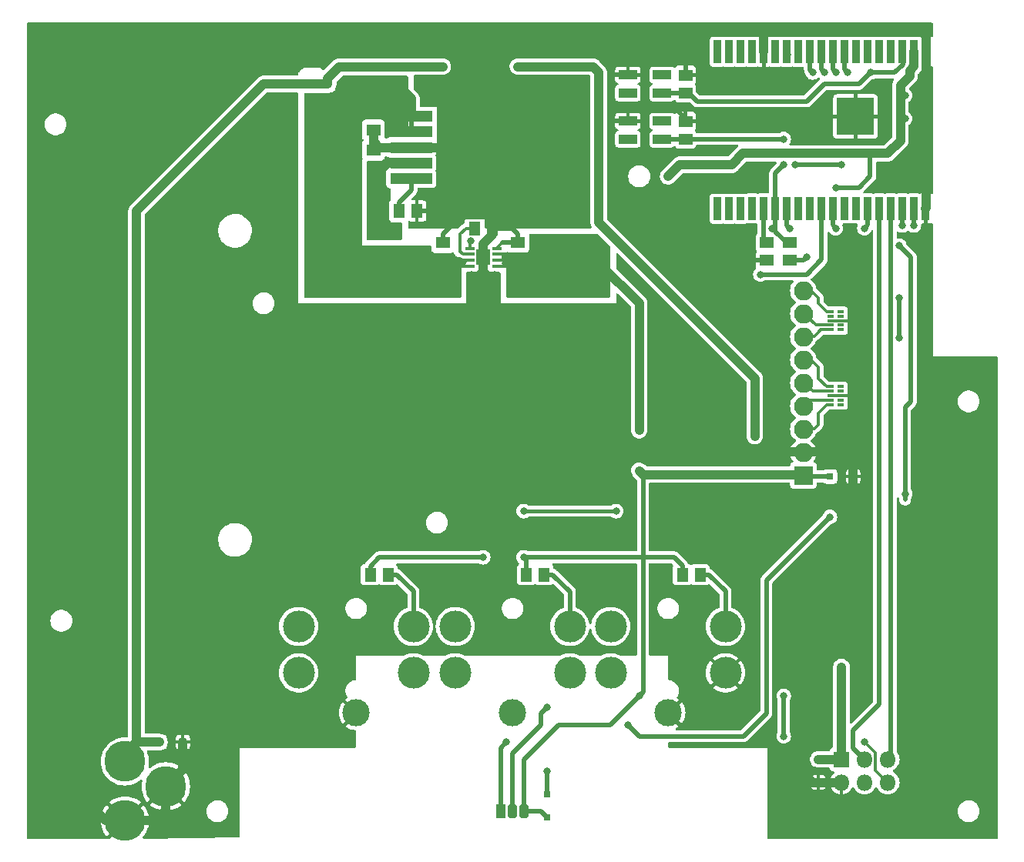
<source format=gtl>
G04 #@! TF.GenerationSoftware,KiCad,Pcbnew,7.0.9*
G04 #@! TF.CreationDate,2023-12-25T18:17:51+01:00*
G04 #@! TF.ProjectId,wall-mounted-room-temperature-sensor-wifi,77616c6c-2d6d-46f7-956e-7465642d726f,v1.0*
G04 #@! TF.SameCoordinates,Original*
G04 #@! TF.FileFunction,Copper,L1,Top*
G04 #@! TF.FilePolarity,Positive*
%FSLAX46Y46*%
G04 Gerber Fmt 4.6, Leading zero omitted, Abs format (unit mm)*
G04 Created by KiCad (PCBNEW 7.0.9) date 2023-12-25 18:17:51*
%MOMM*%
%LPD*%
G01*
G04 APERTURE LIST*
G04 Aperture macros list*
%AMRoundRect*
0 Rectangle with rounded corners*
0 $1 Rounding radius*
0 $2 $3 $4 $5 $6 $7 $8 $9 X,Y pos of 4 corners*
0 Add a 4 corners polygon primitive as box body*
4,1,4,$2,$3,$4,$5,$6,$7,$8,$9,$2,$3,0*
0 Add four circle primitives for the rounded corners*
1,1,$1+$1,$2,$3*
1,1,$1+$1,$4,$5*
1,1,$1+$1,$6,$7*
1,1,$1+$1,$8,$9*
0 Add four rect primitives between the rounded corners*
20,1,$1+$1,$2,$3,$4,$5,0*
20,1,$1+$1,$4,$5,$6,$7,0*
20,1,$1+$1,$6,$7,$8,$9,0*
20,1,$1+$1,$8,$9,$2,$3,0*%
G04 Aperture macros list end*
G04 #@! TA.AperFunction,SMDPad,CuDef*
%ADD10R,1.500000X1.300000*%
G04 #@! TD*
G04 #@! TA.AperFunction,SMDPad,CuDef*
%ADD11R,1.300000X1.500000*%
G04 #@! TD*
G04 #@! TA.AperFunction,SMDPad,CuDef*
%ADD12R,0.800000X0.800000*%
G04 #@! TD*
G04 #@! TA.AperFunction,SMDPad,CuDef*
%ADD13R,0.800000X0.300000*%
G04 #@! TD*
G04 #@! TA.AperFunction,SMDPad,CuDef*
%ADD14R,2.000000X1.000000*%
G04 #@! TD*
G04 #@! TA.AperFunction,ComponentPad*
%ADD15C,3.500000*%
G04 #@! TD*
G04 #@! TA.AperFunction,ComponentPad*
%ADD16C,3.000000*%
G04 #@! TD*
G04 #@! TA.AperFunction,SMDPad,CuDef*
%ADD17R,4.600000X1.250000*%
G04 #@! TD*
G04 #@! TA.AperFunction,SMDPad,CuDef*
%ADD18R,9.400000X10.800000*%
G04 #@! TD*
G04 #@! TA.AperFunction,SMDPad,CuDef*
%ADD19R,1.000000X0.310000*%
G04 #@! TD*
G04 #@! TA.AperFunction,SMDPad,CuDef*
%ADD20R,1.500000X1.750000*%
G04 #@! TD*
G04 #@! TA.AperFunction,SMDPad,CuDef*
%ADD21R,0.900000X2.500000*%
G04 #@! TD*
G04 #@! TA.AperFunction,SMDPad,CuDef*
%ADD22R,4.100000X4.100000*%
G04 #@! TD*
G04 #@! TA.AperFunction,ComponentPad*
%ADD23R,1.800000X1.800000*%
G04 #@! TD*
G04 #@! TA.AperFunction,ComponentPad*
%ADD24O,1.800000X1.800000*%
G04 #@! TD*
G04 #@! TA.AperFunction,ComponentPad*
%ADD25R,1.050000X1.500000*%
G04 #@! TD*
G04 #@! TA.AperFunction,ComponentPad*
%ADD26RoundRect,0.262500X-0.262500X-0.487500X0.262500X-0.487500X0.262500X0.487500X-0.262500X0.487500X0*%
G04 #@! TD*
G04 #@! TA.AperFunction,ComponentPad*
%ADD27R,2.100000X2.100000*%
G04 #@! TD*
G04 #@! TA.AperFunction,ComponentPad*
%ADD28O,2.100000X2.100000*%
G04 #@! TD*
G04 #@! TA.AperFunction,ComponentPad*
%ADD29C,4.500000*%
G04 #@! TD*
G04 #@! TA.AperFunction,ViaPad*
%ADD30C,0.800000*%
G04 #@! TD*
G04 #@! TA.AperFunction,Conductor*
%ADD31C,0.500000*%
G04 #@! TD*
G04 #@! TA.AperFunction,Conductor*
%ADD32C,1.000000*%
G04 #@! TD*
G04 #@! TA.AperFunction,Conductor*
%ADD33C,0.300000*%
G04 #@! TD*
G04 #@! TA.AperFunction,Conductor*
%ADD34C,0.450000*%
G04 #@! TD*
G04 #@! TA.AperFunction,Conductor*
%ADD35C,0.370000*%
G04 #@! TD*
G04 #@! TA.AperFunction,Conductor*
%ADD36C,0.310000*%
G04 #@! TD*
G04 #@! TA.AperFunction,Conductor*
%ADD37C,0.200000*%
G04 #@! TD*
G04 APERTURE END LIST*
D10*
X76200000Y-78705000D03*
X76200000Y-80645000D03*
X83820000Y-94950000D03*
X83820000Y-93010000D03*
D11*
X87295000Y-91440000D03*
X89235000Y-91440000D03*
X79040000Y-89535000D03*
X80980000Y-89535000D03*
D10*
X76200000Y-84790000D03*
X76200000Y-82850000D03*
X92075000Y-94950000D03*
X92075000Y-93010000D03*
X110490000Y-76535000D03*
X110490000Y-74595000D03*
X110490000Y-81615000D03*
X110490000Y-79675000D03*
D12*
X73660000Y-75565000D03*
X71120000Y-75565000D03*
X125095000Y-149860000D03*
X125095000Y-152400000D03*
D13*
X126460000Y-100600000D03*
X126460000Y-101100000D03*
X126460000Y-101600000D03*
X126460000Y-102100000D03*
X126460000Y-102600000D03*
X127540000Y-102600000D03*
X127540000Y-102100000D03*
X127540000Y-101600000D03*
X127540000Y-101100000D03*
X127540000Y-100600000D03*
X126460000Y-108855000D03*
X126460000Y-109355000D03*
X126460000Y-109855000D03*
X126460000Y-110355000D03*
X126460000Y-110855000D03*
X127540000Y-110855000D03*
X127540000Y-110355000D03*
X127540000Y-109855000D03*
X127540000Y-109355000D03*
X127540000Y-108855000D03*
D12*
X126365000Y-118745000D03*
X128905000Y-118745000D03*
D10*
X121920000Y-94950000D03*
X121920000Y-93010000D03*
D11*
X110155000Y-129540000D03*
X112095000Y-129540000D03*
X93010000Y-129540000D03*
X94950000Y-129540000D03*
X75865000Y-129540000D03*
X77805000Y-129540000D03*
D14*
X107920000Y-76565000D03*
X104170000Y-76565000D03*
X107920000Y-74565000D03*
X104170000Y-74565000D03*
X107920000Y-81645000D03*
X104170000Y-81645000D03*
X107920000Y-79645000D03*
X104170000Y-79645000D03*
D15*
X114885000Y-140345000D03*
X102285000Y-140345000D03*
X114885000Y-135245000D03*
X102285000Y-135245000D03*
D16*
X108585000Y-144745000D03*
D17*
X80385000Y-79150000D03*
X80385000Y-80850000D03*
X80385000Y-82550000D03*
D18*
X89535000Y-82550000D03*
D17*
X80385000Y-84250000D03*
X80385000Y-85950000D03*
D19*
X89750900Y-95590000D03*
X89750900Y-94940000D03*
X89750900Y-94290000D03*
X89750900Y-93640000D03*
X86779100Y-93640000D03*
X86779100Y-94290000D03*
X86779100Y-94940000D03*
X86779100Y-95590000D03*
D20*
X88265000Y-94615000D03*
D15*
X97800000Y-140345000D03*
X85200000Y-140345000D03*
X97800000Y-135245000D03*
X85200000Y-135245000D03*
D16*
X91500000Y-144745000D03*
D10*
X119380000Y-93010000D03*
X119380000Y-94950000D03*
D15*
X80595000Y-140345000D03*
X67995000Y-140345000D03*
X80595000Y-135245000D03*
X67995000Y-135245000D03*
D16*
X74295000Y-144745000D03*
D12*
X95250000Y-156210000D03*
X95250000Y-153670000D03*
D21*
X136870000Y-72020000D03*
X135600000Y-72020000D03*
X134330000Y-72020000D03*
X133060000Y-72020000D03*
X131790000Y-72020000D03*
X130520000Y-72020000D03*
X129250000Y-72020000D03*
X127980000Y-72020000D03*
X126710000Y-72020000D03*
X125440000Y-72020000D03*
X124170000Y-72020000D03*
X122900000Y-72020000D03*
X121630000Y-72020000D03*
X120360000Y-72020000D03*
X119090000Y-72020000D03*
X117820000Y-72020000D03*
X116550000Y-72009000D03*
X115280000Y-72009000D03*
X114010000Y-72009000D03*
X114010000Y-89281000D03*
X115280000Y-89281000D03*
X116550000Y-89281000D03*
X117820000Y-89270000D03*
X119090000Y-89270000D03*
X120360000Y-89281000D03*
X121630000Y-89270000D03*
X122900000Y-89270000D03*
X124170000Y-89270000D03*
X125440000Y-89270000D03*
X126710000Y-89270000D03*
X127980000Y-89270000D03*
X129250000Y-89270000D03*
X130520000Y-89270000D03*
X131790000Y-89270000D03*
X133060000Y-89270000D03*
X134330000Y-89270000D03*
X135600000Y-89270000D03*
X136870000Y-89270000D03*
D22*
X129175000Y-79145000D03*
D23*
X127635000Y-149860000D03*
D24*
X127635000Y-152400000D03*
X130175000Y-149860000D03*
X130175000Y-152400000D03*
X132715000Y-149860000D03*
X132715000Y-152400000D03*
D25*
X90170000Y-155575000D03*
D26*
X91440000Y-155575000D03*
X92710000Y-155575000D03*
D27*
X123444000Y-118618000D03*
D28*
X123444000Y-116078000D03*
X123444000Y-113538000D03*
X123444000Y-110998000D03*
X123444000Y-108458000D03*
X123444000Y-105918000D03*
X123444000Y-103378000D03*
X123444000Y-100838000D03*
X123444000Y-98298000D03*
D12*
X52705000Y-147955000D03*
X55245000Y-147955000D03*
D29*
X48895000Y-150095000D03*
X53395000Y-152845000D03*
X48895000Y-156595000D03*
D30*
X99060000Y-84455000D03*
X82550000Y-118745000D03*
X88468200Y-92913200D03*
X86995000Y-98425000D03*
X136940001Y-82769999D03*
X121285000Y-156845000D03*
X86995000Y-100330000D03*
X67310000Y-147320000D03*
X92075000Y-100330000D03*
X93980000Y-118745000D03*
X136940001Y-76419999D03*
X89535000Y-98425000D03*
X99060000Y-80645000D03*
X86995000Y-96520000D03*
X143510000Y-107315000D03*
X71120000Y-118745000D03*
X59690000Y-109220000D03*
X123190000Y-145415000D03*
X143510000Y-142240000D03*
X82550000Y-109220000D03*
X89535000Y-96520000D03*
X40005000Y-141605000D03*
X55245000Y-70485000D03*
X143510000Y-156845000D03*
X95885000Y-80645000D03*
X40005000Y-70485000D03*
X95885000Y-88265000D03*
X40005000Y-106045000D03*
X89535000Y-100330000D03*
X143510000Y-124460000D03*
X40005000Y-121285000D03*
X95885000Y-76835000D03*
X71120000Y-109220000D03*
X89535000Y-70485000D03*
X99060000Y-88265000D03*
X106680000Y-70485000D03*
X99060000Y-76835000D03*
X83820000Y-100330000D03*
X59690000Y-118745000D03*
X40005000Y-156845000D03*
X93980000Y-109220000D03*
X73025000Y-70485000D03*
X95250000Y-151130000D03*
X40005000Y-88900000D03*
X95885000Y-84455000D03*
X73025000Y-97790000D03*
X77470000Y-76200000D03*
X81280000Y-94996000D03*
X85090000Y-97790000D03*
X73025000Y-94996000D03*
X76200000Y-76200000D03*
X86868000Y-92837000D03*
X77470000Y-97790000D03*
X81280000Y-97790000D03*
X73660000Y-78740000D03*
X73025000Y-81280000D03*
X77470000Y-94996000D03*
X85217000Y-95123000D03*
X76200000Y-89535000D03*
X127000000Y-86995000D03*
X76200000Y-86360000D03*
X76835000Y-90805000D03*
X108585000Y-85725000D03*
X123799600Y-94589600D03*
X134620000Y-79375000D03*
X135128000Y-74114999D03*
X134620000Y-76835000D03*
X109855000Y-84455000D03*
X76200000Y-87630000D03*
X97790000Y-94615000D03*
X105410000Y-142875000D03*
X97790000Y-97790000D03*
X88265000Y-127635000D03*
X100965000Y-97790000D03*
X100965000Y-94615000D03*
X105410000Y-113665000D03*
X94615000Y-94615000D03*
X105410000Y-118110000D03*
X94615000Y-97790000D03*
X92710000Y-127635000D03*
X130810000Y-74295000D03*
X130175000Y-147955000D03*
X121285000Y-142875000D03*
X121285000Y-81615000D03*
X121285000Y-147320000D03*
X119989600Y-91440000D03*
X121285000Y-84455000D03*
X128270000Y-74295000D03*
X127000000Y-74295000D03*
X92710000Y-122555000D03*
X102870000Y-122555000D03*
X125730000Y-74295000D03*
X127635000Y-139700000D03*
X118110000Y-114300000D03*
X118110000Y-113030000D03*
X93345000Y-73660000D03*
X127635000Y-140970000D03*
X92075000Y-73660000D03*
X127000000Y-91440000D03*
X130149600Y-91440000D03*
X121920000Y-91440000D03*
X118719600Y-96520000D03*
X133985000Y-99060000D03*
X134315200Y-91135200D03*
X133985000Y-103505000D03*
X135585200Y-91135200D03*
X127635000Y-84455000D03*
X104140000Y-146050000D03*
X122555000Y-84455000D03*
X134620000Y-120650000D03*
X133985000Y-93345000D03*
X126365000Y-123190000D03*
X124460000Y-74295000D03*
X83820000Y-73660000D03*
X95250000Y-144145000D03*
X90805000Y-147955000D03*
D31*
X102479613Y-88509613D02*
X102479613Y-85334613D01*
X88900000Y-90170000D02*
X89535000Y-90170000D01*
D32*
X55245000Y-147955000D02*
X55245000Y-150995000D01*
D33*
X128270000Y-101600000D02*
X128905000Y-102235000D01*
D31*
X107950000Y-93980000D02*
X102479613Y-88509613D01*
D32*
X124460000Y-152400000D02*
X123190000Y-151130000D01*
D34*
X136665001Y-72224999D02*
X136870000Y-72020000D01*
D31*
X110490000Y-79375000D02*
X109464613Y-78349613D01*
D32*
X123190000Y-139700000D02*
X128905000Y-133985000D01*
D34*
X86995000Y-85090000D02*
X89535000Y-82550000D01*
D31*
X115570000Y-93980000D02*
X107950000Y-93980000D01*
D35*
X89535000Y-90805000D02*
X89235000Y-91105000D01*
D32*
X136525000Y-69850000D02*
X136940001Y-70265001D01*
X136940001Y-89199999D02*
X136940001Y-82769999D01*
D33*
X127540000Y-101600000D02*
X128270000Y-101600000D01*
D32*
X44450000Y-154305000D02*
X46740000Y-156595000D01*
D31*
X104170000Y-79645000D02*
X102479613Y-79645000D01*
D32*
X89535000Y-71755000D02*
X74930000Y-71755000D01*
D34*
X119090000Y-70195000D02*
X118745000Y-69850000D01*
X89535000Y-82550000D02*
X92075000Y-82550000D01*
D31*
X91440000Y-91440000D02*
X92075000Y-92075000D01*
D32*
X123190000Y-151130000D02*
X123190000Y-145415000D01*
D31*
X128690000Y-115990000D02*
X128905000Y-116205000D01*
X104170000Y-74565000D02*
X102505000Y-74565000D01*
D32*
X106045000Y-71755000D02*
X107950000Y-71755000D01*
D31*
X128905000Y-114935000D02*
X128905000Y-109855000D01*
D32*
X88265000Y-94615000D02*
X88265000Y-93130002D01*
X44450000Y-144145000D02*
X44450000Y-154305000D01*
D31*
X102479613Y-71999613D02*
X102235000Y-71755000D01*
X102479613Y-78349613D02*
X102479613Y-74539613D01*
X92075000Y-92075000D02*
X92075000Y-93010000D01*
D32*
X53395000Y-155520000D02*
X53395000Y-152845000D01*
X80385000Y-82550000D02*
X76835000Y-82550000D01*
X107950000Y-71755000D02*
X109855000Y-69850000D01*
X119090000Y-72020000D02*
X119090000Y-70140000D01*
D35*
X89235000Y-91105000D02*
X89235000Y-91440000D01*
D32*
X88265000Y-93130002D02*
X88265000Y-93130002D01*
D31*
X85725000Y-90170000D02*
X88900000Y-90170000D01*
D32*
X88265000Y-93130002D02*
X88468200Y-92913200D01*
D33*
X126460000Y-109855000D02*
X127540000Y-109855000D01*
D32*
X88468200Y-92913200D02*
X88685002Y-92710000D01*
D31*
X128905000Y-114935000D02*
X128905000Y-116205000D01*
D32*
X128905000Y-116205000D02*
X128905000Y-118745000D01*
D31*
X116540000Y-94950000D02*
X115570000Y-93980000D01*
D32*
X136940001Y-73440001D02*
X136940001Y-72090001D01*
X76835000Y-82550000D02*
X76200000Y-81915000D01*
D34*
X136870000Y-72020000D02*
X136870000Y-73315000D01*
X89235000Y-91440000D02*
X89235000Y-90505000D01*
D31*
X92075000Y-93010000D02*
X90372499Y-93010000D01*
D32*
X46740000Y-156595000D02*
X48895000Y-156595000D01*
X89535000Y-82550000D02*
X89535000Y-71755000D01*
X89535000Y-82550000D02*
X89535000Y-90170000D01*
D36*
X90372499Y-93010000D02*
X89786249Y-93596249D01*
D32*
X55245000Y-150995000D02*
X53395000Y-152845000D01*
X128905000Y-119380000D02*
X128905000Y-118745000D01*
X136940001Y-82769999D02*
X136940001Y-76419999D01*
X89235000Y-92160002D02*
X89235000Y-91440000D01*
D31*
X110490000Y-74595000D02*
X110490000Y-69850000D01*
X104170000Y-71785000D02*
X104140000Y-71755000D01*
D32*
X46990000Y-141605000D02*
X44450000Y-144145000D01*
X110490000Y-69850000D02*
X118745000Y-69850000D01*
D31*
X83820000Y-92075000D02*
X85725000Y-90170000D01*
D32*
X101600000Y-71755000D02*
X102235000Y-71755000D01*
X90764682Y-115990000D02*
X88265000Y-113490318D01*
D31*
X95250000Y-151130000D02*
X95250000Y-153035000D01*
D32*
X89535000Y-90170000D02*
X89535000Y-91140000D01*
X74930000Y-71755000D02*
X59690000Y-71755000D01*
X125095000Y-152400000D02*
X124460000Y-152400000D01*
X123515000Y-115990000D02*
X90764682Y-115990000D01*
D31*
X80980000Y-89535000D02*
X82550000Y-89535000D01*
D32*
X88265000Y-113490318D02*
X88265000Y-96520000D01*
D31*
X102479613Y-85334613D02*
X102479613Y-79645000D01*
D32*
X102235000Y-71755000D02*
X104140000Y-71755000D01*
D31*
X82550000Y-89535000D02*
X89535000Y-82550000D01*
D32*
X89535000Y-91140000D02*
X89235000Y-91440000D01*
D31*
X89235000Y-91440000D02*
X91440000Y-91440000D01*
X119380000Y-94950000D02*
X116540000Y-94950000D01*
D32*
X89535000Y-82550000D02*
X89535000Y-77470000D01*
X104775000Y-71755000D02*
X106045000Y-71755000D01*
D31*
X83820000Y-93010000D02*
X83820000Y-92075000D01*
X95250000Y-153035000D02*
X95250000Y-153670000D01*
D32*
X136940001Y-76419999D02*
X136940001Y-73440001D01*
D31*
X102479613Y-79645000D02*
X102479613Y-78349613D01*
D32*
X123515000Y-115990000D02*
X128690000Y-115990000D01*
X76200000Y-81915000D02*
X76200000Y-80645000D01*
D34*
X103900000Y-79375000D02*
X104170000Y-79645000D01*
D32*
X136870000Y-70195000D02*
X136525000Y-69850000D01*
X52320000Y-156595000D02*
X53395000Y-155520000D01*
D31*
X128905000Y-109855000D02*
X128905000Y-102235000D01*
D32*
X136525000Y-69850000D02*
X119380000Y-69850000D01*
D31*
X109464613Y-78349613D02*
X102479613Y-78349613D01*
D33*
X127540000Y-109855000D02*
X128905000Y-109855000D01*
D32*
X59690000Y-71755000D02*
X46990000Y-84455000D01*
X127635000Y-152400000D02*
X125095000Y-152400000D01*
X118745000Y-69850000D02*
X119380000Y-69850000D01*
X48895000Y-156595000D02*
X52320000Y-156595000D01*
D33*
X126460000Y-101600000D02*
X127540000Y-101600000D01*
D31*
X102479613Y-74539613D02*
X102479613Y-71999613D01*
D32*
X119090000Y-70140000D02*
X119380000Y-69850000D01*
X89535000Y-71755000D02*
X101600000Y-71755000D01*
X104140000Y-71755000D02*
X104775000Y-71755000D01*
X136870000Y-89270000D02*
X136940001Y-89199999D01*
D31*
X102505000Y-74565000D02*
X102479613Y-74539613D01*
D32*
X76200000Y-82850000D02*
X76200000Y-81915000D01*
X128905000Y-133985000D02*
X128905000Y-119380000D01*
X88685002Y-92710000D02*
X89235000Y-92160002D01*
X88265000Y-96520000D02*
X88265000Y-94615000D01*
X80385000Y-82550000D02*
X89535000Y-82550000D01*
X123190000Y-145415000D02*
X123190000Y-139700000D01*
D31*
X110490000Y-79675000D02*
X110490000Y-79375000D01*
D32*
X46990000Y-84455000D02*
X46990000Y-141605000D01*
X109855000Y-69850000D02*
X110490000Y-69850000D01*
X136940001Y-70265001D02*
X136940001Y-73440001D01*
X73342500Y-78422500D02*
X73025000Y-78740000D01*
X73025000Y-81280000D02*
X73025000Y-78740000D01*
X77470000Y-75565000D02*
X76200000Y-75565000D01*
D33*
X86779100Y-95590000D02*
X86065000Y-95590000D01*
D31*
X80385000Y-79150000D02*
X77880000Y-79150000D01*
D33*
X86065000Y-95590000D02*
X85781813Y-95590000D01*
D32*
X76200000Y-76200000D02*
X76200000Y-75565000D01*
X75900000Y-94950000D02*
X77424000Y-94950000D01*
D33*
X86969600Y-92862400D02*
X86969600Y-92815402D01*
X86779100Y-95590000D02*
X86295000Y-95590000D01*
D31*
X86245000Y-95135000D02*
X86157500Y-95222500D01*
D32*
X81326000Y-94950000D02*
X81280000Y-94996000D01*
X80385000Y-79150000D02*
X80385000Y-77210000D01*
D31*
X80385000Y-79150000D02*
X78965000Y-79150000D01*
D32*
X81234000Y-94950000D02*
X77516000Y-94950000D01*
D33*
X86295000Y-95590000D02*
X86157500Y-95452500D01*
X85326813Y-95135000D02*
X85205000Y-95135000D01*
D31*
X85840000Y-95135000D02*
X86245000Y-95135000D01*
D32*
X77516000Y-94950000D02*
X77470000Y-94996000D01*
X83820000Y-94950000D02*
X81580000Y-94950000D01*
D33*
X86035000Y-94940000D02*
X85840000Y-95135000D01*
D32*
X73660000Y-78105000D02*
X75565000Y-76200000D01*
D37*
X83905000Y-94865000D02*
X83820000Y-94950000D01*
D31*
X77880000Y-79150000D02*
X77435000Y-78705000D01*
D32*
X76200000Y-75565000D02*
X73660000Y-75565000D01*
D33*
X86969600Y-92815402D02*
X86995000Y-92790002D01*
X86065000Y-95590000D02*
X85610000Y-95135000D01*
D32*
X73025000Y-78740000D02*
X73660000Y-78740000D01*
D31*
X85840000Y-95135000D02*
X85205000Y-95135000D01*
D32*
X85205000Y-95135000D02*
X85610000Y-95135000D01*
D33*
X86779100Y-93640000D02*
X86779100Y-93005902D01*
D31*
X78945000Y-80850000D02*
X78618447Y-80523447D01*
D34*
X76235000Y-78740000D02*
X76200000Y-78705000D01*
D32*
X83820000Y-94950000D02*
X85020000Y-94950000D01*
X74295000Y-84455000D02*
X74295000Y-93345000D01*
X77470000Y-76200000D02*
X77470000Y-75565000D01*
D34*
X84005000Y-95135000D02*
X83820000Y-94950000D01*
D32*
X75565000Y-76200000D02*
X76200000Y-76200000D01*
D31*
X80385000Y-80850000D02*
X80385000Y-79150000D01*
D32*
X73025000Y-83185000D02*
X74295000Y-84455000D01*
X74295000Y-93345000D02*
X75900000Y-94950000D01*
D33*
X86779100Y-94940000D02*
X86035000Y-94940000D01*
D32*
X81280000Y-94996000D02*
X81234000Y-94950000D01*
D31*
X80385000Y-80570000D02*
X80385000Y-80850000D01*
D32*
X73660000Y-78740000D02*
X73660000Y-78105000D01*
D31*
X80385000Y-80850000D02*
X78945000Y-80850000D01*
D37*
X86977500Y-92807502D02*
X86995000Y-92790002D01*
D33*
X86922602Y-92862400D02*
X86969600Y-92862400D01*
D31*
X77435000Y-78705000D02*
X76200000Y-78705000D01*
D33*
X85781813Y-95590000D02*
X85326813Y-95135000D01*
X86779100Y-93005902D02*
X86922602Y-92862400D01*
D32*
X78740000Y-75565000D02*
X77470000Y-75565000D01*
X85020000Y-94950000D02*
X85205000Y-95135000D01*
X73025000Y-78740000D02*
X73342500Y-78422500D01*
D34*
X85090000Y-95250000D02*
X85205000Y-95135000D01*
D32*
X81580000Y-94950000D02*
X81326000Y-94950000D01*
X73025000Y-81280000D02*
X73025000Y-83185000D01*
X77424000Y-94950000D02*
X77470000Y-94996000D01*
X80385000Y-77210000D02*
X78740000Y-75565000D01*
D35*
X86360000Y-91440000D02*
X87295000Y-91440000D01*
D36*
X86779100Y-94290000D02*
X86035000Y-94290000D01*
D35*
X85725000Y-93980000D02*
X85725000Y-92075000D01*
X85725000Y-92075000D02*
X86360000Y-91440000D01*
D36*
X86035000Y-94290000D02*
X85725000Y-93980000D01*
D32*
X77135000Y-84790000D02*
X76200000Y-84790000D01*
D31*
X121920000Y-94950000D02*
X123490000Y-94950000D01*
D32*
X132695001Y-83204999D02*
X134112000Y-81788000D01*
X135600000Y-72020000D02*
X135600000Y-73642999D01*
D31*
X130790001Y-85744999D02*
X130790001Y-83204999D01*
D32*
X134112000Y-79502000D02*
X134112000Y-77343000D01*
X134112000Y-75692000D02*
X135128000Y-74676000D01*
X108585000Y-85725000D02*
X109855000Y-84455000D01*
X77675000Y-84250000D02*
X77135000Y-84790000D01*
X130790001Y-83204999D02*
X132695001Y-83204999D01*
D34*
X80290000Y-84155000D02*
X80385000Y-84250000D01*
D32*
X76200000Y-86360000D02*
X76200000Y-87630000D01*
D31*
X123490000Y-94950000D02*
X123799600Y-94640400D01*
D32*
X80385000Y-84250000D02*
X77675000Y-84250000D01*
X135600000Y-73642999D02*
X135128000Y-74114999D01*
D31*
X123799600Y-94589600D02*
X123850400Y-94589600D01*
D34*
X122220000Y-95250000D02*
X121920000Y-94950000D01*
D32*
X116820001Y-83204999D02*
X130790001Y-83204999D01*
D31*
X123799600Y-94640400D02*
X123799600Y-94589600D01*
D32*
X115570000Y-84455000D02*
X116820001Y-83204999D01*
X134112000Y-77343000D02*
X134112000Y-75692000D01*
X109855000Y-84455000D02*
X115570000Y-84455000D01*
D31*
X134239000Y-79375000D02*
X134112000Y-79502000D01*
X129540000Y-86995000D02*
X130790001Y-85744999D01*
X134620000Y-79375000D02*
X134239000Y-79375000D01*
X134620000Y-76835000D02*
X134112000Y-77343000D01*
D32*
X134112000Y-81788000D02*
X134112000Y-79502000D01*
X76200000Y-84790000D02*
X76200000Y-86360000D01*
X135128000Y-74676000D02*
X135128000Y-74114999D01*
D31*
X127000000Y-86995000D02*
X129540000Y-86995000D01*
X123850400Y-94589600D02*
X123825000Y-94615000D01*
D32*
X97155000Y-94615000D02*
X95250000Y-94615000D01*
D31*
X88265000Y-127635000D02*
X86995000Y-127635000D01*
X105830000Y-142455000D02*
X105410000Y-142875000D01*
X94615000Y-155575000D02*
X95250000Y-156210000D01*
D33*
X91415000Y-94290000D02*
X92075000Y-94950000D01*
D31*
X102235000Y-146050000D02*
X96520000Y-146050000D01*
D32*
X98425000Y-94615000D02*
X97155000Y-94615000D01*
X100965000Y-95250000D02*
X100965000Y-94615000D01*
D33*
X91660000Y-95365000D02*
X92075000Y-94950000D01*
D32*
X100330000Y-94615000D02*
X99060000Y-94615000D01*
D31*
X90805000Y-95250000D02*
X90529956Y-95250000D01*
D36*
X89750900Y-94290000D02*
X91415000Y-94290000D01*
D32*
X100330000Y-94615000D02*
X100330000Y-94615000D01*
D31*
X110155000Y-128570000D02*
X109220000Y-127635000D01*
D32*
X100965000Y-94615000D02*
X100330000Y-94615000D01*
D33*
X91990000Y-94865000D02*
X92075000Y-94950000D01*
D31*
X75865000Y-129540000D02*
X75865000Y-128605000D01*
X92710000Y-153035000D02*
X92710000Y-154305000D01*
X93010000Y-127935000D02*
X92710000Y-127635000D01*
D32*
X105410000Y-99695000D02*
X100965000Y-95250000D01*
D31*
X105830000Y-118530000D02*
X105830000Y-142455000D01*
X96520000Y-146050000D02*
X92710000Y-149860000D01*
X91440000Y-95250000D02*
X90805000Y-95250000D01*
D32*
X110275000Y-118530000D02*
X105830000Y-118530000D01*
D31*
X75865000Y-128605000D02*
X76835000Y-127635000D01*
X93010000Y-129540000D02*
X93010000Y-127935000D01*
D32*
X105410000Y-113665000D02*
X105410000Y-99695000D01*
D36*
X89750900Y-94940000D02*
X92065000Y-94940000D01*
D31*
X110155000Y-129540000D02*
X110155000Y-128570000D01*
X126365000Y-118745000D02*
X123730000Y-118745000D01*
X92710000Y-149860000D02*
X92710000Y-153035000D01*
X87630000Y-127635000D02*
X86995000Y-127635000D01*
D34*
X98425000Y-94615000D02*
X97155000Y-94615000D01*
D32*
X105830000Y-118530000D02*
X105410000Y-118110000D01*
D33*
X92065000Y-94940000D02*
X92075000Y-94950000D01*
D31*
X92710000Y-154940000D02*
X92710000Y-154305000D01*
D32*
X95250000Y-94615000D02*
X94615000Y-94615000D01*
D31*
X105410000Y-142875000D02*
X102235000Y-146050000D01*
D32*
X94615000Y-94615000D02*
X90805000Y-94615000D01*
D37*
X91490000Y-94365000D02*
X92075000Y-94950000D01*
D31*
X86995000Y-127635000D02*
X76835000Y-127635000D01*
X91740000Y-94950000D02*
X91440000Y-95250000D01*
D36*
X89750900Y-95590000D02*
X91435000Y-95590000D01*
D32*
X123515000Y-118530000D02*
X110275000Y-118530000D01*
D31*
X92075000Y-94950000D02*
X91740000Y-94950000D01*
X105410000Y-127635000D02*
X92710000Y-127635000D01*
D33*
X91435000Y-95590000D02*
X92075000Y-94950000D01*
D31*
X105410000Y-127635000D02*
X106045000Y-127635000D01*
X92710000Y-155575000D02*
X94615000Y-155575000D01*
X106045000Y-127635000D02*
X109220000Y-127635000D01*
D32*
X97790000Y-94615000D02*
X99060000Y-94615000D01*
D31*
X123730000Y-118745000D02*
X123515000Y-118530000D01*
X132750002Y-74295000D02*
X132080000Y-74295000D01*
X123825000Y-77470000D02*
X125730000Y-75565000D01*
D34*
X134330000Y-72020000D02*
X134330000Y-72715002D01*
D31*
X130810000Y-74295000D02*
X132080000Y-74295000D01*
D33*
X132715000Y-152400000D02*
X131375001Y-151060001D01*
X131375001Y-149155001D02*
X130175000Y-147955000D01*
D31*
X129540000Y-75565000D02*
X130810000Y-74295000D01*
X134330000Y-72020000D02*
X134330000Y-73116000D01*
X134366000Y-73152000D02*
X134366000Y-73406000D01*
X125730000Y-75565000D02*
X129540000Y-75565000D01*
X111760000Y-77470000D02*
X123825000Y-77470000D01*
X133477000Y-74295000D02*
X132750002Y-74295000D01*
D33*
X131375001Y-151060001D02*
X131375001Y-149155001D01*
D34*
X110460000Y-76565000D02*
X110490000Y-76535000D01*
D31*
X107920000Y-76565000D02*
X110460000Y-76565000D01*
X110825000Y-76535000D02*
X111760000Y-77470000D01*
X134366000Y-73406000D02*
X133477000Y-74295000D01*
X134330000Y-73116000D02*
X134366000Y-73152000D01*
X120360000Y-89281000D02*
X120360000Y-91095000D01*
D34*
X120015000Y-91440000D02*
X120070000Y-91440000D01*
X121585000Y-93010000D02*
X121920000Y-93010000D01*
D31*
X120360000Y-91730000D02*
X120360000Y-91095000D01*
D34*
X120360000Y-91785000D02*
X120360000Y-91730000D01*
D31*
X120360000Y-85380000D02*
X120360000Y-89281000D01*
X130175000Y-152400000D02*
X130175000Y-153035000D01*
D34*
X120360000Y-89965002D02*
X120360000Y-89281000D01*
X110460000Y-81645000D02*
X110490000Y-81615000D01*
D31*
X107920000Y-81645000D02*
X110460000Y-81645000D01*
X121285000Y-142875000D02*
X121285000Y-147320000D01*
X109220000Y-81615000D02*
X121285000Y-81615000D01*
X121585000Y-93010000D02*
X120360000Y-91785000D01*
X120360000Y-85380000D02*
X121285000Y-84455000D01*
D34*
X120070000Y-91440000D02*
X120360000Y-91730000D01*
D31*
X127980000Y-73950000D02*
X127980000Y-72020000D01*
X112095000Y-129540000D02*
X113030000Y-129540000D01*
X113030000Y-129540000D02*
X114885000Y-131395000D01*
X128270000Y-74295000D02*
X127980000Y-73950000D01*
X114885000Y-131395000D02*
X114885000Y-135245000D01*
X97800000Y-131455000D02*
X97800000Y-135245000D01*
X94950000Y-129540000D02*
X95885000Y-129540000D01*
X126710000Y-73950000D02*
X126710000Y-72020000D01*
X127000000Y-74295000D02*
X126710000Y-73950000D01*
X95885000Y-129540000D02*
X97800000Y-131455000D01*
X78740000Y-129540000D02*
X80595000Y-131395000D01*
D34*
X102870000Y-122555000D02*
X92710000Y-122555000D01*
D31*
X125730000Y-74295000D02*
X125440000Y-73950000D01*
X77805000Y-129540000D02*
X78740000Y-129540000D01*
X125440000Y-73950000D02*
X125440000Y-72020000D01*
X80595000Y-131395000D02*
X80595000Y-135245000D01*
D32*
X118110000Y-107950000D02*
X118110000Y-113030000D01*
X100965000Y-74295000D02*
X100965000Y-90805000D01*
X92075000Y-73660000D02*
X93345000Y-73660000D01*
X100330000Y-73660000D02*
X100965000Y-74295000D01*
X127635000Y-149860000D02*
X127635000Y-140970000D01*
X118110000Y-113030000D02*
X118110000Y-114300000D01*
X127635000Y-149860000D02*
X125095000Y-149860000D01*
X100965000Y-90805000D02*
X118110000Y-107950000D01*
X93345000Y-73660000D02*
X100330000Y-73660000D01*
X127635000Y-140970000D02*
X127635000Y-139700000D01*
D31*
X131790000Y-89270000D02*
X131790000Y-143800000D01*
X128905000Y-148590000D02*
X130175000Y-149860000D01*
X128905000Y-146685000D02*
X128905000Y-148590000D01*
X131790000Y-143800000D02*
X128905000Y-146685000D01*
X133060000Y-149515000D02*
X132715000Y-149860000D01*
X133060000Y-89270000D02*
X133060000Y-149515000D01*
D33*
X123515000Y-103290000D02*
X124675000Y-103290000D01*
X126460000Y-102600000D02*
X125365000Y-102600000D01*
X125365000Y-102600000D02*
X125095000Y-102870000D01*
D31*
X127000000Y-91440000D02*
X126710000Y-91095000D01*
X126710000Y-91095000D02*
X126710000Y-89270000D01*
D33*
X124675000Y-103290000D02*
X125095000Y-102870000D01*
D31*
X130520000Y-91095000D02*
X130520000Y-89270000D01*
D33*
X126460000Y-102100000D02*
X124865000Y-102100000D01*
D31*
X130175000Y-91440000D02*
X130520000Y-91095000D01*
D33*
X124865000Y-102100000D02*
X123515000Y-100750000D01*
X124500000Y-109355000D02*
X123515000Y-108370000D01*
D31*
X121920000Y-91440000D02*
X121630000Y-91150000D01*
X121630000Y-91150000D02*
X121630000Y-89270000D01*
D33*
X126460000Y-109355000D02*
X124500000Y-109355000D01*
X125095000Y-113030000D02*
X125095000Y-111760000D01*
D31*
X123825000Y-96520000D02*
X123190000Y-96520000D01*
X125440000Y-89270000D02*
X125440000Y-94905000D01*
X118719600Y-96520000D02*
X123190000Y-96520000D01*
D33*
X124675000Y-113450000D02*
X125095000Y-113030000D01*
D31*
X118745000Y-96520000D02*
X118719600Y-96520000D01*
D33*
X126460000Y-110855000D02*
X126000000Y-110855000D01*
X123515000Y-113450000D02*
X124675000Y-113450000D01*
D31*
X125440000Y-94905000D02*
X123825000Y-96520000D01*
D33*
X126000000Y-110855000D02*
X125095000Y-111760000D01*
X126460000Y-110355000D02*
X124070000Y-110355000D01*
X124070000Y-110355000D02*
X123515000Y-110910000D01*
D31*
X133985000Y-99060000D02*
X133985000Y-103505000D01*
X134315200Y-91135200D02*
X134330000Y-89270000D01*
X134330000Y-91150000D02*
X134315200Y-91135200D01*
D33*
X125095000Y-107950000D02*
X125095000Y-106680000D01*
D34*
X135600000Y-89825000D02*
X135600000Y-89270000D01*
D31*
X135600000Y-91150000D02*
X135585200Y-91135200D01*
D33*
X125095000Y-106680000D02*
X124245000Y-105830000D01*
X124245000Y-105830000D02*
X123515000Y-105830000D01*
D31*
X135585200Y-91135200D02*
X135600000Y-89270000D01*
D33*
X126460000Y-108855000D02*
X126000000Y-108855000D01*
X126000000Y-108855000D02*
X125095000Y-107950000D01*
D31*
X79040000Y-88600000D02*
X80385000Y-87255000D01*
X79040000Y-89535000D02*
X79040000Y-88600000D01*
X80385000Y-87255000D02*
X80385000Y-85950000D01*
X124170000Y-72020000D02*
X124170000Y-74005000D01*
X104140000Y-146050000D02*
X105410000Y-147320000D01*
X116840000Y-147320000D02*
X119380000Y-144780000D01*
X124170000Y-74005000D02*
X124460000Y-74295000D01*
X135255000Y-94615000D02*
X133985000Y-93345000D01*
X125730000Y-123825000D02*
X126365000Y-123190000D01*
X119380000Y-144780000D02*
X119380000Y-130175000D01*
X134620000Y-111125000D02*
X135255000Y-110490000D01*
X105410000Y-147320000D02*
X116840000Y-147320000D01*
X134620000Y-121285000D02*
X134620000Y-111125000D01*
X127635000Y-84455000D02*
X122555000Y-84455000D01*
X134620000Y-120650000D02*
X134620000Y-121285000D01*
X125095000Y-124460000D02*
X125730000Y-123825000D01*
D34*
X124170000Y-72020000D02*
X124170000Y-72680000D01*
D31*
X119380000Y-130175000D02*
X122555000Y-127000000D01*
X124170000Y-73315000D02*
X124170000Y-72020000D01*
X135255000Y-110490000D02*
X135255000Y-94615000D01*
X122555000Y-127000000D02*
X125095000Y-124460000D01*
D33*
X124245000Y-98210000D02*
X123515000Y-98210000D01*
X126000000Y-100600000D02*
X125095000Y-99695000D01*
X125095000Y-99060000D02*
X124245000Y-98210000D01*
X126460000Y-100600000D02*
X126000000Y-100600000D01*
X125095000Y-99695000D02*
X125095000Y-99060000D01*
D32*
X71120000Y-75565000D02*
X71120000Y-74930000D01*
X52705000Y-147955000D02*
X50165000Y-147955000D01*
X55245000Y-84455000D02*
X64135000Y-75565000D01*
X72390000Y-73660000D02*
X83820000Y-73660000D01*
X48895000Y-149225000D02*
X50165000Y-147955000D01*
X48895000Y-150095000D02*
X48895000Y-149225000D01*
X50165000Y-147955000D02*
X50165000Y-89535000D01*
X65405000Y-75565000D02*
X71120000Y-75565000D01*
X64135000Y-75565000D02*
X65405000Y-75565000D01*
X50165000Y-89535000D02*
X55245000Y-84455000D01*
X71120000Y-74930000D02*
X72390000Y-73660000D01*
D31*
X91440000Y-149225000D02*
X94615000Y-146050000D01*
X91440000Y-154940000D02*
X91440000Y-149225000D01*
X94615000Y-144780000D02*
X95250000Y-144145000D01*
X94615000Y-146050000D02*
X94615000Y-144780000D01*
D34*
X119090000Y-92720000D02*
X119380000Y-93010000D01*
D31*
X119090000Y-88635000D02*
X119090000Y-92720000D01*
D33*
X121920000Y-72310000D02*
X121630000Y-72020000D01*
D31*
X90230000Y-155515000D02*
X90170000Y-155575000D01*
X90170000Y-148590000D02*
X90805000Y-147955000D01*
X90170000Y-155575000D02*
X90170000Y-148590000D01*
G04 #@! TA.AperFunction,Conductor*
G36*
X77777204Y-83570185D02*
G01*
X77784476Y-83575233D01*
X77817269Y-83599782D01*
X77842668Y-83618795D01*
X77842671Y-83618797D01*
X77977517Y-83669091D01*
X77977516Y-83669091D01*
X77984444Y-83669835D01*
X78037127Y-83675500D01*
X82426000Y-83675499D01*
X82493039Y-83695184D01*
X82538794Y-83747988D01*
X82550000Y-83799499D01*
X82550000Y-84700500D01*
X82530315Y-84767539D01*
X82477511Y-84813294D01*
X82426000Y-84824500D01*
X78037129Y-84824500D01*
X78037123Y-84824501D01*
X77977516Y-84830908D01*
X77842671Y-84881202D01*
X77842664Y-84881206D01*
X77727455Y-84967452D01*
X77727452Y-84967455D01*
X77641206Y-85082664D01*
X77641202Y-85082671D01*
X77590908Y-85217517D01*
X77584501Y-85277116D01*
X77584500Y-85277135D01*
X77584500Y-86622870D01*
X77584501Y-86622876D01*
X77590908Y-86682483D01*
X77641202Y-86817328D01*
X77641206Y-86817335D01*
X77727452Y-86932544D01*
X77727455Y-86932547D01*
X77842664Y-87018793D01*
X77842671Y-87018797D01*
X77977517Y-87069091D01*
X77977516Y-87069091D01*
X77994256Y-87070891D01*
X78058807Y-87097629D01*
X78098655Y-87155022D01*
X78105000Y-87194180D01*
X78105000Y-88311076D01*
X78085315Y-88378115D01*
X78055313Y-88410341D01*
X78032454Y-88427453D01*
X78032452Y-88427455D01*
X77946206Y-88542664D01*
X77946202Y-88542671D01*
X77895908Y-88677517D01*
X77889501Y-88737116D01*
X77889500Y-88737135D01*
X77889500Y-90332870D01*
X77889501Y-90332876D01*
X77895908Y-90392483D01*
X77946202Y-90527328D01*
X77946203Y-90527329D01*
X77946204Y-90527331D01*
X77989329Y-90584938D01*
X78032454Y-90642547D01*
X78055309Y-90659655D01*
X78097181Y-90715588D01*
X78105000Y-90758923D01*
X78105000Y-90805000D01*
X79251000Y-90805000D01*
X79318039Y-90824685D01*
X79363794Y-90877489D01*
X79375000Y-90929000D01*
X79375000Y-92586000D01*
X79355315Y-92653039D01*
X79302511Y-92698794D01*
X79251000Y-92710000D01*
X75567500Y-92710000D01*
X75500461Y-92690315D01*
X75454706Y-92637511D01*
X75443500Y-92586000D01*
X75443500Y-84480163D01*
X75444762Y-84462517D01*
X75447613Y-84442688D01*
X75455000Y-84391309D01*
X75455000Y-84163270D01*
X75462818Y-84119938D01*
X75477281Y-84081161D01*
X75519154Y-84025230D01*
X75584619Y-84000815D01*
X75593462Y-84000499D01*
X76997871Y-84000499D01*
X76997872Y-84000499D01*
X77057483Y-83994091D01*
X77192331Y-83943796D01*
X77307546Y-83857546D01*
X77393796Y-83742331D01*
X77412747Y-83691520D01*
X77435258Y-83631167D01*
X77477129Y-83575233D01*
X77542593Y-83550816D01*
X77551440Y-83550500D01*
X77710165Y-83550500D01*
X77777204Y-83570185D01*
G37*
G04 #@! TD.AperFunction*
G04 #@! TA.AperFunction,Conductor*
G36*
X137637539Y-68840185D02*
G01*
X137683294Y-68892989D01*
X137694500Y-68944500D01*
X137694500Y-70309537D01*
X137674815Y-70376576D01*
X137622011Y-70422331D01*
X137552853Y-70432275D01*
X137514205Y-70420022D01*
X137445144Y-70384833D01*
X137351486Y-70370000D01*
X137070000Y-70370000D01*
X137070000Y-73669999D01*
X137351479Y-73669999D01*
X137445149Y-73655164D01*
X137445152Y-73655163D01*
X137514204Y-73619979D01*
X137582873Y-73607082D01*
X137647614Y-73633358D01*
X137687871Y-73690464D01*
X137694500Y-73730463D01*
X137694500Y-87559537D01*
X137674815Y-87626576D01*
X137622011Y-87672331D01*
X137552853Y-87682275D01*
X137514205Y-87670022D01*
X137445144Y-87634833D01*
X137351486Y-87620000D01*
X137070000Y-87620000D01*
X137070000Y-90919999D01*
X137351479Y-90919999D01*
X137445149Y-90905164D01*
X137445152Y-90905163D01*
X137514204Y-90869979D01*
X137582873Y-90857082D01*
X137647614Y-90883358D01*
X137687871Y-90940464D01*
X137694500Y-90980463D01*
X137694500Y-105442655D01*
X137695397Y-105445416D01*
X137707802Y-105469761D01*
X137711219Y-105474463D01*
X137730539Y-105493783D01*
X137735242Y-105497200D01*
X137759581Y-105509601D01*
X137762345Y-105510499D01*
X137762346Y-105510500D01*
X137779083Y-105510500D01*
X144656000Y-105510500D01*
X144723039Y-105530185D01*
X144768794Y-105582989D01*
X144780000Y-105634500D01*
X144780000Y-158525500D01*
X144760315Y-158592539D01*
X144707511Y-158638294D01*
X144656000Y-158649500D01*
X119604500Y-158649500D01*
X119537461Y-158629815D01*
X119491706Y-158577011D01*
X119480500Y-158525500D01*
X119480500Y-155575000D01*
X140399357Y-155575000D01*
X140419884Y-155796535D01*
X140419885Y-155796537D01*
X140480769Y-156010523D01*
X140480775Y-156010538D01*
X140579938Y-156209683D01*
X140579943Y-156209691D01*
X140714020Y-156387238D01*
X140878437Y-156537123D01*
X140878439Y-156537125D01*
X141067595Y-156654245D01*
X141067596Y-156654245D01*
X141067599Y-156654247D01*
X141275060Y-156734618D01*
X141493757Y-156775500D01*
X141493759Y-156775500D01*
X141716241Y-156775500D01*
X141716243Y-156775500D01*
X141934940Y-156734618D01*
X142142401Y-156654247D01*
X142331562Y-156537124D01*
X142495981Y-156387236D01*
X142630058Y-156209689D01*
X142729229Y-156010528D01*
X142790115Y-155796536D01*
X142810643Y-155575000D01*
X142790115Y-155353464D01*
X142729229Y-155139472D01*
X142703040Y-155086877D01*
X142630061Y-154940316D01*
X142630056Y-154940308D01*
X142495979Y-154762761D01*
X142331562Y-154612876D01*
X142331560Y-154612874D01*
X142142404Y-154495754D01*
X142142398Y-154495752D01*
X141934940Y-154415382D01*
X141716243Y-154374500D01*
X141493757Y-154374500D01*
X141275060Y-154415382D01*
X141212926Y-154439453D01*
X141067601Y-154495752D01*
X141067595Y-154495754D01*
X140878439Y-154612874D01*
X140878437Y-154612876D01*
X140714020Y-154762761D01*
X140579943Y-154940308D01*
X140579938Y-154940316D01*
X140480775Y-155139461D01*
X140480769Y-155139476D01*
X140419885Y-155353462D01*
X140419884Y-155353464D01*
X140399357Y-155574999D01*
X140399357Y-155575000D01*
X119480500Y-155575000D01*
X119480500Y-152600000D01*
X124295001Y-152600000D01*
X124295001Y-152831479D01*
X124309835Y-152925149D01*
X124309837Y-152925155D01*
X124367356Y-153038041D01*
X124367363Y-153038050D01*
X124456949Y-153127636D01*
X124456953Y-153127639D01*
X124569855Y-153185166D01*
X124663514Y-153199999D01*
X124894999Y-153199999D01*
X124895000Y-153199998D01*
X124895000Y-152600000D01*
X125295000Y-152600000D01*
X125295000Y-153199999D01*
X125526479Y-153199999D01*
X125620149Y-153185164D01*
X125620155Y-153185162D01*
X125733041Y-153127643D01*
X125733050Y-153127636D01*
X125822636Y-153038050D01*
X125822639Y-153038046D01*
X125880166Y-152925144D01*
X125895000Y-152831486D01*
X125895000Y-152600000D01*
X125295000Y-152600000D01*
X124895000Y-152600000D01*
X124295001Y-152600000D01*
X119480500Y-152600000D01*
X119480500Y-152200000D01*
X124295000Y-152200000D01*
X124895000Y-152200000D01*
X124895000Y-151600000D01*
X125295000Y-151600000D01*
X125295000Y-152200000D01*
X125894999Y-152200000D01*
X125894999Y-151968520D01*
X125880164Y-151874850D01*
X125880162Y-151874844D01*
X125822643Y-151761958D01*
X125822636Y-151761949D01*
X125733050Y-151672363D01*
X125733046Y-151672360D01*
X125620144Y-151614833D01*
X125526486Y-151600000D01*
X125295000Y-151600000D01*
X124895000Y-151600000D01*
X124663520Y-151600000D01*
X124569849Y-151614835D01*
X124569844Y-151614837D01*
X124456958Y-151672356D01*
X124456949Y-151672363D01*
X124367363Y-151761949D01*
X124367360Y-151761953D01*
X124309833Y-151874855D01*
X124295000Y-151968513D01*
X124295000Y-152200000D01*
X119480500Y-152200000D01*
X119480500Y-148687347D01*
X119479601Y-148684581D01*
X119467200Y-148660242D01*
X119463783Y-148655539D01*
X119444463Y-148636219D01*
X119439758Y-148632799D01*
X119410276Y-148617773D01*
X119408983Y-148616833D01*
X119394217Y-148604217D01*
X119380000Y-148590000D01*
X108709000Y-148590000D01*
X108641961Y-148570315D01*
X108596206Y-148517511D01*
X108585000Y-148466000D01*
X108585000Y-148094500D01*
X108604685Y-148027461D01*
X108657489Y-147981706D01*
X108709000Y-147970500D01*
X116754495Y-147970500D01*
X116770505Y-147972267D01*
X116770528Y-147972026D01*
X116778289Y-147972758D01*
X116778296Y-147972760D01*
X116850203Y-147970500D01*
X116880925Y-147970500D01*
X116888190Y-147969581D01*
X116894016Y-147969122D01*
X116942569Y-147967597D01*
X116962956Y-147961673D01*
X116981996Y-147957731D01*
X117003058Y-147955071D01*
X117048235Y-147937183D01*
X117053735Y-147935300D01*
X117100398Y-147921744D01*
X117118665Y-147910939D01*
X117136136Y-147902380D01*
X117155871Y-147894568D01*
X117195177Y-147866010D01*
X117200043Y-147862813D01*
X117241865Y-147838081D01*
X117256870Y-147823075D01*
X117271668Y-147810436D01*
X117273767Y-147808911D01*
X117288837Y-147797963D01*
X117319809Y-147760522D01*
X117323723Y-147756221D01*
X117759941Y-147320003D01*
X120479435Y-147320003D01*
X120499630Y-147499249D01*
X120499631Y-147499254D01*
X120559211Y-147669523D01*
X120651357Y-147816172D01*
X120655184Y-147822262D01*
X120782738Y-147949816D01*
X120935478Y-148045789D01*
X121074686Y-148094500D01*
X121105745Y-148105368D01*
X121105750Y-148105369D01*
X121284996Y-148125565D01*
X121285000Y-148125565D01*
X121285004Y-148125565D01*
X121464249Y-148105369D01*
X121464252Y-148105368D01*
X121464255Y-148105368D01*
X121634522Y-148045789D01*
X121787262Y-147949816D01*
X121914816Y-147822262D01*
X122010789Y-147669522D01*
X122070368Y-147499255D01*
X122070369Y-147499249D01*
X122090565Y-147320003D01*
X122090565Y-147319996D01*
X122070369Y-147140750D01*
X122070366Y-147140737D01*
X122010790Y-146970481D01*
X122010789Y-146970478D01*
X121977894Y-146918126D01*
X121954506Y-146880903D01*
X121935500Y-146814931D01*
X121935500Y-143380067D01*
X121954507Y-143314094D01*
X122010788Y-143224524D01*
X122010789Y-143224522D01*
X122070368Y-143054255D01*
X122080965Y-142960202D01*
X122090565Y-142875003D01*
X122090565Y-142874996D01*
X122070369Y-142695750D01*
X122070368Y-142695745D01*
X122032337Y-142587058D01*
X122010789Y-142525478D01*
X121991638Y-142495000D01*
X121947226Y-142424318D01*
X121914816Y-142372738D01*
X121787262Y-142245184D01*
X121732978Y-142211075D01*
X121634523Y-142149211D01*
X121464254Y-142089631D01*
X121464249Y-142089630D01*
X121285004Y-142069435D01*
X121284996Y-142069435D01*
X121105750Y-142089630D01*
X121105745Y-142089631D01*
X120935476Y-142149211D01*
X120782737Y-142245184D01*
X120655184Y-142372737D01*
X120559211Y-142525476D01*
X120499631Y-142695745D01*
X120499630Y-142695750D01*
X120479435Y-142874996D01*
X120479435Y-142875003D01*
X120499630Y-143054249D01*
X120499631Y-143054254D01*
X120559211Y-143224524D01*
X120615493Y-143314094D01*
X120634500Y-143380067D01*
X120634500Y-146814931D01*
X120615494Y-146880903D01*
X120559211Y-146970477D01*
X120559209Y-146970481D01*
X120499633Y-147140737D01*
X120499630Y-147140750D01*
X120479435Y-147319996D01*
X120479435Y-147320003D01*
X117759941Y-147320003D01*
X119779513Y-145300431D01*
X119792079Y-145290365D01*
X119791925Y-145290178D01*
X119797937Y-145285204D01*
X119797937Y-145285203D01*
X119797940Y-145285202D01*
X119847190Y-145232755D01*
X119868911Y-145211035D01*
X119873401Y-145205245D01*
X119877183Y-145200815D01*
X119910448Y-145165393D01*
X119920674Y-145146790D01*
X119931353Y-145130533D01*
X119944362Y-145113764D01*
X119963656Y-145069175D01*
X119966212Y-145063956D01*
X119989627Y-145021368D01*
X119994905Y-145000806D01*
X120001207Y-144982399D01*
X120009635Y-144962927D01*
X120017233Y-144914953D01*
X120018415Y-144909242D01*
X120030500Y-144862177D01*
X120030500Y-144840950D01*
X120032027Y-144821550D01*
X120033749Y-144810677D01*
X120035346Y-144800596D01*
X120030775Y-144752239D01*
X120030500Y-144746401D01*
X120030500Y-130495808D01*
X120050185Y-130428769D01*
X120066819Y-130408127D01*
X126218912Y-124256034D01*
X126223528Y-124251418D01*
X126463225Y-124011719D01*
X126524544Y-123978237D01*
X126537019Y-123976183D01*
X126544255Y-123975368D01*
X126714522Y-123915789D01*
X126867262Y-123819816D01*
X126994816Y-123692262D01*
X127090789Y-123539522D01*
X127150368Y-123369255D01*
X127169494Y-123199506D01*
X127170565Y-123190003D01*
X127170565Y-123189996D01*
X127150369Y-123010750D01*
X127150368Y-123010745D01*
X127098626Y-122862876D01*
X127090789Y-122840478D01*
X126994816Y-122687738D01*
X126867262Y-122560184D01*
X126714523Y-122464211D01*
X126544254Y-122404631D01*
X126544249Y-122404630D01*
X126365004Y-122384435D01*
X126364996Y-122384435D01*
X126185750Y-122404630D01*
X126185745Y-122404631D01*
X126015476Y-122464211D01*
X125862737Y-122560184D01*
X125735184Y-122687737D01*
X125639210Y-122840478D01*
X125579632Y-123010744D01*
X125579630Y-123010752D01*
X125578815Y-123017988D01*
X125551743Y-123082400D01*
X125543278Y-123091775D01*
X125328135Y-123306919D01*
X122153135Y-126481919D01*
X118980484Y-129654568D01*
X118967910Y-129664643D01*
X118968065Y-129664830D01*
X118962059Y-129669798D01*
X118937434Y-129696021D01*
X118912809Y-129722244D01*
X118901949Y-129733104D01*
X118891088Y-129743965D01*
X118891078Y-129743977D01*
X118886587Y-129749765D01*
X118882801Y-129754197D01*
X118849552Y-129789606D01*
X118839322Y-129808213D01*
X118828646Y-129824464D01*
X118815640Y-129841232D01*
X118815636Y-129841238D01*
X118796348Y-129885811D01*
X118793777Y-129891058D01*
X118770372Y-129933630D01*
X118770372Y-129933631D01*
X118765091Y-129954199D01*
X118758791Y-129972601D01*
X118750364Y-129992073D01*
X118742766Y-130040047D01*
X118741581Y-130045770D01*
X118729500Y-130092818D01*
X118729500Y-130114044D01*
X118727973Y-130133444D01*
X118724653Y-130154403D01*
X118729225Y-130202767D01*
X118729500Y-130208606D01*
X118729500Y-144459192D01*
X118709815Y-144526231D01*
X118693181Y-144546873D01*
X116606873Y-146633181D01*
X116545550Y-146666666D01*
X116519192Y-146669500D01*
X109510905Y-146669500D01*
X109443866Y-146649815D01*
X109398111Y-146597011D01*
X109388167Y-146527853D01*
X109417192Y-146464297D01*
X109451478Y-146436668D01*
X109614835Y-146347467D01*
X109614843Y-146347462D01*
X109780562Y-146223406D01*
X109780563Y-146223405D01*
X108844220Y-145287062D01*
X108887588Y-145269099D01*
X109012925Y-145172925D01*
X109109099Y-145047589D01*
X109127062Y-145004220D01*
X110063405Y-145940563D01*
X110063406Y-145940562D01*
X110187462Y-145774843D01*
X110187467Y-145774835D01*
X110317712Y-145536310D01*
X110317714Y-145536306D01*
X110412694Y-145281654D01*
X110470462Y-145016097D01*
X110470463Y-145016090D01*
X110489853Y-144745001D01*
X110489853Y-144744998D01*
X110470463Y-144473909D01*
X110470462Y-144473902D01*
X110412694Y-144208345D01*
X110317714Y-143953693D01*
X110317712Y-143953689D01*
X110187467Y-143715164D01*
X110187462Y-143715156D01*
X110063406Y-143549436D01*
X110063405Y-143549435D01*
X109127062Y-144485779D01*
X109109099Y-144442412D01*
X109012925Y-144317075D01*
X108887588Y-144220901D01*
X108844219Y-144202937D01*
X109780563Y-143266592D01*
X109614843Y-143142537D01*
X109614835Y-143142532D01*
X109612782Y-143141411D01*
X109612227Y-143140855D01*
X109611110Y-143140138D01*
X109611266Y-143139894D01*
X109563381Y-143092001D01*
X109548536Y-143023727D01*
X109566790Y-142967309D01*
X109641772Y-142846210D01*
X109720470Y-142643069D01*
X109760500Y-142428926D01*
X109760500Y-142211074D01*
X109720470Y-141996931D01*
X109641772Y-141793790D01*
X109527088Y-141608568D01*
X109380322Y-141447573D01*
X109206472Y-141316288D01*
X109011462Y-141219184D01*
X109011459Y-141219183D01*
X108801923Y-141159565D01*
X108801920Y-141159564D01*
X108801918Y-141159564D01*
X108697558Y-141149894D01*
X108632621Y-141124108D01*
X108591934Y-141067307D01*
X108585000Y-141026423D01*
X108585000Y-140345000D01*
X112729976Y-140345000D01*
X112750047Y-140638436D01*
X112809890Y-140926421D01*
X112809891Y-140926424D01*
X112908386Y-141203560D01*
X112908385Y-141203560D01*
X113043706Y-141464717D01*
X113043710Y-141464723D01*
X113213322Y-141705008D01*
X113227242Y-141719912D01*
X113227244Y-141719913D01*
X114342937Y-140604219D01*
X114360901Y-140647588D01*
X114457075Y-140772925D01*
X114582412Y-140869099D01*
X114625780Y-140887062D01*
X113512667Y-142000174D01*
X113642243Y-142105592D01*
X113893550Y-142258415D01*
X114163322Y-142375593D01*
X114446541Y-142454948D01*
X114446547Y-142454949D01*
X114737935Y-142495000D01*
X115032065Y-142495000D01*
X115323452Y-142454949D01*
X115323458Y-142454948D01*
X115606677Y-142375593D01*
X115876449Y-142258415D01*
X116127753Y-142105594D01*
X116127768Y-142105584D01*
X116257330Y-142000173D01*
X115144219Y-140887062D01*
X115187588Y-140869099D01*
X115312925Y-140772925D01*
X115409099Y-140647589D01*
X115427062Y-140604219D01*
X116542755Y-141719913D01*
X116542756Y-141719912D01*
X116556667Y-141705019D01*
X116556674Y-141705011D01*
X116726293Y-141464716D01*
X116861613Y-141203560D01*
X116960108Y-140926424D01*
X116960109Y-140926421D01*
X117019952Y-140638436D01*
X117040023Y-140345000D01*
X117019952Y-140051563D01*
X116960109Y-139763578D01*
X116960108Y-139763575D01*
X116861613Y-139486439D01*
X116861614Y-139486439D01*
X116726293Y-139225282D01*
X116726289Y-139225276D01*
X116556677Y-138984991D01*
X116542756Y-138970086D01*
X116542755Y-138970086D01*
X115427062Y-140085779D01*
X115409099Y-140042412D01*
X115312925Y-139917075D01*
X115187588Y-139820901D01*
X115144220Y-139802937D01*
X116257331Y-138689825D01*
X116127756Y-138584407D01*
X115876449Y-138431584D01*
X115606677Y-138314406D01*
X115323458Y-138235051D01*
X115323452Y-138235050D01*
X115032065Y-138195000D01*
X114737935Y-138195000D01*
X114446547Y-138235050D01*
X114446541Y-138235051D01*
X114163322Y-138314406D01*
X113893550Y-138431584D01*
X113642243Y-138584407D01*
X113512667Y-138689825D01*
X114625780Y-139802937D01*
X114582412Y-139820901D01*
X114457075Y-139917075D01*
X114360901Y-140042411D01*
X114342937Y-140085779D01*
X113227243Y-138970086D01*
X113227242Y-138970086D01*
X113213329Y-138984983D01*
X113213314Y-138985001D01*
X113043710Y-139225276D01*
X113043706Y-139225282D01*
X112908386Y-139486439D01*
X112809891Y-139763575D01*
X112809890Y-139763578D01*
X112750047Y-140051563D01*
X112729976Y-140345000D01*
X108585000Y-140345000D01*
X108585000Y-138430000D01*
X106604500Y-138430000D01*
X106537461Y-138410315D01*
X106491706Y-138357511D01*
X106480500Y-138306000D01*
X106480500Y-133378926D01*
X107409500Y-133378926D01*
X107449530Y-133593069D01*
X107460157Y-133620500D01*
X107528226Y-133796207D01*
X107528229Y-133796213D01*
X107642906Y-133981423D01*
X107642912Y-133981432D01*
X107789678Y-134142427D01*
X107963528Y-134273712D01*
X108158541Y-134370817D01*
X108368077Y-134430435D01*
X108530653Y-134445500D01*
X108530656Y-134445500D01*
X108639344Y-134445500D01*
X108639347Y-134445500D01*
X108801923Y-134430435D01*
X109011459Y-134370817D01*
X109206472Y-134273712D01*
X109380322Y-134142427D01*
X109527088Y-133981432D01*
X109641772Y-133796210D01*
X109720470Y-133593069D01*
X109760500Y-133378926D01*
X109760500Y-133161074D01*
X109720470Y-132946931D01*
X109641772Y-132743790D01*
X109527088Y-132558568D01*
X109380322Y-132397573D01*
X109206472Y-132266288D01*
X109011462Y-132169184D01*
X109011459Y-132169183D01*
X108801923Y-132109565D01*
X108801920Y-132109564D01*
X108801918Y-132109564D01*
X108694819Y-132099640D01*
X108639347Y-132094500D01*
X108530653Y-132094500D01*
X108480845Y-132099115D01*
X108368081Y-132109564D01*
X108158537Y-132169184D01*
X107963527Y-132266288D01*
X107789676Y-132397574D01*
X107642913Y-132558566D01*
X107642906Y-132558576D01*
X107528229Y-132743786D01*
X107528226Y-132743792D01*
X107468435Y-132898130D01*
X107449530Y-132946931D01*
X107409500Y-133161074D01*
X107409500Y-133378926D01*
X106480500Y-133378926D01*
X106480500Y-128409500D01*
X106500185Y-128342461D01*
X106552989Y-128296706D01*
X106604500Y-128285500D01*
X108899192Y-128285500D01*
X108966231Y-128305185D01*
X108986873Y-128321819D01*
X109126667Y-128461613D01*
X109160152Y-128522936D01*
X109155168Y-128592628D01*
X109149471Y-128605589D01*
X109119352Y-128664698D01*
X109104500Y-128758475D01*
X109104500Y-130321517D01*
X109115292Y-130389657D01*
X109119354Y-130415304D01*
X109176950Y-130528342D01*
X109176952Y-130528344D01*
X109176954Y-130528347D01*
X109266652Y-130618045D01*
X109266654Y-130618046D01*
X109266658Y-130618050D01*
X109379694Y-130675645D01*
X109379698Y-130675647D01*
X109473475Y-130690499D01*
X109473481Y-130690500D01*
X110836518Y-130690499D01*
X110930304Y-130675646D01*
X111043342Y-130618050D01*
X111043349Y-130618042D01*
X111051241Y-130612311D01*
X111053410Y-130615297D01*
X111098573Y-130590603D01*
X111168267Y-130595548D01*
X111197356Y-130614242D01*
X111198759Y-130612311D01*
X111206653Y-130618045D01*
X111206658Y-130618050D01*
X111319694Y-130675645D01*
X111319698Y-130675647D01*
X111413475Y-130690499D01*
X111413481Y-130690500D01*
X112776518Y-130690499D01*
X112870304Y-130675646D01*
X112983342Y-130618050D01*
X112998040Y-130603352D01*
X113059362Y-130569865D01*
X113129054Y-130574848D01*
X113173404Y-130603350D01*
X114198181Y-131628127D01*
X114231666Y-131689450D01*
X114234500Y-131715808D01*
X114234500Y-133101613D01*
X114214815Y-133168652D01*
X114162011Y-133214407D01*
X114159902Y-133215347D01*
X113893319Y-133331139D01*
X113641954Y-133483998D01*
X113413743Y-133669661D01*
X113212932Y-133884676D01*
X113043282Y-134125016D01*
X113043278Y-134125022D01*
X112907927Y-134386237D01*
X112809409Y-134663440D01*
X112809404Y-134663456D01*
X112749552Y-134951486D01*
X112749551Y-134951488D01*
X112729475Y-135245000D01*
X112749551Y-135538511D01*
X112749552Y-135538513D01*
X112809404Y-135826543D01*
X112809409Y-135826559D01*
X112907927Y-136103762D01*
X113043278Y-136364977D01*
X113043282Y-136364983D01*
X113212932Y-136605323D01*
X113413743Y-136820338D01*
X113541384Y-136924181D01*
X113641951Y-137005999D01*
X113641953Y-137006000D01*
X113641954Y-137006001D01*
X113893319Y-137158860D01*
X113893324Y-137158862D01*
X114163154Y-137276065D01*
X114163159Y-137276067D01*
X114446445Y-137355440D01*
X114702681Y-137390659D01*
X114737901Y-137395500D01*
X114737902Y-137395500D01*
X115032099Y-137395500D01*
X115063520Y-137391180D01*
X115323555Y-137355440D01*
X115606841Y-137276067D01*
X115876682Y-137158859D01*
X116128049Y-137005999D01*
X116356260Y-136820335D01*
X116557065Y-136605326D01*
X116726722Y-136364976D01*
X116862072Y-136103764D01*
X116960592Y-135826554D01*
X116960592Y-135826549D01*
X116960595Y-135826543D01*
X117003618Y-135619500D01*
X117020448Y-135538511D01*
X117040525Y-135245000D01*
X117020448Y-134951489D01*
X116992084Y-134814993D01*
X116960595Y-134663456D01*
X116960590Y-134663440D01*
X116875851Y-134425007D01*
X116862072Y-134386236D01*
X116726722Y-134125024D01*
X116726721Y-134125022D01*
X116726717Y-134125016D01*
X116557067Y-133884676D01*
X116356256Y-133669661D01*
X116128045Y-133483998D01*
X115876680Y-133331139D01*
X115610098Y-133215347D01*
X115556451Y-133170584D01*
X115535522Y-133103923D01*
X115535500Y-133101613D01*
X115535500Y-131480501D01*
X115537268Y-131464488D01*
X115537026Y-131464466D01*
X115537758Y-131456710D01*
X115537760Y-131456703D01*
X115535500Y-131384796D01*
X115535500Y-131354075D01*
X115534579Y-131346788D01*
X115534122Y-131340979D01*
X115532597Y-131292431D01*
X115526676Y-131272053D01*
X115522731Y-131253004D01*
X115520071Y-131231942D01*
X115502186Y-131186771D01*
X115500298Y-131181254D01*
X115486744Y-131134602D01*
X115486744Y-131134601D01*
X115475939Y-131116332D01*
X115467379Y-131098858D01*
X115465832Y-131094951D01*
X115459568Y-131079129D01*
X115431014Y-131039828D01*
X115427810Y-131034950D01*
X115403082Y-130993137D01*
X115403081Y-130993135D01*
X115388075Y-130978129D01*
X115375435Y-130963330D01*
X115362961Y-130946160D01*
X115325528Y-130915194D01*
X115321206Y-130911260D01*
X113550434Y-129140488D01*
X113540361Y-129127914D01*
X113540174Y-129128070D01*
X113535201Y-129122059D01*
X113482756Y-129072810D01*
X113461035Y-129051089D01*
X113455240Y-129046594D01*
X113450798Y-129042799D01*
X113415396Y-129009554D01*
X113415388Y-129009548D01*
X113396792Y-128999325D01*
X113380531Y-128988644D01*
X113363763Y-128975637D01*
X113340295Y-128965482D01*
X113319178Y-128956343D01*
X113313956Y-128953786D01*
X113271368Y-128930373D01*
X113271365Y-128930372D01*
X113250801Y-128925092D01*
X113232389Y-128918787D01*
X113220247Y-128913532D01*
X113166541Y-128868839D01*
X113145524Y-128802206D01*
X113145499Y-128799733D01*
X113145499Y-128758482D01*
X113145498Y-128758475D01*
X113130646Y-128664696D01*
X113073050Y-128551658D01*
X113073046Y-128551654D01*
X113073045Y-128551652D01*
X112983347Y-128461954D01*
X112983344Y-128461952D01*
X112983342Y-128461950D01*
X112880404Y-128409500D01*
X112870301Y-128404352D01*
X112776524Y-128389500D01*
X111413482Y-128389500D01*
X111332519Y-128402323D01*
X111319696Y-128404354D01*
X111206658Y-128461950D01*
X111206657Y-128461951D01*
X111198759Y-128467689D01*
X111196594Y-128464709D01*
X111151358Y-128489411D01*
X111081666Y-128484427D01*
X111052635Y-128465769D01*
X111051241Y-128467689D01*
X111043345Y-128461953D01*
X111043342Y-128461950D01*
X110940404Y-128409500D01*
X110930301Y-128404352D01*
X110854951Y-128392418D01*
X110791817Y-128362488D01*
X110762316Y-128315694D01*
X110759844Y-128316764D01*
X110756746Y-128309607D01*
X110756745Y-128309602D01*
X110753731Y-128304506D01*
X110745936Y-128291324D01*
X110737378Y-128273855D01*
X110729568Y-128254129D01*
X110701006Y-128214818D01*
X110697818Y-128209964D01*
X110673081Y-128168135D01*
X110658075Y-128153129D01*
X110645435Y-128138330D01*
X110632961Y-128121160D01*
X110595528Y-128090194D01*
X110591206Y-128086260D01*
X109740434Y-127235488D01*
X109730361Y-127222914D01*
X109730174Y-127223070D01*
X109725201Y-127217059D01*
X109672756Y-127167810D01*
X109651035Y-127146089D01*
X109645240Y-127141594D01*
X109640798Y-127137799D01*
X109605396Y-127104554D01*
X109605388Y-127104548D01*
X109586792Y-127094325D01*
X109570531Y-127083644D01*
X109553763Y-127070637D01*
X109530180Y-127060432D01*
X109509178Y-127051343D01*
X109503956Y-127048786D01*
X109461368Y-127025373D01*
X109461365Y-127025372D01*
X109440801Y-127020092D01*
X109422396Y-127013790D01*
X109402927Y-127005365D01*
X109402921Y-127005363D01*
X109354951Y-126997766D01*
X109349236Y-126996582D01*
X109332772Y-126992355D01*
X109302180Y-126984500D01*
X109302177Y-126984500D01*
X109280955Y-126984500D01*
X109261555Y-126982973D01*
X109240596Y-126979653D01*
X109240595Y-126979653D01*
X109216786Y-126981903D01*
X109192230Y-126984225D01*
X109186392Y-126984500D01*
X106604500Y-126984500D01*
X106537461Y-126964815D01*
X106491706Y-126912011D01*
X106480500Y-126860500D01*
X106480500Y-119554500D01*
X106500185Y-119487461D01*
X106552989Y-119441706D01*
X106604500Y-119430500D01*
X110227808Y-119430500D01*
X121869501Y-119430500D01*
X121936540Y-119450185D01*
X121982295Y-119502989D01*
X121993501Y-119554500D01*
X121993501Y-119699518D01*
X122008354Y-119793304D01*
X122065950Y-119906342D01*
X122065952Y-119906344D01*
X122065954Y-119906347D01*
X122155652Y-119996045D01*
X122155654Y-119996046D01*
X122155658Y-119996050D01*
X122268694Y-120053645D01*
X122268698Y-120053647D01*
X122362475Y-120068499D01*
X122362481Y-120068500D01*
X124525518Y-120068499D01*
X124619304Y-120053646D01*
X124732342Y-119996050D01*
X124822050Y-119906342D01*
X124879646Y-119793304D01*
X124879646Y-119793302D01*
X124879647Y-119793301D01*
X124894500Y-119699524D01*
X124894500Y-119519500D01*
X124914185Y-119452461D01*
X124966989Y-119406706D01*
X125018500Y-119395500D01*
X125597746Y-119395500D01*
X125664785Y-119415185D01*
X125685428Y-119431820D01*
X125726653Y-119473046D01*
X125726655Y-119473047D01*
X125726658Y-119473050D01*
X125817821Y-119519500D01*
X125839698Y-119530647D01*
X125927116Y-119544491D01*
X125930311Y-119544998D01*
X125933475Y-119545499D01*
X125933481Y-119545500D01*
X126796518Y-119545499D01*
X126890304Y-119530646D01*
X127003342Y-119473050D01*
X127093050Y-119383342D01*
X127150646Y-119270304D01*
X127150646Y-119270302D01*
X127150647Y-119270301D01*
X127165499Y-119176524D01*
X127165500Y-119176519D01*
X127165500Y-118945000D01*
X128105001Y-118945000D01*
X128105001Y-119176479D01*
X128119835Y-119270149D01*
X128119837Y-119270155D01*
X128177356Y-119383041D01*
X128177363Y-119383050D01*
X128266949Y-119472636D01*
X128266953Y-119472639D01*
X128379855Y-119530166D01*
X128473514Y-119544999D01*
X128704999Y-119544999D01*
X128705000Y-119544998D01*
X128705000Y-118945000D01*
X129105000Y-118945000D01*
X129105000Y-119544999D01*
X129336479Y-119544999D01*
X129430149Y-119530164D01*
X129430155Y-119530162D01*
X129543041Y-119472643D01*
X129543050Y-119472636D01*
X129632636Y-119383050D01*
X129632639Y-119383046D01*
X129690166Y-119270144D01*
X129705000Y-119176486D01*
X129705000Y-118945000D01*
X129105000Y-118945000D01*
X128705000Y-118945000D01*
X128105001Y-118945000D01*
X127165500Y-118945000D01*
X127165499Y-118545000D01*
X128105000Y-118545000D01*
X128705000Y-118545000D01*
X128705000Y-117945000D01*
X129105000Y-117945000D01*
X129105000Y-118545000D01*
X129704999Y-118545000D01*
X129704999Y-118313520D01*
X129690164Y-118219850D01*
X129690162Y-118219844D01*
X129632643Y-118106958D01*
X129632636Y-118106949D01*
X129543050Y-118017363D01*
X129543046Y-118017360D01*
X129430144Y-117959833D01*
X129336486Y-117945000D01*
X129105000Y-117945000D01*
X128705000Y-117945000D01*
X128473520Y-117945000D01*
X128379849Y-117959835D01*
X128379844Y-117959837D01*
X128266958Y-118017356D01*
X128266949Y-118017363D01*
X128177363Y-118106949D01*
X128177360Y-118106953D01*
X128119833Y-118219855D01*
X128105000Y-118313513D01*
X128105000Y-118545000D01*
X127165499Y-118545000D01*
X127165499Y-118313482D01*
X127150646Y-118219696D01*
X127093050Y-118106658D01*
X127093046Y-118106654D01*
X127093045Y-118106652D01*
X127003347Y-118016954D01*
X127003344Y-118016952D01*
X127003342Y-118016950D01*
X126926517Y-117977805D01*
X126890301Y-117959352D01*
X126796524Y-117944500D01*
X125933482Y-117944500D01*
X125852519Y-117957323D01*
X125839696Y-117959354D01*
X125726658Y-118016950D01*
X125726657Y-118016951D01*
X125726653Y-118016953D01*
X125685428Y-118058180D01*
X125624105Y-118091666D01*
X125597746Y-118094500D01*
X125018499Y-118094500D01*
X124951460Y-118074815D01*
X124905705Y-118022011D01*
X124894499Y-117970500D01*
X124894499Y-117536482D01*
X124892664Y-117524898D01*
X124879646Y-117442696D01*
X124822050Y-117329658D01*
X124822046Y-117329654D01*
X124822045Y-117329652D01*
X124732347Y-117239954D01*
X124732343Y-117239951D01*
X124732342Y-117239950D01*
X124723398Y-117235393D01*
X124614448Y-117179879D01*
X124563653Y-117131905D01*
X124546858Y-117064084D01*
X124569396Y-116997949D01*
X124579517Y-116985409D01*
X124592173Y-116971661D01*
X124592176Y-116971657D01*
X124723606Y-116770490D01*
X124820134Y-116550428D01*
X124879124Y-116317483D01*
X124879124Y-116317482D01*
X124882396Y-116278000D01*
X123906383Y-116278000D01*
X123944000Y-116149889D01*
X123944000Y-116006111D01*
X123906383Y-115878000D01*
X124882395Y-115878000D01*
X124879124Y-115838517D01*
X124879124Y-115838516D01*
X124820134Y-115605571D01*
X124723606Y-115385509D01*
X124592176Y-115184342D01*
X124592173Y-115184338D01*
X124429420Y-115007542D01*
X124429417Y-115007539D01*
X124299178Y-114906170D01*
X124258365Y-114849460D01*
X124254690Y-114779687D01*
X124289322Y-114719004D01*
X124299165Y-114710473D01*
X124429764Y-114608825D01*
X124592571Y-114431969D01*
X124724049Y-114230728D01*
X124811057Y-114032367D01*
X124856012Y-113978884D01*
X124877961Y-113967432D01*
X124878845Y-113966934D01*
X124878852Y-113966933D01*
X124917465Y-113945221D01*
X124923090Y-113942427D01*
X124963720Y-113924780D01*
X124977632Y-113913460D01*
X124995123Y-113901557D01*
X125010755Y-113892768D01*
X125010753Y-113892768D01*
X125010759Y-113892766D01*
X125042059Y-113861464D01*
X125046771Y-113857211D01*
X125081108Y-113829278D01*
X125091456Y-113814616D01*
X125105074Y-113798449D01*
X125477618Y-113425906D01*
X125526044Y-113380680D01*
X125549049Y-113342847D01*
X125552606Y-113337622D01*
X125579361Y-113302342D01*
X125585943Y-113285648D01*
X125595344Y-113266719D01*
X125604672Y-113251382D01*
X125616619Y-113208739D01*
X125618632Y-113202753D01*
X125634876Y-113161564D01*
X125636711Y-113143716D01*
X125640658Y-113122944D01*
X125645500Y-113105665D01*
X125645500Y-113061405D01*
X125645825Y-113055060D01*
X125650352Y-113011028D01*
X125647303Y-112993343D01*
X125645500Y-112972275D01*
X125645500Y-112039386D01*
X125665185Y-111972347D01*
X125681819Y-111951705D01*
X126191705Y-111441819D01*
X126253028Y-111408334D01*
X126279386Y-111405500D01*
X126507648Y-111405500D01*
X126507660Y-111405499D01*
X126891522Y-111405499D01*
X126941178Y-111397634D01*
X126980606Y-111391390D01*
X127019393Y-111391390D01*
X127108481Y-111405500D01*
X127971518Y-111405499D01*
X128065304Y-111390646D01*
X128178342Y-111333050D01*
X128268050Y-111243342D01*
X128325646Y-111130304D01*
X128325646Y-111130302D01*
X128325647Y-111130301D01*
X128336282Y-111063147D01*
X128340500Y-111036519D01*
X128340499Y-110673482D01*
X128332725Y-110624396D01*
X128332725Y-110585605D01*
X128340500Y-110536519D01*
X128340499Y-110173482D01*
X128339819Y-110169191D01*
X128338022Y-110157846D01*
X128332472Y-110122797D01*
X128332472Y-110084005D01*
X128340000Y-110036478D01*
X128340000Y-110005000D01*
X128332619Y-109997619D01*
X128290715Y-109985315D01*
X128270073Y-109968681D01*
X128244073Y-109942681D01*
X128210588Y-109881358D01*
X128215572Y-109811666D01*
X128244073Y-109767319D01*
X128270073Y-109741319D01*
X128331396Y-109707834D01*
X128337860Y-109707138D01*
X128339999Y-109705000D01*
X128339999Y-109673515D01*
X128332472Y-109625993D01*
X128332472Y-109587206D01*
X128340500Y-109536519D01*
X128340499Y-109173482D01*
X128332725Y-109124396D01*
X128332725Y-109085605D01*
X128340500Y-109036519D01*
X128340499Y-108673482D01*
X128325646Y-108579696D01*
X128268050Y-108466658D01*
X128268046Y-108466654D01*
X128268045Y-108466652D01*
X128178347Y-108376954D01*
X128178344Y-108376952D01*
X128178342Y-108376950D01*
X128101517Y-108337805D01*
X128065301Y-108319352D01*
X127971524Y-108304500D01*
X127108481Y-108304500D01*
X127019396Y-108318609D01*
X126980603Y-108318608D01*
X126891526Y-108304500D01*
X126891519Y-108304500D01*
X126535666Y-108304500D01*
X126535665Y-108304500D01*
X126279386Y-108304500D01*
X126212347Y-108284815D01*
X126191705Y-108268181D01*
X125681819Y-107758294D01*
X125648334Y-107696971D01*
X125645500Y-107670613D01*
X125645500Y-106689426D01*
X125647763Y-106623174D01*
X125637278Y-106580151D01*
X125636098Y-106573944D01*
X125630070Y-106530080D01*
X125622922Y-106513625D01*
X125616182Y-106493585D01*
X125611934Y-106476149D01*
X125590237Y-106437561D01*
X125587415Y-106431878D01*
X125569782Y-106391285D01*
X125569780Y-106391280D01*
X125558456Y-106377361D01*
X125546558Y-106359879D01*
X125537765Y-106344240D01*
X125506456Y-106312931D01*
X125502210Y-106308225D01*
X125494812Y-106299132D01*
X125474278Y-106273892D01*
X125459612Y-106263539D01*
X125443445Y-106249920D01*
X124906359Y-105712834D01*
X124873835Y-105655594D01*
X124820610Y-105445409D01*
X124724049Y-105225272D01*
X124592571Y-105024031D01*
X124429764Y-104847175D01*
X124299585Y-104745852D01*
X124258773Y-104689143D01*
X124255098Y-104619370D01*
X124289730Y-104558687D01*
X124299585Y-104550147D01*
X124429764Y-104448825D01*
X124592571Y-104271969D01*
X124724049Y-104070728D01*
X124811057Y-103872367D01*
X124856012Y-103818884D01*
X124877961Y-103807432D01*
X124878845Y-103806934D01*
X124878852Y-103806933D01*
X124917465Y-103785221D01*
X124923090Y-103782427D01*
X124963720Y-103764780D01*
X124977632Y-103753460D01*
X124995123Y-103741557D01*
X125010755Y-103732768D01*
X125010753Y-103732768D01*
X125010759Y-103732766D01*
X125042059Y-103701464D01*
X125046771Y-103697211D01*
X125081108Y-103669278D01*
X125091456Y-103654616D01*
X125105074Y-103638449D01*
X125510891Y-103232634D01*
X125556706Y-103186819D01*
X125618029Y-103153334D01*
X125644387Y-103150500D01*
X126507648Y-103150500D01*
X126507660Y-103150499D01*
X126891522Y-103150499D01*
X126941178Y-103142634D01*
X126980606Y-103136390D01*
X127019393Y-103136390D01*
X127108481Y-103150500D01*
X127971518Y-103150499D01*
X128065304Y-103135646D01*
X128178342Y-103078050D01*
X128268050Y-102988342D01*
X128325646Y-102875304D01*
X128325646Y-102875302D01*
X128325647Y-102875301D01*
X128340499Y-102781524D01*
X128340500Y-102781519D01*
X128340499Y-102418482D01*
X128332725Y-102369396D01*
X128332725Y-102330605D01*
X128340500Y-102281519D01*
X128340499Y-101918482D01*
X128332472Y-101867797D01*
X128332472Y-101829005D01*
X128340000Y-101781478D01*
X128340000Y-101750000D01*
X128332619Y-101742619D01*
X128290715Y-101730315D01*
X128270073Y-101713681D01*
X128244073Y-101687681D01*
X128210588Y-101626358D01*
X128215572Y-101556666D01*
X128244073Y-101512319D01*
X128270073Y-101486319D01*
X128331396Y-101452834D01*
X128337860Y-101452138D01*
X128339999Y-101450000D01*
X128339999Y-101418515D01*
X128332472Y-101370993D01*
X128332472Y-101332206D01*
X128340500Y-101281519D01*
X128340499Y-100918482D01*
X128332725Y-100869396D01*
X128332725Y-100830605D01*
X128340500Y-100781519D01*
X128340499Y-100418482D01*
X128325646Y-100324696D01*
X128268050Y-100211658D01*
X128268046Y-100211654D01*
X128268045Y-100211652D01*
X128178347Y-100121954D01*
X128178344Y-100121952D01*
X128178342Y-100121950D01*
X128091089Y-100077492D01*
X128065301Y-100064352D01*
X127971524Y-100049500D01*
X127108481Y-100049500D01*
X127019396Y-100063609D01*
X126980603Y-100063608D01*
X126891526Y-100049500D01*
X126891519Y-100049500D01*
X126535666Y-100049500D01*
X126535665Y-100049500D01*
X126279386Y-100049500D01*
X126212347Y-100029815D01*
X126191705Y-100013181D01*
X125681819Y-99503294D01*
X125648334Y-99441971D01*
X125645500Y-99415613D01*
X125645500Y-99069426D01*
X125645811Y-99060308D01*
X125647763Y-99003174D01*
X125637278Y-98960151D01*
X125636098Y-98953944D01*
X125630070Y-98910080D01*
X125622922Y-98893625D01*
X125616182Y-98873585D01*
X125611934Y-98856149D01*
X125590237Y-98817561D01*
X125587415Y-98811878D01*
X125569782Y-98771285D01*
X125569780Y-98771280D01*
X125558456Y-98757361D01*
X125546558Y-98739879D01*
X125542619Y-98732874D01*
X125537766Y-98724241D01*
X125506456Y-98692931D01*
X125502210Y-98688225D01*
X125494812Y-98679132D01*
X125474278Y-98653892D01*
X125459612Y-98643539D01*
X125443445Y-98629920D01*
X124906359Y-98092834D01*
X124873835Y-98035594D01*
X124820610Y-97825409D01*
X124724049Y-97605272D01*
X124592571Y-97404031D01*
X124429764Y-97227175D01*
X124320370Y-97142030D01*
X124279559Y-97085323D01*
X124275884Y-97015550D01*
X124300986Y-96965144D01*
X124304798Y-96960536D01*
X124308712Y-96956232D01*
X125839513Y-95425431D01*
X125852079Y-95415365D01*
X125851925Y-95415178D01*
X125857937Y-95410204D01*
X125857937Y-95410203D01*
X125857940Y-95410202D01*
X125907190Y-95357755D01*
X125928911Y-95336035D01*
X125933401Y-95330245D01*
X125937183Y-95325815D01*
X125970448Y-95290393D01*
X125980670Y-95271796D01*
X125991348Y-95255539D01*
X126004362Y-95238764D01*
X126023664Y-95194157D01*
X126026208Y-95188963D01*
X126049627Y-95146368D01*
X126054723Y-95126519D01*
X126054906Y-95125808D01*
X126061209Y-95107399D01*
X126067423Y-95093039D01*
X126069636Y-95087926D01*
X126077235Y-95039945D01*
X126078417Y-95034234D01*
X126090500Y-94987177D01*
X126090500Y-94965955D01*
X126092027Y-94946555D01*
X126093729Y-94935808D01*
X126095347Y-94925595D01*
X126090775Y-94877230D01*
X126090500Y-94871392D01*
X126090500Y-91927561D01*
X126110185Y-91860522D01*
X126162989Y-91814767D01*
X126232147Y-91804823D01*
X126295703Y-91833848D01*
X126319493Y-91861587D01*
X126370184Y-91942262D01*
X126497738Y-92069816D01*
X126650478Y-92165789D01*
X126717669Y-92189300D01*
X126820745Y-92225368D01*
X126820750Y-92225369D01*
X126999996Y-92245565D01*
X127000000Y-92245565D01*
X127000004Y-92245565D01*
X127179249Y-92225369D01*
X127179252Y-92225368D01*
X127179255Y-92225368D01*
X127349522Y-92165789D01*
X127502262Y-92069816D01*
X127629816Y-91942262D01*
X127725789Y-91789522D01*
X127785368Y-91619255D01*
X127791876Y-91561500D01*
X127805565Y-91440000D01*
X127805565Y-91439996D01*
X127785369Y-91260750D01*
X127785368Y-91260745D01*
X127741438Y-91135200D01*
X127725789Y-91090478D01*
X127725788Y-91090477D01*
X127724031Y-91085454D01*
X127720470Y-91015675D01*
X127755199Y-90955047D01*
X127817192Y-90922820D01*
X127841073Y-90920499D01*
X128461517Y-90920499D01*
X128461518Y-90920499D01*
X128555304Y-90905646D01*
X128558701Y-90903914D01*
X128563275Y-90903055D01*
X128564585Y-90902630D01*
X128564639Y-90902799D01*
X128627368Y-90891015D01*
X128671297Y-90903914D01*
X128674696Y-90905646D01*
X128674697Y-90905646D01*
X128674699Y-90905647D01*
X128674698Y-90905647D01*
X128762116Y-90919491D01*
X128765311Y-90919998D01*
X128768475Y-90920499D01*
X128768481Y-90920500D01*
X129308527Y-90920499D01*
X129375565Y-90940183D01*
X129421320Y-90992987D01*
X129431264Y-91062146D01*
X129425568Y-91085453D01*
X129364232Y-91260742D01*
X129364230Y-91260750D01*
X129344035Y-91439996D01*
X129344035Y-91440000D01*
X129364230Y-91619249D01*
X129364231Y-91619254D01*
X129423811Y-91789523D01*
X129507639Y-91922933D01*
X129519784Y-91942262D01*
X129647338Y-92069816D01*
X129800078Y-92165789D01*
X129867269Y-92189300D01*
X129970345Y-92225368D01*
X129970350Y-92225369D01*
X130149596Y-92245565D01*
X130149600Y-92245565D01*
X130149604Y-92245565D01*
X130328849Y-92225369D01*
X130328852Y-92225368D01*
X130328855Y-92225368D01*
X130499122Y-92165789D01*
X130651862Y-92069816D01*
X130779416Y-91942262D01*
X130875389Y-91789522D01*
X130898458Y-91723595D01*
X130939180Y-91666819D01*
X131004133Y-91641071D01*
X131072694Y-91654527D01*
X131123097Y-91702914D01*
X131139500Y-91764549D01*
X131139500Y-143479192D01*
X131119815Y-143546231D01*
X131103181Y-143566873D01*
X128747181Y-145922873D01*
X128685858Y-145956358D01*
X128616166Y-145951374D01*
X128560233Y-145909502D01*
X128535816Y-145844038D01*
X128535500Y-145835192D01*
X128535500Y-139652811D01*
X128535500Y-139652808D01*
X128520674Y-139511744D01*
X128462179Y-139331716D01*
X128367533Y-139167784D01*
X128240871Y-139027112D01*
X128240870Y-139027111D01*
X128087734Y-138915851D01*
X128087729Y-138915848D01*
X127914807Y-138838857D01*
X127914802Y-138838855D01*
X127769001Y-138807865D01*
X127729646Y-138799500D01*
X127540354Y-138799500D01*
X127507897Y-138806398D01*
X127355197Y-138838855D01*
X127355192Y-138838857D01*
X127182270Y-138915848D01*
X127182265Y-138915851D01*
X127029129Y-139027111D01*
X126902466Y-139167785D01*
X126807821Y-139331715D01*
X126807818Y-139331722D01*
X126757548Y-139486439D01*
X126749326Y-139511744D01*
X126734500Y-139652808D01*
X126734500Y-139652811D01*
X126734500Y-148448681D01*
X126714815Y-148515720D01*
X126662011Y-148561475D01*
X126629897Y-148571154D01*
X126609700Y-148574352D01*
X126609699Y-148574352D01*
X126578989Y-148590000D01*
X126496658Y-148631950D01*
X126496657Y-148631951D01*
X126496652Y-148631954D01*
X126406954Y-148721652D01*
X126406951Y-148721657D01*
X126406950Y-148721658D01*
X126349354Y-148834696D01*
X126348408Y-148840672D01*
X126346155Y-148854896D01*
X126316226Y-148918032D01*
X126256915Y-148954963D01*
X126223681Y-148959500D01*
X125047808Y-148959500D01*
X124906744Y-148974326D01*
X124906741Y-148974326D01*
X124906740Y-148974327D01*
X124726719Y-149032819D01*
X124726716Y-149032821D01*
X124706834Y-149044298D01*
X124664237Y-149059382D01*
X124663485Y-149059500D01*
X124663482Y-149059501D01*
X124569696Y-149074354D01*
X124456658Y-149131950D01*
X124456657Y-149131951D01*
X124456652Y-149131954D01*
X124366954Y-149221652D01*
X124366951Y-149221657D01*
X124309352Y-149334698D01*
X124293737Y-149433293D01*
X124292890Y-149433158D01*
X124284351Y-149466782D01*
X124233855Y-149580196D01*
X124233855Y-149580197D01*
X124194500Y-149765354D01*
X124194500Y-149954645D01*
X124233855Y-150139801D01*
X124284353Y-150253221D01*
X124292893Y-150286843D01*
X124293740Y-150286709D01*
X124294500Y-150291514D01*
X124294501Y-150291518D01*
X124309354Y-150385304D01*
X124366950Y-150498342D01*
X124366952Y-150498344D01*
X124366954Y-150498347D01*
X124456652Y-150588045D01*
X124456654Y-150588046D01*
X124456658Y-150588050D01*
X124569696Y-150645646D01*
X124569697Y-150645646D01*
X124569699Y-150645647D01*
X124664243Y-150660621D01*
X124706845Y-150675706D01*
X124726716Y-150687179D01*
X124726718Y-150687180D01*
X124763531Y-150699141D01*
X124906744Y-150745674D01*
X125047808Y-150760500D01*
X126223681Y-150760500D01*
X126290720Y-150780185D01*
X126336475Y-150832989D01*
X126346154Y-150865103D01*
X126349352Y-150885299D01*
X126349352Y-150885300D01*
X126349353Y-150885303D01*
X126349354Y-150885304D01*
X126406950Y-150998342D01*
X126406952Y-150998344D01*
X126406954Y-150998347D01*
X126496652Y-151088045D01*
X126496654Y-151088046D01*
X126496658Y-151088050D01*
X126609694Y-151145645D01*
X126609698Y-151145647D01*
X126703474Y-151160499D01*
X126703475Y-151160499D01*
X126703481Y-151160500D01*
X126745431Y-151160499D01*
X126812468Y-151180182D01*
X126858224Y-151232985D01*
X126868169Y-151302143D01*
X126839146Y-151365700D01*
X126816558Y-151386071D01*
X126796183Y-151400338D01*
X126635342Y-151561179D01*
X126504865Y-151747517D01*
X126408734Y-151953673D01*
X126408731Y-151953679D01*
X126349859Y-152173391D01*
X126349858Y-152173398D01*
X126347531Y-152200000D01*
X127230855Y-152200000D01*
X127211375Y-152233740D01*
X127181190Y-152365992D01*
X127191327Y-152501265D01*
X127230078Y-152600000D01*
X126347531Y-152600000D01*
X126349858Y-152626601D01*
X126349859Y-152626608D01*
X126408731Y-152846320D01*
X126408734Y-152846326D01*
X126504865Y-153052482D01*
X126635342Y-153238820D01*
X126796179Y-153399657D01*
X126982517Y-153530134D01*
X127188673Y-153626265D01*
X127188682Y-153626269D01*
X127408396Y-153685141D01*
X127434999Y-153687467D01*
X127435000Y-153687467D01*
X127435000Y-152808279D01*
X127437547Y-152810016D01*
X127567173Y-152850000D01*
X127668724Y-152850000D01*
X127769138Y-152834865D01*
X127835000Y-152803147D01*
X127835000Y-153687467D01*
X127861603Y-153685141D01*
X128081317Y-153626269D01*
X128081326Y-153626265D01*
X128287482Y-153530134D01*
X128473820Y-153399657D01*
X128634657Y-153238820D01*
X128765132Y-153052484D01*
X128792341Y-152994134D01*
X128838513Y-152941695D01*
X128905707Y-152922542D01*
X128972588Y-152942757D01*
X129017105Y-152994132D01*
X129037583Y-153038046D01*
X129044431Y-153052732D01*
X129044432Y-153052734D01*
X129174954Y-153239141D01*
X129335858Y-153400045D01*
X129335861Y-153400047D01*
X129522266Y-153530568D01*
X129728504Y-153626739D01*
X129948308Y-153685635D01*
X130110230Y-153699801D01*
X130174998Y-153705468D01*
X130175000Y-153705468D01*
X130175002Y-153705468D01*
X130231673Y-153700509D01*
X130401692Y-153685635D01*
X130621496Y-153626739D01*
X130827734Y-153530568D01*
X131014139Y-153400047D01*
X131175047Y-153239139D01*
X131305568Y-153052734D01*
X131332618Y-152994724D01*
X131378790Y-152942285D01*
X131445983Y-152923133D01*
X131512865Y-152943348D01*
X131557382Y-152994725D01*
X131584429Y-153052728D01*
X131584432Y-153052734D01*
X131714954Y-153239141D01*
X131875858Y-153400045D01*
X131875861Y-153400047D01*
X132062266Y-153530568D01*
X132268504Y-153626739D01*
X132488308Y-153685635D01*
X132650230Y-153699801D01*
X132714998Y-153705468D01*
X132715000Y-153705468D01*
X132715002Y-153705468D01*
X132771673Y-153700509D01*
X132941692Y-153685635D01*
X133161496Y-153626739D01*
X133367734Y-153530568D01*
X133554139Y-153400047D01*
X133715047Y-153239139D01*
X133845568Y-153052734D01*
X133941739Y-152846496D01*
X134000635Y-152626692D01*
X134020468Y-152400000D01*
X134000635Y-152173308D01*
X133941739Y-151953504D01*
X133845568Y-151747266D01*
X133715047Y-151560861D01*
X133715045Y-151560858D01*
X133554141Y-151399954D01*
X133367734Y-151269432D01*
X133367728Y-151269429D01*
X133309725Y-151242382D01*
X133257285Y-151196210D01*
X133238133Y-151129017D01*
X133258348Y-151062135D01*
X133309725Y-151017618D01*
X133326836Y-151009639D01*
X133367734Y-150990568D01*
X133554139Y-150860047D01*
X133715047Y-150699139D01*
X133845568Y-150512734D01*
X133941739Y-150306496D01*
X134000635Y-150086692D01*
X134020468Y-149860000D01*
X134000635Y-149633308D01*
X133941739Y-149413504D01*
X133845568Y-149207266D01*
X133801330Y-149144088D01*
X133732925Y-149046393D01*
X133710598Y-148980186D01*
X133710500Y-148975270D01*
X133710500Y-121137561D01*
X133730185Y-121070522D01*
X133782989Y-121024767D01*
X133852147Y-121014823D01*
X133915703Y-121043848D01*
X133939493Y-121071588D01*
X133950493Y-121089094D01*
X133969500Y-121155067D01*
X133969500Y-121325934D01*
X133984929Y-121448057D01*
X133984929Y-121448060D01*
X134045431Y-121600869D01*
X134045436Y-121600878D01*
X134142034Y-121733835D01*
X134142037Y-121733837D01*
X134268674Y-121838600D01*
X134417387Y-121908579D01*
X134578830Y-121939376D01*
X134742860Y-121929056D01*
X134899171Y-121878268D01*
X135037940Y-121790202D01*
X135150448Y-121670393D01*
X135229627Y-121526368D01*
X135270500Y-121367177D01*
X135270500Y-121155067D01*
X135289507Y-121089094D01*
X135345788Y-120999524D01*
X135405368Y-120829254D01*
X135405369Y-120829249D01*
X135425565Y-120650003D01*
X135425565Y-120649996D01*
X135405369Y-120470750D01*
X135405366Y-120470737D01*
X135345790Y-120300481D01*
X135345789Y-120300478D01*
X135300505Y-120228408D01*
X135289506Y-120210903D01*
X135270500Y-120144931D01*
X135270500Y-111445807D01*
X135290185Y-111378768D01*
X135306815Y-111358130D01*
X135654513Y-111010431D01*
X135667079Y-111000365D01*
X135666925Y-111000178D01*
X135672937Y-110995204D01*
X135672937Y-110995203D01*
X135672940Y-110995202D01*
X135722190Y-110942755D01*
X135743912Y-110921034D01*
X135748402Y-110915244D01*
X135752184Y-110910814D01*
X135785448Y-110875393D01*
X135795674Y-110856789D01*
X135806347Y-110840541D01*
X135819363Y-110823763D01*
X135838652Y-110779187D01*
X135841224Y-110773936D01*
X135860097Y-110739607D01*
X135864627Y-110731368D01*
X135869904Y-110710808D01*
X135876206Y-110692403D01*
X135884636Y-110672926D01*
X135892235Y-110624945D01*
X135893417Y-110619234D01*
X135905500Y-110572177D01*
X135905500Y-110550955D01*
X135907027Y-110531555D01*
X135908000Y-110525410D01*
X135910347Y-110510595D01*
X135908400Y-110490000D01*
X140399357Y-110490000D01*
X140402638Y-110525409D01*
X140419884Y-110711535D01*
X140419885Y-110711537D01*
X140480769Y-110925523D01*
X140480775Y-110925538D01*
X140579938Y-111124683D01*
X140579943Y-111124691D01*
X140714020Y-111302238D01*
X140878437Y-111452123D01*
X140878439Y-111452125D01*
X141067595Y-111569245D01*
X141067596Y-111569245D01*
X141067599Y-111569247D01*
X141275060Y-111649618D01*
X141493757Y-111690500D01*
X141493759Y-111690500D01*
X141716241Y-111690500D01*
X141716243Y-111690500D01*
X141934940Y-111649618D01*
X142142401Y-111569247D01*
X142331562Y-111452124D01*
X142495981Y-111302236D01*
X142630058Y-111124689D01*
X142729229Y-110925528D01*
X142790115Y-110711536D01*
X142810643Y-110490000D01*
X142808069Y-110462227D01*
X142790115Y-110268464D01*
X142790114Y-110268462D01*
X142786816Y-110256872D01*
X142729229Y-110054472D01*
X142704595Y-110005000D01*
X142630061Y-109855316D01*
X142630056Y-109855308D01*
X142495979Y-109677761D01*
X142331562Y-109527876D01*
X142331560Y-109527874D01*
X142142404Y-109410754D01*
X142142398Y-109410752D01*
X141934940Y-109330382D01*
X141716243Y-109289500D01*
X141493757Y-109289500D01*
X141275060Y-109330382D01*
X141143864Y-109381207D01*
X141067601Y-109410752D01*
X141067595Y-109410754D01*
X140878439Y-109527874D01*
X140878437Y-109527876D01*
X140714020Y-109677761D01*
X140579943Y-109855308D01*
X140579938Y-109855316D01*
X140480775Y-110054461D01*
X140480769Y-110054476D01*
X140419885Y-110268462D01*
X140419884Y-110268464D01*
X140399357Y-110489997D01*
X140399357Y-110490000D01*
X135908400Y-110490000D01*
X135905775Y-110462227D01*
X135905500Y-110456389D01*
X135905500Y-94700501D01*
X135907268Y-94684488D01*
X135907026Y-94684466D01*
X135907758Y-94676710D01*
X135907760Y-94676703D01*
X135905500Y-94604795D01*
X135905500Y-94574075D01*
X135904579Y-94566788D01*
X135904122Y-94560979D01*
X135902597Y-94512430D01*
X135896676Y-94492052D01*
X135892731Y-94473003D01*
X135890071Y-94451942D01*
X135872186Y-94406772D01*
X135870297Y-94401252D01*
X135856743Y-94354599D01*
X135845941Y-94336335D01*
X135837379Y-94318858D01*
X135832290Y-94306005D01*
X135829568Y-94299129D01*
X135801014Y-94259828D01*
X135797810Y-94254950D01*
X135778778Y-94222769D01*
X135773081Y-94213135D01*
X135758075Y-94198129D01*
X135745435Y-94183330D01*
X135740846Y-94177014D01*
X135732963Y-94166163D01*
X135732961Y-94166160D01*
X135695528Y-94135194D01*
X135691206Y-94131260D01*
X134806722Y-93246776D01*
X134773237Y-93185453D01*
X134771182Y-93172973D01*
X134770368Y-93165745D01*
X134710789Y-92995478D01*
X134614816Y-92842738D01*
X134487262Y-92715184D01*
X134441739Y-92686580D01*
X134334523Y-92619211D01*
X134164254Y-92559631D01*
X134164249Y-92559630D01*
X133985004Y-92539435D01*
X133984996Y-92539435D01*
X133848383Y-92554827D01*
X133779561Y-92542772D01*
X133728182Y-92495423D01*
X133710500Y-92431607D01*
X133710500Y-91925011D01*
X133730185Y-91857972D01*
X133782989Y-91812217D01*
X133852147Y-91802273D01*
X133900473Y-91820018D01*
X133965675Y-91860988D01*
X134135945Y-91920568D01*
X134135950Y-91920569D01*
X134315196Y-91940765D01*
X134315200Y-91940765D01*
X134315204Y-91940765D01*
X134494449Y-91920569D01*
X134494452Y-91920568D01*
X134494455Y-91920568D01*
X134664722Y-91860989D01*
X134817462Y-91765016D01*
X134862519Y-91719959D01*
X134923842Y-91686474D01*
X134993534Y-91691458D01*
X135037881Y-91719959D01*
X135082938Y-91765016D01*
X135148523Y-91806226D01*
X135234934Y-91860522D01*
X135235678Y-91860989D01*
X135405945Y-91920568D01*
X135405950Y-91920569D01*
X135585196Y-91940765D01*
X135585200Y-91940765D01*
X135585204Y-91940765D01*
X135764449Y-91920569D01*
X135764452Y-91920568D01*
X135764455Y-91920568D01*
X135934722Y-91860989D01*
X136087462Y-91765016D01*
X136215016Y-91637462D01*
X136310989Y-91484722D01*
X136370568Y-91314455D01*
X136370569Y-91314449D01*
X136390765Y-91135203D01*
X136390765Y-91135196D01*
X136382054Y-91057882D01*
X136394109Y-90989060D01*
X136441458Y-90937681D01*
X136505274Y-90919999D01*
X136669999Y-90919999D01*
X136670000Y-90919998D01*
X136670000Y-87620000D01*
X136388520Y-87620000D01*
X136294851Y-87634835D01*
X136291833Y-87636373D01*
X136287771Y-87637135D01*
X136285572Y-87637850D01*
X136285479Y-87637565D01*
X136223162Y-87649262D01*
X136179257Y-87636368D01*
X136175302Y-87634353D01*
X136081524Y-87619500D01*
X135118482Y-87619500D01*
X135049847Y-87630370D01*
X135024696Y-87634354D01*
X135024694Y-87634354D01*
X135024692Y-87634355D01*
X135024689Y-87634356D01*
X135021286Y-87636090D01*
X135016706Y-87636949D01*
X135015413Y-87637370D01*
X135015358Y-87637202D01*
X134952616Y-87648981D01*
X134908710Y-87636089D01*
X134905303Y-87634353D01*
X134811524Y-87619500D01*
X133848482Y-87619500D01*
X133779847Y-87630370D01*
X133754696Y-87634354D01*
X133754694Y-87634354D01*
X133754692Y-87634355D01*
X133754689Y-87634356D01*
X133751286Y-87636090D01*
X133746706Y-87636949D01*
X133745413Y-87637370D01*
X133745358Y-87637202D01*
X133682616Y-87648981D01*
X133638710Y-87636089D01*
X133635303Y-87634353D01*
X133541524Y-87619500D01*
X132578482Y-87619500D01*
X132509847Y-87630370D01*
X132484696Y-87634354D01*
X132484694Y-87634354D01*
X132484692Y-87634355D01*
X132484689Y-87634356D01*
X132481286Y-87636090D01*
X132476706Y-87636949D01*
X132475413Y-87637370D01*
X132475358Y-87637202D01*
X132412616Y-87648981D01*
X132368710Y-87636089D01*
X132365303Y-87634353D01*
X132271524Y-87619500D01*
X131308482Y-87619500D01*
X131239847Y-87630370D01*
X131214696Y-87634354D01*
X131214694Y-87634354D01*
X131214692Y-87634355D01*
X131214689Y-87634356D01*
X131211286Y-87636090D01*
X131206706Y-87636949D01*
X131205413Y-87637370D01*
X131205358Y-87637202D01*
X131142616Y-87648981D01*
X131098710Y-87636089D01*
X131095303Y-87634353D01*
X131001524Y-87619500D01*
X130134806Y-87619500D01*
X130067767Y-87599815D01*
X130022012Y-87547011D01*
X130012068Y-87477853D01*
X130041093Y-87414297D01*
X130047111Y-87407833D01*
X131189514Y-86265430D01*
X131202080Y-86255364D01*
X131201926Y-86255177D01*
X131207938Y-86250203D01*
X131207938Y-86250202D01*
X131207941Y-86250201D01*
X131257191Y-86197754D01*
X131278912Y-86176034D01*
X131283402Y-86170244D01*
X131287184Y-86165814D01*
X131320449Y-86130392D01*
X131330675Y-86111789D01*
X131341354Y-86095532D01*
X131354363Y-86078763D01*
X131373657Y-86034174D01*
X131376213Y-86028955D01*
X131399628Y-85986367D01*
X131404906Y-85965805D01*
X131411208Y-85947398D01*
X131419636Y-85927926D01*
X131427234Y-85879952D01*
X131428415Y-85874246D01*
X131440501Y-85827176D01*
X131440501Y-85805948D01*
X131442028Y-85786548D01*
X131445347Y-85765594D01*
X131440776Y-85717237D01*
X131440501Y-85711399D01*
X131440501Y-84229499D01*
X131460186Y-84162460D01*
X131512990Y-84116705D01*
X131564501Y-84105499D01*
X132614374Y-84105499D01*
X132633773Y-84107026D01*
X132647613Y-84109218D01*
X132716960Y-84105583D01*
X132720204Y-84105499D01*
X132742192Y-84105499D01*
X132742193Y-84105499D01*
X132758989Y-84103733D01*
X132764065Y-84103200D01*
X132767285Y-84102946D01*
X132836647Y-84099312D01*
X132850188Y-84095682D01*
X132869314Y-84092137D01*
X132883257Y-84090673D01*
X132949307Y-84069211D01*
X132952369Y-84068303D01*
X133019489Y-84050319D01*
X133031977Y-84043955D01*
X133049951Y-84036509D01*
X133063285Y-84032178D01*
X133123477Y-83997424D01*
X133126223Y-83995933D01*
X133188150Y-83964382D01*
X133199032Y-83955568D01*
X133215084Y-83944536D01*
X133227217Y-83937532D01*
X133278848Y-83891042D01*
X133281261Y-83888981D01*
X133298381Y-83875118D01*
X133313930Y-83859567D01*
X133316271Y-83857346D01*
X133367889Y-83810870D01*
X133376131Y-83799524D01*
X133388761Y-83784736D01*
X134691737Y-82481760D01*
X134706525Y-82469130D01*
X134717871Y-82460888D01*
X134764347Y-82409270D01*
X134766570Y-82406928D01*
X134771031Y-82402467D01*
X134782119Y-82391380D01*
X134795982Y-82374260D01*
X134798049Y-82371841D01*
X134799613Y-82370104D01*
X134844533Y-82320216D01*
X134851538Y-82308080D01*
X134862570Y-82292031D01*
X134871381Y-82281151D01*
X134871383Y-82281149D01*
X134902934Y-82219222D01*
X134904425Y-82216476D01*
X134939179Y-82156284D01*
X134943509Y-82142956D01*
X134950960Y-82124969D01*
X134957319Y-82112490D01*
X134957320Y-82112488D01*
X134968928Y-82069162D01*
X134975297Y-82045390D01*
X134976201Y-82042337D01*
X134997674Y-81976256D01*
X134999139Y-81962307D01*
X135002684Y-81943183D01*
X135006312Y-81929646D01*
X135009947Y-81860284D01*
X135010200Y-81857071D01*
X135012500Y-81835192D01*
X135012500Y-81813196D01*
X135012585Y-81809950D01*
X135012947Y-81803050D01*
X135016219Y-81740612D01*
X135014027Y-81726772D01*
X135012500Y-81707373D01*
X135012500Y-80142316D01*
X135032185Y-80075277D01*
X135070526Y-80037323D01*
X135122262Y-80004816D01*
X135249816Y-79877262D01*
X135345789Y-79724522D01*
X135405368Y-79554255D01*
X135417678Y-79445000D01*
X135425565Y-79375003D01*
X135425565Y-79374996D01*
X135405369Y-79195750D01*
X135405368Y-79195745D01*
X135376583Y-79113482D01*
X135345789Y-79025478D01*
X135325708Y-78993520D01*
X135271129Y-78906657D01*
X135249816Y-78872738D01*
X135122262Y-78745184D01*
X135122258Y-78745180D01*
X135070527Y-78712675D01*
X135024236Y-78660340D01*
X135012500Y-78607682D01*
X135012500Y-77602316D01*
X135032185Y-77535277D01*
X135070526Y-77497323D01*
X135122262Y-77464816D01*
X135249816Y-77337262D01*
X135345789Y-77184522D01*
X135405368Y-77014255D01*
X135410371Y-76969855D01*
X135425565Y-76835003D01*
X135425565Y-76834996D01*
X135405369Y-76655750D01*
X135405368Y-76655745D01*
X135381916Y-76588722D01*
X135345789Y-76485478D01*
X135249816Y-76332738D01*
X135122262Y-76205184D01*
X135122261Y-76205183D01*
X135100420Y-76191459D01*
X135054130Y-76139123D01*
X135043483Y-76070070D01*
X135071859Y-76006222D01*
X135078702Y-75998796D01*
X135707737Y-75369760D01*
X135722525Y-75357130D01*
X135733871Y-75348888D01*
X135780347Y-75297270D01*
X135782570Y-75294928D01*
X135798119Y-75279380D01*
X135811982Y-75262260D01*
X135814049Y-75259841D01*
X135860533Y-75208216D01*
X135867538Y-75196080D01*
X135878570Y-75180031D01*
X135887381Y-75169151D01*
X135887383Y-75169149D01*
X135892154Y-75159785D01*
X135918934Y-75107222D01*
X135920425Y-75104476D01*
X135955179Y-75044284D01*
X135959509Y-75030956D01*
X135966960Y-75012969D01*
X135973319Y-75000489D01*
X135973320Y-75000488D01*
X135991296Y-74933397D01*
X135992214Y-74930301D01*
X135993996Y-74924816D01*
X136013674Y-74864256D01*
X136015139Y-74850317D01*
X136018687Y-74831175D01*
X136022313Y-74817645D01*
X136025947Y-74748281D01*
X136026201Y-74745064D01*
X136028200Y-74726046D01*
X136028500Y-74723192D01*
X136028500Y-74701201D01*
X136028585Y-74697956D01*
X136032219Y-74628612D01*
X136030027Y-74614772D01*
X136028500Y-74595373D01*
X136028500Y-74539360D01*
X136048185Y-74472321D01*
X136064813Y-74451684D01*
X136179748Y-74336749D01*
X136194525Y-74324129D01*
X136205871Y-74315887D01*
X136252367Y-74264246D01*
X136254531Y-74261965D01*
X136270120Y-74246379D01*
X136283975Y-74229267D01*
X136286054Y-74226833D01*
X136332533Y-74175215D01*
X136339537Y-74163082D01*
X136350563Y-74147040D01*
X136359382Y-74136149D01*
X136362318Y-74130388D01*
X136390919Y-74074251D01*
X136392442Y-74071446D01*
X136427179Y-74011283D01*
X136431509Y-73997955D01*
X136438960Y-73979968D01*
X136445319Y-73967488D01*
X136445320Y-73967487D01*
X136446040Y-73964802D01*
X136459780Y-73913520D01*
X136463296Y-73900396D01*
X136464214Y-73897300D01*
X136468854Y-73883020D01*
X136485674Y-73831255D01*
X136487139Y-73817316D01*
X136490687Y-73798174D01*
X136494313Y-73784644D01*
X136494313Y-73784636D01*
X136495329Y-73778228D01*
X136497313Y-73778542D01*
X136517331Y-73721590D01*
X136572458Y-73678662D01*
X136617993Y-73669999D01*
X136670000Y-73669999D01*
X136670000Y-70370000D01*
X136388520Y-70370000D01*
X136294851Y-70384835D01*
X136291833Y-70386373D01*
X136287771Y-70387135D01*
X136285572Y-70387850D01*
X136285479Y-70387565D01*
X136223162Y-70399262D01*
X136179257Y-70386368D01*
X136175302Y-70384353D01*
X136081524Y-70369500D01*
X135118482Y-70369500D01*
X135049847Y-70380370D01*
X135024696Y-70384354D01*
X135024694Y-70384354D01*
X135024692Y-70384355D01*
X135024689Y-70384356D01*
X135021286Y-70386090D01*
X135016706Y-70386949D01*
X135015413Y-70387370D01*
X135015358Y-70387202D01*
X134952616Y-70398981D01*
X134908710Y-70386089D01*
X134905303Y-70384353D01*
X134811524Y-70369500D01*
X133848482Y-70369500D01*
X133779847Y-70380370D01*
X133754696Y-70384354D01*
X133754694Y-70384354D01*
X133754692Y-70384355D01*
X133754689Y-70384356D01*
X133751286Y-70386090D01*
X133746706Y-70386949D01*
X133745413Y-70387370D01*
X133745358Y-70387202D01*
X133682616Y-70398981D01*
X133638710Y-70386089D01*
X133635303Y-70384353D01*
X133541524Y-70369500D01*
X132578482Y-70369500D01*
X132509847Y-70380370D01*
X132484696Y-70384354D01*
X132484694Y-70384354D01*
X132484692Y-70384355D01*
X132484689Y-70384356D01*
X132481286Y-70386090D01*
X132476706Y-70386949D01*
X132475413Y-70387370D01*
X132475358Y-70387202D01*
X132412616Y-70398981D01*
X132368710Y-70386089D01*
X132365303Y-70384353D01*
X132271524Y-70369500D01*
X131308482Y-70369500D01*
X131239847Y-70380370D01*
X131214696Y-70384354D01*
X131214694Y-70384354D01*
X131214692Y-70384355D01*
X131214689Y-70384356D01*
X131211286Y-70386090D01*
X131206706Y-70386949D01*
X131205413Y-70387370D01*
X131205358Y-70387202D01*
X131142616Y-70398981D01*
X131098710Y-70386089D01*
X131095303Y-70384353D01*
X131001524Y-70369500D01*
X130038482Y-70369500D01*
X129969847Y-70380370D01*
X129944696Y-70384354D01*
X129944694Y-70384354D01*
X129944692Y-70384355D01*
X129944689Y-70384356D01*
X129941286Y-70386090D01*
X129936706Y-70386949D01*
X129935413Y-70387370D01*
X129935358Y-70387202D01*
X129872616Y-70398981D01*
X129828710Y-70386089D01*
X129825303Y-70384353D01*
X129731524Y-70369500D01*
X128768482Y-70369500D01*
X128699847Y-70380370D01*
X128674696Y-70384354D01*
X128674694Y-70384354D01*
X128674692Y-70384355D01*
X128674689Y-70384356D01*
X128671286Y-70386090D01*
X128666706Y-70386949D01*
X128665413Y-70387370D01*
X128665358Y-70387202D01*
X128602616Y-70398981D01*
X128558710Y-70386089D01*
X128555303Y-70384353D01*
X128461524Y-70369500D01*
X127498482Y-70369500D01*
X127429847Y-70380370D01*
X127404696Y-70384354D01*
X127404694Y-70384354D01*
X127404692Y-70384355D01*
X127404689Y-70384356D01*
X127401286Y-70386090D01*
X127396706Y-70386949D01*
X127395413Y-70387370D01*
X127395358Y-70387202D01*
X127332616Y-70398981D01*
X127288710Y-70386089D01*
X127285303Y-70384353D01*
X127191524Y-70369500D01*
X126228482Y-70369500D01*
X126159847Y-70380370D01*
X126134696Y-70384354D01*
X126134694Y-70384354D01*
X126134692Y-70384355D01*
X126134689Y-70384356D01*
X126131286Y-70386090D01*
X126126706Y-70386949D01*
X126125413Y-70387370D01*
X126125358Y-70387202D01*
X126062616Y-70398981D01*
X126018710Y-70386089D01*
X126015303Y-70384353D01*
X125921524Y-70369500D01*
X124958482Y-70369500D01*
X124889847Y-70380370D01*
X124864696Y-70384354D01*
X124864694Y-70384354D01*
X124864692Y-70384355D01*
X124864689Y-70384356D01*
X124861286Y-70386090D01*
X124856706Y-70386949D01*
X124855413Y-70387370D01*
X124855358Y-70387202D01*
X124792616Y-70398981D01*
X124748710Y-70386089D01*
X124745303Y-70384353D01*
X124651524Y-70369500D01*
X123688482Y-70369500D01*
X123619847Y-70380370D01*
X123594696Y-70384354D01*
X123594694Y-70384354D01*
X123594692Y-70384355D01*
X123594689Y-70384356D01*
X123591286Y-70386090D01*
X123586706Y-70386949D01*
X123585413Y-70387370D01*
X123585358Y-70387202D01*
X123522616Y-70398981D01*
X123478710Y-70386089D01*
X123475303Y-70384353D01*
X123381524Y-70369500D01*
X122418482Y-70369500D01*
X122349847Y-70380370D01*
X122324696Y-70384354D01*
X122324694Y-70384354D01*
X122324692Y-70384355D01*
X122324689Y-70384356D01*
X122321286Y-70386090D01*
X122316706Y-70386949D01*
X122315413Y-70387370D01*
X122315358Y-70387202D01*
X122252616Y-70398981D01*
X122208710Y-70386089D01*
X122205303Y-70384353D01*
X122111524Y-70369500D01*
X121148482Y-70369500D01*
X121079847Y-70380370D01*
X121054696Y-70384354D01*
X121054694Y-70384354D01*
X121054692Y-70384355D01*
X121054689Y-70384356D01*
X121051286Y-70386090D01*
X121046706Y-70386949D01*
X121045413Y-70387370D01*
X121045358Y-70387202D01*
X120982616Y-70398981D01*
X120938710Y-70386089D01*
X120935303Y-70384353D01*
X120841524Y-70369500D01*
X119878482Y-70369500D01*
X119809847Y-70380370D01*
X119784696Y-70384354D01*
X119784694Y-70384354D01*
X119784692Y-70384355D01*
X119784691Y-70384355D01*
X119780737Y-70386370D01*
X119775416Y-70387368D01*
X119775413Y-70387370D01*
X119775412Y-70387369D01*
X119712067Y-70399262D01*
X119668154Y-70386367D01*
X119665145Y-70384834D01*
X119571486Y-70370000D01*
X119290000Y-70370000D01*
X119290000Y-73669999D01*
X119571479Y-73669999D01*
X119665145Y-73655164D01*
X119668150Y-73653634D01*
X119672197Y-73652873D01*
X119674428Y-73652149D01*
X119674521Y-73652437D01*
X119736819Y-73640736D01*
X119780742Y-73653631D01*
X119781299Y-73653915D01*
X119784698Y-73655647D01*
X119872116Y-73669491D01*
X119878468Y-73670498D01*
X119878475Y-73670499D01*
X119878481Y-73670500D01*
X120841518Y-73670499D01*
X120935304Y-73655646D01*
X120938701Y-73653914D01*
X120943275Y-73653055D01*
X120944585Y-73652630D01*
X120944639Y-73652799D01*
X121007368Y-73641015D01*
X121051297Y-73653914D01*
X121054696Y-73655646D01*
X121054697Y-73655646D01*
X121054699Y-73655647D01*
X121054698Y-73655647D01*
X121142116Y-73669491D01*
X121148468Y-73670498D01*
X121148475Y-73670499D01*
X121148481Y-73670500D01*
X122111518Y-73670499D01*
X122205304Y-73655646D01*
X122208701Y-73653914D01*
X122213275Y-73653055D01*
X122214585Y-73652630D01*
X122214639Y-73652799D01*
X122277368Y-73641015D01*
X122321297Y-73653914D01*
X122324696Y-73655646D01*
X122324697Y-73655646D01*
X122324699Y-73655647D01*
X122324698Y-73655647D01*
X122412116Y-73669491D01*
X122418468Y-73670498D01*
X122418475Y-73670499D01*
X122418481Y-73670500D01*
X123381518Y-73670499D01*
X123381521Y-73670498D01*
X123385771Y-73670164D01*
X123454148Y-73684528D01*
X123503905Y-73733579D01*
X123519500Y-73793782D01*
X123519500Y-73919494D01*
X123517732Y-73935505D01*
X123517974Y-73935528D01*
X123517240Y-73943294D01*
X123517240Y-73943296D01*
X123518354Y-73978730D01*
X123519500Y-74015203D01*
X123519500Y-74045920D01*
X123519501Y-74045940D01*
X123520418Y-74053206D01*
X123520876Y-74059024D01*
X123522402Y-74107567D01*
X123522403Y-74107570D01*
X123528323Y-74127948D01*
X123532267Y-74146994D01*
X123532707Y-74150472D01*
X123534928Y-74168054D01*
X123534931Y-74168064D01*
X123552813Y-74213230D01*
X123554705Y-74218758D01*
X123568254Y-74265395D01*
X123568255Y-74265397D01*
X123579060Y-74283666D01*
X123587617Y-74301134D01*
X123593226Y-74315300D01*
X123595432Y-74320872D01*
X123623983Y-74360170D01*
X123627191Y-74365053D01*
X123655890Y-74413580D01*
X123653484Y-74415002D01*
X123673507Y-74464270D01*
X123674631Y-74474251D01*
X123674632Y-74474255D01*
X123734210Y-74644521D01*
X123799420Y-74748302D01*
X123830184Y-74797262D01*
X123957738Y-74924816D01*
X123994253Y-74947760D01*
X124106115Y-75018048D01*
X124110478Y-75020789D01*
X124189972Y-75048605D01*
X124280745Y-75080368D01*
X124280750Y-75080369D01*
X124459996Y-75100565D01*
X124460000Y-75100565D01*
X124460004Y-75100565D01*
X124639249Y-75080369D01*
X124639252Y-75080368D01*
X124639255Y-75080368D01*
X124809522Y-75020789D01*
X124962262Y-74924816D01*
X125007319Y-74879759D01*
X125068642Y-74846274D01*
X125138334Y-74851258D01*
X125182681Y-74879759D01*
X125227738Y-74924816D01*
X125231558Y-74927216D01*
X125277849Y-74979551D01*
X125288497Y-75048605D01*
X125261130Y-75111250D01*
X125250196Y-75124467D01*
X125246263Y-75128790D01*
X123591873Y-76783181D01*
X123530550Y-76816666D01*
X123504192Y-76819500D01*
X112080808Y-76819500D01*
X112013769Y-76799815D01*
X111993127Y-76783181D01*
X111676818Y-76466872D01*
X111643333Y-76405549D01*
X111640499Y-76379191D01*
X111640499Y-75853482D01*
X111636251Y-75826658D01*
X111625646Y-75759696D01*
X111568050Y-75646658D01*
X111568045Y-75646653D01*
X111562311Y-75638759D01*
X111565180Y-75636674D01*
X111540246Y-75591054D01*
X111545202Y-75521361D01*
X111563845Y-75492356D01*
X111561902Y-75490944D01*
X111567639Y-75483046D01*
X111625166Y-75370144D01*
X111640000Y-75276486D01*
X111640000Y-74795000D01*
X110414000Y-74795000D01*
X110346961Y-74775315D01*
X110301206Y-74722511D01*
X110290000Y-74671000D01*
X110290000Y-73545000D01*
X110690000Y-73545000D01*
X110690000Y-74395000D01*
X111639999Y-74395000D01*
X111639999Y-73913520D01*
X111625164Y-73819850D01*
X111625162Y-73819844D01*
X111567643Y-73706958D01*
X111567636Y-73706949D01*
X111478050Y-73617363D01*
X111478046Y-73617360D01*
X111365144Y-73559833D01*
X111271486Y-73545000D01*
X110690000Y-73545000D01*
X110290000Y-73545000D01*
X109708520Y-73545000D01*
X109614850Y-73559835D01*
X109614844Y-73559837D01*
X109501958Y-73617356D01*
X109501949Y-73617363D01*
X109412363Y-73706949D01*
X109412358Y-73706956D01*
X109393976Y-73743033D01*
X109346001Y-73793828D01*
X109278180Y-73810623D01*
X109212046Y-73788085D01*
X109195811Y-73774418D01*
X109158347Y-73736954D01*
X109158344Y-73736952D01*
X109158342Y-73736950D01*
X109077351Y-73695683D01*
X109045301Y-73679352D01*
X108951524Y-73664500D01*
X106888482Y-73664500D01*
X106807519Y-73677323D01*
X106794696Y-73679354D01*
X106681658Y-73736950D01*
X106681657Y-73736951D01*
X106681652Y-73736954D01*
X106591954Y-73826652D01*
X106591951Y-73826657D01*
X106591950Y-73826658D01*
X106589608Y-73831255D01*
X106534352Y-73939698D01*
X106519500Y-74033475D01*
X106519500Y-75096517D01*
X106529521Y-75159785D01*
X106534354Y-75190304D01*
X106591950Y-75303342D01*
X106591952Y-75303344D01*
X106591954Y-75303347D01*
X106681652Y-75393045D01*
X106681654Y-75393046D01*
X106681658Y-75393050D01*
X106794696Y-75450646D01*
X106794697Y-75450646D01*
X106802290Y-75454515D01*
X106853086Y-75502490D01*
X106869881Y-75570311D01*
X106847343Y-75636446D01*
X106802290Y-75675485D01*
X106794697Y-75679353D01*
X106794696Y-75679354D01*
X106681658Y-75736950D01*
X106681657Y-75736951D01*
X106681652Y-75736954D01*
X106591954Y-75826652D01*
X106591951Y-75826657D01*
X106591950Y-75826658D01*
X106572751Y-75864337D01*
X106534352Y-75939698D01*
X106519500Y-76033475D01*
X106519500Y-77096517D01*
X106522984Y-77118513D01*
X106534354Y-77190304D01*
X106591950Y-77303342D01*
X106591952Y-77303344D01*
X106591954Y-77303347D01*
X106681652Y-77393045D01*
X106681654Y-77393046D01*
X106681658Y-77393050D01*
X106794694Y-77450645D01*
X106794698Y-77450647D01*
X106888475Y-77465499D01*
X106888481Y-77465500D01*
X108951518Y-77465499D01*
X109045304Y-77450646D01*
X109158342Y-77393050D01*
X109195439Y-77355953D01*
X109256762Y-77322467D01*
X109326453Y-77327451D01*
X109382387Y-77369321D01*
X109393603Y-77387334D01*
X109411949Y-77423340D01*
X109411954Y-77423347D01*
X109501652Y-77513045D01*
X109501654Y-77513046D01*
X109501658Y-77513050D01*
X109614696Y-77570646D01*
X109614698Y-77570647D01*
X109708475Y-77585499D01*
X109708481Y-77585500D01*
X110904191Y-77585499D01*
X110971230Y-77605184D01*
X110991872Y-77621818D01*
X111239564Y-77869510D01*
X111249635Y-77882080D01*
X111249822Y-77881926D01*
X111254796Y-77887937D01*
X111254798Y-77887940D01*
X111274253Y-77906209D01*
X111307243Y-77937190D01*
X111328966Y-77958912D01*
X111334758Y-77963405D01*
X111339198Y-77967198D01*
X111353897Y-77981000D01*
X111374607Y-78000448D01*
X111393198Y-78010668D01*
X111409463Y-78021352D01*
X111426234Y-78034361D01*
X111426237Y-78034363D01*
X111470827Y-78053658D01*
X111476056Y-78056220D01*
X111518632Y-78079627D01*
X111539193Y-78084905D01*
X111557597Y-78091207D01*
X111577074Y-78099636D01*
X111611392Y-78105071D01*
X111625054Y-78107235D01*
X111630764Y-78108417D01*
X111677823Y-78120500D01*
X111699045Y-78120500D01*
X111718442Y-78122026D01*
X111739405Y-78125347D01*
X111787772Y-78120774D01*
X111793609Y-78120500D01*
X123739495Y-78120500D01*
X123755505Y-78122267D01*
X123755528Y-78122026D01*
X123763289Y-78122758D01*
X123763296Y-78122760D01*
X123835203Y-78120500D01*
X123865925Y-78120500D01*
X123873190Y-78119581D01*
X123879016Y-78119122D01*
X123927569Y-78117597D01*
X123947956Y-78111673D01*
X123966996Y-78107731D01*
X123988058Y-78105071D01*
X124033235Y-78087183D01*
X124038735Y-78085300D01*
X124085398Y-78071744D01*
X124103665Y-78060939D01*
X124121136Y-78052380D01*
X124140871Y-78044568D01*
X124180177Y-78016010D01*
X124185043Y-78012813D01*
X124226865Y-77988081D01*
X124241870Y-77973075D01*
X124256668Y-77960436D01*
X124258766Y-77958912D01*
X124273837Y-77947963D01*
X124304809Y-77910522D01*
X124308713Y-77906231D01*
X125963127Y-76251819D01*
X126024450Y-76218334D01*
X126050808Y-76215500D01*
X129454495Y-76215500D01*
X129470505Y-76217267D01*
X129470528Y-76217026D01*
X129478289Y-76217758D01*
X129478296Y-76217760D01*
X129550203Y-76215500D01*
X129580925Y-76215500D01*
X129588190Y-76214581D01*
X129594016Y-76214122D01*
X129642569Y-76212597D01*
X129662956Y-76206673D01*
X129681996Y-76202731D01*
X129703058Y-76200071D01*
X129748235Y-76182183D01*
X129753735Y-76180300D01*
X129800398Y-76166744D01*
X129818665Y-76155939D01*
X129836136Y-76147380D01*
X129855871Y-76139568D01*
X129895177Y-76111010D01*
X129900043Y-76107813D01*
X129941865Y-76083081D01*
X129956870Y-76068075D01*
X129971668Y-76055436D01*
X129988837Y-76042963D01*
X130019809Y-76005522D01*
X130023723Y-76001221D01*
X130908224Y-75116720D01*
X130969545Y-75083237D01*
X130982019Y-75081183D01*
X130989255Y-75080368D01*
X130989262Y-75080366D01*
X131130466Y-75030956D01*
X131159522Y-75020789D01*
X131249096Y-74964505D01*
X131315068Y-74945500D01*
X131997823Y-74945500D01*
X132667825Y-74945500D01*
X133293900Y-74945500D01*
X133360939Y-74965185D01*
X133406694Y-75017989D01*
X133416638Y-75087147D01*
X133387613Y-75150703D01*
X133386053Y-75152469D01*
X133379469Y-75159781D01*
X133379466Y-75159785D01*
X133372458Y-75171923D01*
X133361444Y-75187948D01*
X133352626Y-75198837D01*
X133352616Y-75198853D01*
X133321082Y-75260740D01*
X133319533Y-75263592D01*
X133284821Y-75323713D01*
X133280487Y-75337053D01*
X133273045Y-75355020D01*
X133266680Y-75367512D01*
X133248706Y-75434584D01*
X133247785Y-75437692D01*
X133226326Y-75503742D01*
X133226325Y-75503745D01*
X133224860Y-75517686D01*
X133221315Y-75536812D01*
X133217686Y-75550352D01*
X133214051Y-75619710D01*
X133213797Y-75622941D01*
X133211500Y-75644810D01*
X133211500Y-75666797D01*
X133211415Y-75670040D01*
X133211144Y-75675205D01*
X133207781Y-75739387D01*
X133209973Y-75753225D01*
X133211500Y-75772626D01*
X133211500Y-81363639D01*
X133191815Y-81430678D01*
X133175181Y-81451320D01*
X132358321Y-82268180D01*
X132296998Y-82301665D01*
X132270640Y-82304499D01*
X122021528Y-82304499D01*
X121954489Y-82284814D01*
X121908734Y-82232010D01*
X121898790Y-82162852D01*
X121916533Y-82114528D01*
X122010789Y-81964522D01*
X122070368Y-81794255D01*
X122076412Y-81740612D01*
X122090565Y-81615003D01*
X122090565Y-81614996D01*
X122070369Y-81435750D01*
X122070368Y-81435745D01*
X122010788Y-81265476D01*
X121915283Y-81113482D01*
X121914816Y-81112738D01*
X121787262Y-80985184D01*
X121724096Y-80945494D01*
X121634523Y-80889211D01*
X121464254Y-80829631D01*
X121464249Y-80829630D01*
X121285004Y-80809435D01*
X121284996Y-80809435D01*
X121105750Y-80829630D01*
X121105737Y-80829633D01*
X120935481Y-80889209D01*
X120935477Y-80889210D01*
X120845904Y-80945494D01*
X120779932Y-80964500D01*
X111751319Y-80964500D01*
X111684280Y-80944815D01*
X111638525Y-80892011D01*
X111628846Y-80859897D01*
X111625647Y-80839700D01*
X111625647Y-80839699D01*
X111625646Y-80839697D01*
X111625646Y-80839696D01*
X111568050Y-80726658D01*
X111568045Y-80726653D01*
X111562311Y-80718759D01*
X111565180Y-80716674D01*
X111540246Y-80671054D01*
X111545202Y-80601361D01*
X111563845Y-80572356D01*
X111561902Y-80570944D01*
X111567639Y-80563046D01*
X111625166Y-80450144D01*
X111640000Y-80356486D01*
X111640000Y-79875000D01*
X110414000Y-79875000D01*
X110346961Y-79855315D01*
X110301206Y-79802511D01*
X110290000Y-79751000D01*
X110290000Y-78625000D01*
X110690000Y-78625000D01*
X110690000Y-79475000D01*
X111639999Y-79475000D01*
X111639999Y-79345000D01*
X126725001Y-79345000D01*
X126725001Y-81226479D01*
X126739835Y-81320149D01*
X126739837Y-81320155D01*
X126797356Y-81433041D01*
X126797363Y-81433050D01*
X126886949Y-81522636D01*
X126886953Y-81522639D01*
X126999855Y-81580166D01*
X127093514Y-81594999D01*
X128974999Y-81594999D01*
X128975000Y-81594998D01*
X128975000Y-79345000D01*
X129375000Y-79345000D01*
X129375000Y-81594999D01*
X131256479Y-81594999D01*
X131350149Y-81580164D01*
X131350155Y-81580162D01*
X131463041Y-81522643D01*
X131463050Y-81522636D01*
X131552636Y-81433050D01*
X131552639Y-81433046D01*
X131610166Y-81320144D01*
X131625000Y-81226486D01*
X131625000Y-79345000D01*
X129375000Y-79345000D01*
X128975000Y-79345000D01*
X126725001Y-79345000D01*
X111639999Y-79345000D01*
X111639999Y-78993520D01*
X111632315Y-78945000D01*
X126725000Y-78945000D01*
X128975000Y-78945000D01*
X128975000Y-76695000D01*
X129375000Y-76695000D01*
X129375000Y-78945000D01*
X131624999Y-78945000D01*
X131624999Y-77063520D01*
X131610164Y-76969850D01*
X131610162Y-76969844D01*
X131552643Y-76856958D01*
X131552636Y-76856949D01*
X131463050Y-76767363D01*
X131463046Y-76767360D01*
X131350144Y-76709833D01*
X131256486Y-76695000D01*
X129375000Y-76695000D01*
X128975000Y-76695000D01*
X127093520Y-76695000D01*
X126999850Y-76709835D01*
X126999844Y-76709837D01*
X126886958Y-76767356D01*
X126886949Y-76767363D01*
X126797363Y-76856949D01*
X126797360Y-76856953D01*
X126739833Y-76969855D01*
X126725000Y-77063513D01*
X126725000Y-78945000D01*
X111632315Y-78945000D01*
X111625164Y-78899850D01*
X111625162Y-78899844D01*
X111567643Y-78786958D01*
X111567636Y-78786949D01*
X111478050Y-78697363D01*
X111478046Y-78697360D01*
X111365144Y-78639833D01*
X111271486Y-78625000D01*
X110690000Y-78625000D01*
X110290000Y-78625000D01*
X109708520Y-78625000D01*
X109614850Y-78639835D01*
X109614844Y-78639837D01*
X109501958Y-78697356D01*
X109501949Y-78697363D01*
X109412363Y-78786949D01*
X109412358Y-78786956D01*
X109393976Y-78823033D01*
X109346001Y-78873828D01*
X109278180Y-78890623D01*
X109212046Y-78868085D01*
X109195811Y-78854418D01*
X109158347Y-78816954D01*
X109158344Y-78816952D01*
X109158342Y-78816950D01*
X109081517Y-78777805D01*
X109045301Y-78759352D01*
X108951524Y-78744500D01*
X106888482Y-78744500D01*
X106807519Y-78757323D01*
X106794696Y-78759354D01*
X106681658Y-78816950D01*
X106681657Y-78816951D01*
X106681652Y-78816954D01*
X106591954Y-78906652D01*
X106591951Y-78906657D01*
X106591950Y-78906658D01*
X106572751Y-78944337D01*
X106534352Y-79019698D01*
X106519500Y-79113475D01*
X106519500Y-80176517D01*
X106528214Y-80231535D01*
X106534354Y-80270304D01*
X106591950Y-80383342D01*
X106591952Y-80383344D01*
X106591954Y-80383347D01*
X106681652Y-80473045D01*
X106681654Y-80473046D01*
X106681658Y-80473050D01*
X106794696Y-80530646D01*
X106794697Y-80530646D01*
X106802290Y-80534515D01*
X106853086Y-80582490D01*
X106869881Y-80650311D01*
X106847343Y-80716446D01*
X106802290Y-80755485D01*
X106794697Y-80759353D01*
X106794696Y-80759354D01*
X106681658Y-80816950D01*
X106681657Y-80816951D01*
X106681652Y-80816954D01*
X106591954Y-80906652D01*
X106591951Y-80906657D01*
X106591950Y-80906658D01*
X106572751Y-80944337D01*
X106534352Y-81019698D01*
X106519500Y-81113475D01*
X106519500Y-82176517D01*
X106528289Y-82232010D01*
X106534354Y-82270304D01*
X106591950Y-82383342D01*
X106591952Y-82383344D01*
X106591954Y-82383347D01*
X106681652Y-82473045D01*
X106681654Y-82473046D01*
X106681658Y-82473050D01*
X106794694Y-82530645D01*
X106794698Y-82530647D01*
X106888475Y-82545499D01*
X106888481Y-82545500D01*
X108951518Y-82545499D01*
X109045304Y-82530646D01*
X109158342Y-82473050D01*
X109195439Y-82435953D01*
X109256762Y-82402467D01*
X109326453Y-82407451D01*
X109382387Y-82449321D01*
X109393603Y-82467334D01*
X109411949Y-82503340D01*
X109411954Y-82503347D01*
X109501652Y-82593045D01*
X109501654Y-82593046D01*
X109501658Y-82593050D01*
X109614694Y-82650645D01*
X109614698Y-82650647D01*
X109708475Y-82665499D01*
X109708481Y-82665500D01*
X111271518Y-82665499D01*
X111365304Y-82650646D01*
X111478342Y-82593050D01*
X111568050Y-82503342D01*
X111625646Y-82390304D01*
X111628845Y-82370102D01*
X111658774Y-82306968D01*
X111718085Y-82270037D01*
X111751319Y-82265500D01*
X116194613Y-82265500D01*
X116261652Y-82285185D01*
X116307407Y-82337989D01*
X116317351Y-82407147D01*
X116288326Y-82470703D01*
X116277585Y-82481648D01*
X116277456Y-82481766D01*
X116236173Y-82518935D01*
X116233711Y-82521038D01*
X116216628Y-82534874D01*
X116216611Y-82534889D01*
X116201066Y-82550434D01*
X116198714Y-82552665D01*
X116147115Y-82599125D01*
X116138870Y-82610473D01*
X116126237Y-82625262D01*
X115233320Y-83518181D01*
X115171997Y-83551666D01*
X115145639Y-83554500D01*
X109935627Y-83554500D01*
X109916228Y-83552973D01*
X109902389Y-83550781D01*
X109902388Y-83550781D01*
X109833046Y-83554415D01*
X109829803Y-83554500D01*
X109807808Y-83554500D01*
X109792403Y-83556118D01*
X109785933Y-83556798D01*
X109782702Y-83557052D01*
X109713356Y-83560687D01*
X109699809Y-83564317D01*
X109680686Y-83567860D01*
X109666745Y-83569325D01*
X109666743Y-83569325D01*
X109600702Y-83590784D01*
X109597590Y-83591705D01*
X109530517Y-83609677D01*
X109530503Y-83609683D01*
X109518022Y-83616043D01*
X109500049Y-83623488D01*
X109486715Y-83627820D01*
X109426592Y-83662533D01*
X109423740Y-83664082D01*
X109361853Y-83695616D01*
X109361837Y-83695626D01*
X109350948Y-83704444D01*
X109334923Y-83715458D01*
X109322785Y-83722466D01*
X109322781Y-83722469D01*
X109271172Y-83768936D01*
X109268710Y-83771039D01*
X109251627Y-83784875D01*
X109251610Y-83784890D01*
X109236065Y-83800435D01*
X109233713Y-83802666D01*
X109182114Y-83849126D01*
X109173869Y-83860474D01*
X109161236Y-83875263D01*
X107914889Y-85121611D01*
X107914880Y-85121621D01*
X107825620Y-85231845D01*
X107739679Y-85400512D01*
X107690687Y-85583353D01*
X107690686Y-85583355D01*
X107680781Y-85772388D01*
X107710391Y-85959346D01*
X107710392Y-85959349D01*
X107756231Y-86078763D01*
X107776049Y-86130392D01*
X107778230Y-86136072D01*
X107798920Y-86167932D01*
X107881326Y-86294825D01*
X108015175Y-86428674D01*
X108173930Y-86531771D01*
X108350650Y-86599607D01*
X108350653Y-86599608D01*
X108460741Y-86617043D01*
X108537609Y-86629218D01*
X108537610Y-86629219D01*
X108537611Y-86629218D01*
X108537612Y-86629219D01*
X108726646Y-86619313D01*
X108909488Y-86570320D01*
X109078149Y-86484383D01*
X109188380Y-86395119D01*
X110191680Y-85391819D01*
X110253003Y-85358334D01*
X110279361Y-85355500D01*
X115489373Y-85355500D01*
X115508772Y-85357027D01*
X115522612Y-85359219D01*
X115591959Y-85355584D01*
X115595203Y-85355500D01*
X115617191Y-85355500D01*
X115617192Y-85355500D01*
X115633988Y-85353734D01*
X115639064Y-85353201D01*
X115642284Y-85352947D01*
X115711646Y-85349313D01*
X115725187Y-85345683D01*
X115744313Y-85342138D01*
X115758256Y-85340674D01*
X115824306Y-85319212D01*
X115827368Y-85318304D01*
X115894488Y-85300320D01*
X115906976Y-85293956D01*
X115924950Y-85286510D01*
X115938284Y-85282179D01*
X115998476Y-85247425D01*
X116001222Y-85245934D01*
X116063149Y-85214383D01*
X116074031Y-85205569D01*
X116090083Y-85194537D01*
X116102216Y-85187533D01*
X116153847Y-85141043D01*
X116156260Y-85138982D01*
X116173380Y-85125119D01*
X116188929Y-85109568D01*
X116191270Y-85107347D01*
X116242888Y-85060871D01*
X116251130Y-85049525D01*
X116263760Y-85034737D01*
X117156681Y-84141818D01*
X117218004Y-84108333D01*
X117244362Y-84105499D01*
X120384442Y-84105499D01*
X120451481Y-84125184D01*
X120497236Y-84177988D01*
X120507180Y-84247146D01*
X120501485Y-84270450D01*
X120499633Y-84275743D01*
X120499630Y-84275752D01*
X120498815Y-84282988D01*
X120471743Y-84347400D01*
X120463277Y-84356775D01*
X119960483Y-84859569D01*
X119947910Y-84869643D01*
X119948065Y-84869830D01*
X119942059Y-84874798D01*
X119924078Y-84893946D01*
X119892809Y-84927244D01*
X119881949Y-84938104D01*
X119871088Y-84948965D01*
X119871078Y-84948977D01*
X119866587Y-84954765D01*
X119862801Y-84959197D01*
X119829552Y-84994606D01*
X119819322Y-85013213D01*
X119808646Y-85029464D01*
X119795640Y-85046232D01*
X119795636Y-85046238D01*
X119776348Y-85090811D01*
X119773777Y-85096058D01*
X119750372Y-85138630D01*
X119750372Y-85138631D01*
X119745091Y-85159199D01*
X119738791Y-85177601D01*
X119730364Y-85197073D01*
X119722766Y-85245047D01*
X119721581Y-85250770D01*
X119709500Y-85297818D01*
X119709500Y-85319044D01*
X119707973Y-85338444D01*
X119704653Y-85359403D01*
X119709225Y-85407767D01*
X119709500Y-85413606D01*
X119709500Y-87496216D01*
X119689815Y-87563255D01*
X119637011Y-87609010D01*
X119575783Y-87619835D01*
X119571521Y-87619500D01*
X118608482Y-87619500D01*
X118539847Y-87630370D01*
X118514696Y-87634354D01*
X118514694Y-87634354D01*
X118514692Y-87634355D01*
X118514689Y-87634356D01*
X118511286Y-87636090D01*
X118506706Y-87636949D01*
X118505413Y-87637370D01*
X118505358Y-87637202D01*
X118442616Y-87648981D01*
X118398710Y-87636089D01*
X118395303Y-87634353D01*
X118301524Y-87619500D01*
X117338482Y-87619500D01*
X117244694Y-87634354D01*
X117230495Y-87641589D01*
X117161825Y-87654483D01*
X117135139Y-87646645D01*
X117134580Y-87648368D01*
X117125302Y-87645353D01*
X117031524Y-87630500D01*
X116068482Y-87630500D01*
X115999847Y-87641370D01*
X115974696Y-87645354D01*
X115974694Y-87645354D01*
X115974692Y-87645355D01*
X115974689Y-87645356D01*
X115971286Y-87647090D01*
X115966706Y-87647949D01*
X115965413Y-87648370D01*
X115965358Y-87648202D01*
X115902616Y-87659981D01*
X115858710Y-87647089D01*
X115855303Y-87645353D01*
X115761524Y-87630500D01*
X114798482Y-87630500D01*
X114729847Y-87641370D01*
X114704696Y-87645354D01*
X114704694Y-87645354D01*
X114704692Y-87645355D01*
X114704689Y-87645356D01*
X114701286Y-87647090D01*
X114696706Y-87647949D01*
X114695413Y-87648370D01*
X114695358Y-87648202D01*
X114632616Y-87659981D01*
X114588710Y-87647089D01*
X114585303Y-87645353D01*
X114491524Y-87630500D01*
X113528482Y-87630500D01*
X113447519Y-87643323D01*
X113434696Y-87645354D01*
X113321658Y-87702950D01*
X113321657Y-87702951D01*
X113321652Y-87702954D01*
X113231954Y-87792652D01*
X113231951Y-87792657D01*
X113174352Y-87905698D01*
X113159500Y-87999475D01*
X113159500Y-90562517D01*
X113159869Y-90564844D01*
X113174354Y-90656304D01*
X113231950Y-90769342D01*
X113231952Y-90769344D01*
X113231954Y-90769347D01*
X113321652Y-90859045D01*
X113321654Y-90859046D01*
X113321658Y-90859050D01*
X113429611Y-90914055D01*
X113434698Y-90916647D01*
X113528475Y-90931499D01*
X113528481Y-90931500D01*
X114491518Y-90931499D01*
X114585304Y-90916646D01*
X114588701Y-90914914D01*
X114593275Y-90914055D01*
X114594585Y-90913630D01*
X114594639Y-90913799D01*
X114657368Y-90902015D01*
X114701297Y-90914914D01*
X114704696Y-90916646D01*
X114704697Y-90916646D01*
X114704699Y-90916647D01*
X114704698Y-90916647D01*
X114798475Y-90931499D01*
X114798481Y-90931500D01*
X115761518Y-90931499D01*
X115855304Y-90916646D01*
X115858701Y-90914914D01*
X115863275Y-90914055D01*
X115864585Y-90913630D01*
X115864639Y-90913799D01*
X115927368Y-90902015D01*
X115971297Y-90914914D01*
X115974696Y-90916646D01*
X115974697Y-90916646D01*
X115974699Y-90916647D01*
X115974698Y-90916647D01*
X116068475Y-90931499D01*
X116068481Y-90931500D01*
X117031518Y-90931499D01*
X117125304Y-90916646D01*
X117139498Y-90909413D01*
X117208164Y-90896516D01*
X117234855Y-90904358D01*
X117235417Y-90902631D01*
X117244698Y-90905647D01*
X117332116Y-90919491D01*
X117335311Y-90919998D01*
X117338475Y-90920499D01*
X117338481Y-90920500D01*
X118301518Y-90920499D01*
X118301521Y-90920498D01*
X118305771Y-90920164D01*
X118374148Y-90934528D01*
X118423905Y-90983579D01*
X118439500Y-91043782D01*
X118439500Y-91934009D01*
X118419815Y-92001048D01*
X118397833Y-92024324D01*
X118398558Y-92025049D01*
X118301954Y-92121652D01*
X118301951Y-92121657D01*
X118244352Y-92234698D01*
X118229500Y-92328475D01*
X118229500Y-93691517D01*
X118240292Y-93759657D01*
X118244354Y-93785304D01*
X118301950Y-93898342D01*
X118301953Y-93898345D01*
X118307689Y-93906241D01*
X118304819Y-93908325D01*
X118329753Y-93953945D01*
X118324797Y-94023638D01*
X118306170Y-94052655D01*
X118308098Y-94054056D01*
X118302360Y-94061953D01*
X118244833Y-94174855D01*
X118230000Y-94268513D01*
X118230000Y-94750000D01*
X119456000Y-94750000D01*
X119523039Y-94769685D01*
X119568794Y-94822489D01*
X119580000Y-94874000D01*
X119580000Y-95026000D01*
X119560315Y-95093039D01*
X119507511Y-95138794D01*
X119456000Y-95150000D01*
X118230001Y-95150000D01*
X118230001Y-95631479D01*
X118244835Y-95725149D01*
X118244836Y-95725150D01*
X118250748Y-95736754D01*
X118263643Y-95805423D01*
X118237366Y-95870163D01*
X118217591Y-95889981D01*
X118217343Y-95890178D01*
X118089784Y-96017737D01*
X117993811Y-96170476D01*
X117934231Y-96340745D01*
X117934230Y-96340750D01*
X117914035Y-96519996D01*
X117914035Y-96520003D01*
X117934230Y-96699249D01*
X117934231Y-96699254D01*
X117993811Y-96869523D01*
X118050999Y-96960536D01*
X118089784Y-97022262D01*
X118217338Y-97149816D01*
X118280504Y-97189506D01*
X118365621Y-97242989D01*
X118370078Y-97245789D01*
X118540339Y-97305366D01*
X118540345Y-97305368D01*
X118540350Y-97305369D01*
X118719596Y-97325565D01*
X118719600Y-97325565D01*
X118719604Y-97325565D01*
X118898849Y-97305369D01*
X118898851Y-97305368D01*
X118898855Y-97305368D01*
X118898858Y-97305366D01*
X118898862Y-97305366D01*
X118988977Y-97273832D01*
X119069122Y-97245789D01*
X119158696Y-97189505D01*
X119224668Y-97170500D01*
X122227718Y-97170500D01*
X122294757Y-97190185D01*
X122340512Y-97242989D01*
X122350456Y-97312147D01*
X122321431Y-97375703D01*
X122318948Y-97378483D01*
X122295430Y-97404029D01*
X122295427Y-97404033D01*
X122163951Y-97605270D01*
X122067389Y-97825410D01*
X122008379Y-98058440D01*
X121988529Y-98297994D01*
X121988529Y-98298005D01*
X122008379Y-98537559D01*
X122067389Y-98770589D01*
X122163951Y-98990729D01*
X122295427Y-99191966D01*
X122295429Y-99191969D01*
X122458236Y-99368825D01*
X122518349Y-99415613D01*
X122588414Y-99470147D01*
X122629227Y-99526857D01*
X122632901Y-99596630D01*
X122598269Y-99657313D01*
X122588414Y-99665853D01*
X122458238Y-99767173D01*
X122295430Y-99944029D01*
X122295427Y-99944033D01*
X122163951Y-100145270D01*
X122067389Y-100365410D01*
X122008379Y-100598440D01*
X121988529Y-100837994D01*
X121988529Y-100838005D01*
X122008379Y-101077559D01*
X122067389Y-101310589D01*
X122163951Y-101530729D01*
X122266494Y-101687681D01*
X122295429Y-101731969D01*
X122458236Y-101908825D01*
X122529144Y-101964014D01*
X122588414Y-102010147D01*
X122629227Y-102066857D01*
X122632901Y-102136630D01*
X122598269Y-102197313D01*
X122588414Y-102205853D01*
X122458238Y-102307173D01*
X122295430Y-102484029D01*
X122295427Y-102484033D01*
X122163951Y-102685270D01*
X122067389Y-102905410D01*
X122008379Y-103138440D01*
X121988529Y-103377994D01*
X121988529Y-103378005D01*
X122008379Y-103617559D01*
X122067389Y-103850589D01*
X122163951Y-104070729D01*
X122271375Y-104235152D01*
X122295429Y-104271969D01*
X122458236Y-104448825D01*
X122529144Y-104504014D01*
X122588414Y-104550147D01*
X122629227Y-104606857D01*
X122632901Y-104676630D01*
X122598269Y-104737313D01*
X122588414Y-104745853D01*
X122458238Y-104847173D01*
X122295430Y-105024029D01*
X122295427Y-105024033D01*
X122163951Y-105225270D01*
X122067389Y-105445410D01*
X122008379Y-105678440D01*
X121988529Y-105917994D01*
X121988529Y-105918005D01*
X122008379Y-106157559D01*
X122067389Y-106390589D01*
X122163951Y-106610729D01*
X122172082Y-106623174D01*
X122295429Y-106811969D01*
X122458236Y-106988825D01*
X122529144Y-107044014D01*
X122588414Y-107090147D01*
X122629227Y-107146857D01*
X122632901Y-107216630D01*
X122598269Y-107277313D01*
X122588414Y-107285853D01*
X122458238Y-107387173D01*
X122295430Y-107564029D01*
X122295427Y-107564033D01*
X122163951Y-107765270D01*
X122067389Y-107985410D01*
X122008379Y-108218440D01*
X121988529Y-108457994D01*
X121988529Y-108458005D01*
X122008379Y-108697559D01*
X122067389Y-108930589D01*
X122163951Y-109150729D01*
X122254616Y-109289500D01*
X122295429Y-109351969D01*
X122458236Y-109528825D01*
X122506746Y-109566582D01*
X122588414Y-109630147D01*
X122629227Y-109686857D01*
X122632901Y-109756630D01*
X122598269Y-109817313D01*
X122588414Y-109825853D01*
X122458238Y-109927173D01*
X122458236Y-109927174D01*
X122458236Y-109927175D01*
X122443962Y-109942681D01*
X122295430Y-110104029D01*
X122295427Y-110104033D01*
X122163951Y-110305270D01*
X122067389Y-110525410D01*
X122008379Y-110758440D01*
X121988529Y-110997994D01*
X121988529Y-110998005D01*
X122008379Y-111237559D01*
X122067389Y-111470589D01*
X122163951Y-111690729D01*
X122295427Y-111891966D01*
X122295429Y-111891969D01*
X122458236Y-112068825D01*
X122529144Y-112124014D01*
X122588414Y-112170147D01*
X122629227Y-112226857D01*
X122632901Y-112296630D01*
X122598269Y-112357313D01*
X122588414Y-112365853D01*
X122458238Y-112467173D01*
X122295430Y-112644029D01*
X122295427Y-112644033D01*
X122163951Y-112845270D01*
X122067389Y-113065410D01*
X122008379Y-113298440D01*
X121988529Y-113537994D01*
X121988529Y-113538005D01*
X122008379Y-113777559D01*
X122067389Y-114010589D01*
X122163951Y-114230729D01*
X122240041Y-114347192D01*
X122295429Y-114431969D01*
X122458236Y-114608825D01*
X122458239Y-114608827D01*
X122458242Y-114608830D01*
X122588821Y-114710464D01*
X122629634Y-114767174D01*
X122633309Y-114836947D01*
X122598677Y-114897630D01*
X122588822Y-114906170D01*
X122458578Y-115007543D01*
X122295826Y-115184338D01*
X122295823Y-115184342D01*
X122164393Y-115385509D01*
X122067865Y-115605571D01*
X122008875Y-115838516D01*
X122008875Y-115838517D01*
X122005604Y-115878000D01*
X122981617Y-115878000D01*
X122944000Y-116006111D01*
X122944000Y-116149889D01*
X122981617Y-116278000D01*
X122005604Y-116278000D01*
X122008875Y-116317482D01*
X122008875Y-116317483D01*
X122067865Y-116550428D01*
X122164393Y-116770490D01*
X122295823Y-116971657D01*
X122295826Y-116971661D01*
X122308487Y-116985415D01*
X122339407Y-117048071D01*
X122331546Y-117117497D01*
X122287397Y-117171651D01*
X122273550Y-117179881D01*
X122268696Y-117182353D01*
X122268696Y-117182354D01*
X122155658Y-117239950D01*
X122155657Y-117239951D01*
X122155652Y-117239954D01*
X122065954Y-117329652D01*
X122065951Y-117329657D01*
X122008352Y-117442698D01*
X121995334Y-117524898D01*
X121965405Y-117588032D01*
X121906094Y-117624964D01*
X121872861Y-117629500D01*
X106254361Y-117629500D01*
X106187322Y-117609815D01*
X106166680Y-117593181D01*
X106013388Y-117439889D01*
X106013380Y-117439881D01*
X105971943Y-117406326D01*
X105903154Y-117350620D01*
X105903150Y-117350618D01*
X105903149Y-117350617D01*
X105810145Y-117303229D01*
X105734487Y-117264679D01*
X105551646Y-117215687D01*
X105551644Y-117215686D01*
X105362610Y-117205780D01*
X105362608Y-117205781D01*
X105175653Y-117235391D01*
X105175650Y-117235392D01*
X104998927Y-117303230D01*
X104840173Y-117406327D01*
X104706327Y-117540173D01*
X104603230Y-117698927D01*
X104535392Y-117875650D01*
X104535391Y-117875653D01*
X104505781Y-118062608D01*
X104505780Y-118062610D01*
X104515686Y-118251644D01*
X104515687Y-118251646D01*
X104564679Y-118434487D01*
X104650620Y-118603154D01*
X104706734Y-118672448D01*
X104739881Y-118713380D01*
X104739889Y-118713388D01*
X105136236Y-119109736D01*
X105148870Y-119124527D01*
X105155815Y-119134086D01*
X105179297Y-119199890D01*
X105179500Y-119206975D01*
X105179500Y-126860500D01*
X105159815Y-126927539D01*
X105107011Y-126973294D01*
X105055500Y-126984500D01*
X93215068Y-126984500D01*
X93149096Y-126965494D01*
X93059522Y-126909210D01*
X93059518Y-126909209D01*
X92889262Y-126849633D01*
X92889249Y-126849630D01*
X92710004Y-126829435D01*
X92709996Y-126829435D01*
X92530750Y-126849630D01*
X92530745Y-126849631D01*
X92360476Y-126909211D01*
X92207737Y-127005184D01*
X92080184Y-127132737D01*
X91984211Y-127285476D01*
X91924631Y-127455745D01*
X91924630Y-127455750D01*
X91904435Y-127634996D01*
X91904435Y-127635003D01*
X91924630Y-127814249D01*
X91924631Y-127814254D01*
X91984211Y-127984523D01*
X92080184Y-128137262D01*
X92188593Y-128245671D01*
X92222078Y-128306994D01*
X92217094Y-128376686D01*
X92175222Y-128432619D01*
X92157208Y-128443836D01*
X92121659Y-128461949D01*
X92121652Y-128461954D01*
X92031954Y-128551652D01*
X92031951Y-128551657D01*
X91974352Y-128664698D01*
X91959500Y-128758475D01*
X91959500Y-130321517D01*
X91970292Y-130389657D01*
X91974354Y-130415304D01*
X92031950Y-130528342D01*
X92031952Y-130528344D01*
X92031954Y-130528347D01*
X92121652Y-130618045D01*
X92121654Y-130618046D01*
X92121658Y-130618050D01*
X92234694Y-130675645D01*
X92234698Y-130675647D01*
X92328475Y-130690499D01*
X92328481Y-130690500D01*
X93691518Y-130690499D01*
X93785304Y-130675646D01*
X93898342Y-130618050D01*
X93898349Y-130618042D01*
X93906241Y-130612311D01*
X93908410Y-130615297D01*
X93953573Y-130590603D01*
X94023267Y-130595548D01*
X94052356Y-130614242D01*
X94053759Y-130612311D01*
X94061653Y-130618045D01*
X94061658Y-130618050D01*
X94174694Y-130675645D01*
X94174698Y-130675647D01*
X94268475Y-130690499D01*
X94268481Y-130690500D01*
X95631518Y-130690499D01*
X95725304Y-130675646D01*
X95838342Y-130618050D01*
X95853040Y-130603352D01*
X95914362Y-130569865D01*
X95984054Y-130574848D01*
X96028404Y-130603350D01*
X97113181Y-131688127D01*
X97146666Y-131749450D01*
X97149500Y-131775808D01*
X97149500Y-133101613D01*
X97129815Y-133168652D01*
X97077011Y-133214407D01*
X97074902Y-133215347D01*
X96808319Y-133331139D01*
X96556954Y-133483998D01*
X96328743Y-133669661D01*
X96127932Y-133884676D01*
X95958282Y-134125016D01*
X95958278Y-134125022D01*
X95822927Y-134386237D01*
X95724409Y-134663440D01*
X95724404Y-134663456D01*
X95664552Y-134951486D01*
X95664551Y-134951488D01*
X95644475Y-135245000D01*
X95664551Y-135538511D01*
X95664552Y-135538513D01*
X95724404Y-135826543D01*
X95724409Y-135826559D01*
X95822927Y-136103762D01*
X95958278Y-136364977D01*
X95958282Y-136364983D01*
X96127932Y-136605323D01*
X96328743Y-136820338D01*
X96456384Y-136924181D01*
X96556951Y-137005999D01*
X96556953Y-137006000D01*
X96556954Y-137006001D01*
X96808319Y-137158860D01*
X96808324Y-137158862D01*
X97078154Y-137276065D01*
X97078159Y-137276067D01*
X97361445Y-137355440D01*
X97617681Y-137390659D01*
X97652901Y-137395500D01*
X97652902Y-137395500D01*
X97947099Y-137395500D01*
X97978520Y-137391180D01*
X98238555Y-137355440D01*
X98521841Y-137276067D01*
X98791682Y-137158859D01*
X99043049Y-137005999D01*
X99271260Y-136820335D01*
X99472065Y-136605326D01*
X99641722Y-136364976D01*
X99777072Y-136103764D01*
X99875592Y-135826554D01*
X99875592Y-135826549D01*
X99875595Y-135826543D01*
X99921094Y-135607588D01*
X99954006Y-135545955D01*
X100015014Y-135511901D01*
X100084749Y-135516236D01*
X100141071Y-135557584D01*
X100163906Y-135607588D01*
X100209404Y-135826543D01*
X100209409Y-135826559D01*
X100307927Y-136103762D01*
X100443278Y-136364977D01*
X100443282Y-136364983D01*
X100612932Y-136605323D01*
X100813743Y-136820338D01*
X100941384Y-136924181D01*
X101041951Y-137005999D01*
X101041953Y-137006000D01*
X101041954Y-137006001D01*
X101293319Y-137158860D01*
X101293324Y-137158862D01*
X101563154Y-137276065D01*
X101563159Y-137276067D01*
X101846445Y-137355440D01*
X102102681Y-137390659D01*
X102137901Y-137395500D01*
X102137902Y-137395500D01*
X102432099Y-137395500D01*
X102463520Y-137391180D01*
X102723555Y-137355440D01*
X103006841Y-137276067D01*
X103276682Y-137158859D01*
X103528049Y-137005999D01*
X103756260Y-136820335D01*
X103957065Y-136605326D01*
X104126722Y-136364976D01*
X104262072Y-136103764D01*
X104360592Y-135826554D01*
X104360592Y-135826549D01*
X104360595Y-135826543D01*
X104403618Y-135619500D01*
X104420448Y-135538511D01*
X104440525Y-135245000D01*
X104420448Y-134951489D01*
X104392084Y-134814993D01*
X104360595Y-134663456D01*
X104360590Y-134663440D01*
X104275851Y-134425007D01*
X104262072Y-134386236D01*
X104126722Y-134125024D01*
X104126721Y-134125022D01*
X104126717Y-134125016D01*
X103957067Y-133884676D01*
X103756256Y-133669661D01*
X103528045Y-133483998D01*
X103276680Y-133331139D01*
X103276675Y-133331137D01*
X103006845Y-133213934D01*
X102723560Y-133134561D01*
X102723556Y-133134560D01*
X102723555Y-133134560D01*
X102577826Y-133114530D01*
X102432099Y-133094500D01*
X102432098Y-133094500D01*
X102137902Y-133094500D01*
X102137901Y-133094500D01*
X101846445Y-133134560D01*
X101846439Y-133134561D01*
X101563154Y-133213934D01*
X101293324Y-133331137D01*
X101293319Y-133331139D01*
X101041954Y-133483998D01*
X100813743Y-133669661D01*
X100612932Y-133884676D01*
X100443282Y-134125016D01*
X100443278Y-134125022D01*
X100307927Y-134386237D01*
X100209409Y-134663440D01*
X100209404Y-134663457D01*
X100163906Y-134882411D01*
X100130994Y-134944044D01*
X100069986Y-134978098D01*
X100000251Y-134973763D01*
X99943929Y-134932415D01*
X99921094Y-134882411D01*
X99875595Y-134663457D01*
X99875590Y-134663440D01*
X99790851Y-134425007D01*
X99777072Y-134386236D01*
X99641722Y-134125024D01*
X99641721Y-134125022D01*
X99641717Y-134125016D01*
X99472067Y-133884676D01*
X99271256Y-133669661D01*
X99043045Y-133483998D01*
X98791680Y-133331139D01*
X98525098Y-133215347D01*
X98471451Y-133170584D01*
X98450522Y-133103923D01*
X98450500Y-133101613D01*
X98450500Y-131540502D01*
X98452268Y-131524489D01*
X98452026Y-131524467D01*
X98452758Y-131516711D01*
X98452760Y-131516704D01*
X98450500Y-131444796D01*
X98450500Y-131414075D01*
X98449579Y-131406788D01*
X98449122Y-131400979D01*
X98447597Y-131352431D01*
X98441676Y-131332053D01*
X98437731Y-131313004D01*
X98435071Y-131291942D01*
X98417185Y-131246769D01*
X98415296Y-131241249D01*
X98401743Y-131194600D01*
X98390940Y-131176334D01*
X98382378Y-131158856D01*
X98374568Y-131139129D01*
X98374565Y-131139125D01*
X98371278Y-131134601D01*
X98346014Y-131099827D01*
X98342811Y-131094951D01*
X98333453Y-131079128D01*
X98318081Y-131053135D01*
X98318079Y-131053133D01*
X98318078Y-131053131D01*
X98303075Y-131038129D01*
X98290435Y-131023330D01*
X98277961Y-131006160D01*
X98240528Y-130975194D01*
X98236206Y-130971260D01*
X96405434Y-129140488D01*
X96395361Y-129127914D01*
X96395174Y-129128070D01*
X96390201Y-129122059D01*
X96337756Y-129072810D01*
X96316035Y-129051089D01*
X96310240Y-129046594D01*
X96305798Y-129042799D01*
X96270396Y-129009554D01*
X96270388Y-129009548D01*
X96251792Y-128999325D01*
X96235531Y-128988644D01*
X96218763Y-128975637D01*
X96195295Y-128965482D01*
X96174178Y-128956343D01*
X96168956Y-128953786D01*
X96126368Y-128930373D01*
X96126365Y-128930372D01*
X96105801Y-128925092D01*
X96087389Y-128918787D01*
X96075247Y-128913532D01*
X96021541Y-128868839D01*
X96000524Y-128802206D01*
X96000499Y-128799733D01*
X96000499Y-128758482D01*
X96000498Y-128758475D01*
X95985646Y-128664696D01*
X95928050Y-128551658D01*
X95928046Y-128551654D01*
X95928045Y-128551652D01*
X95873574Y-128497181D01*
X95840089Y-128435858D01*
X95845073Y-128366166D01*
X95886945Y-128310233D01*
X95952409Y-128285816D01*
X95961255Y-128285500D01*
X105055500Y-128285500D01*
X105122539Y-128305185D01*
X105168294Y-128357989D01*
X105179500Y-128409500D01*
X105179500Y-138306000D01*
X105159815Y-138373039D01*
X105107011Y-138418794D01*
X105055500Y-138430000D01*
X103299822Y-138430000D01*
X103250420Y-138419734D01*
X103228735Y-138410315D01*
X103107168Y-138357511D01*
X103006842Y-138313933D01*
X102723560Y-138234561D01*
X102723556Y-138234560D01*
X102723555Y-138234560D01*
X102577826Y-138214530D01*
X102432099Y-138194500D01*
X102432098Y-138194500D01*
X102137902Y-138194500D01*
X102137901Y-138194500D01*
X101846445Y-138234560D01*
X101846439Y-138234561D01*
X101563157Y-138313933D01*
X101355243Y-138404243D01*
X101341265Y-138410315D01*
X101319580Y-138419734D01*
X101270178Y-138430000D01*
X98813567Y-138430000D01*
X98764165Y-138419734D01*
X98521677Y-138314406D01*
X98238458Y-138235051D01*
X98238452Y-138235050D01*
X97947065Y-138195000D01*
X97652935Y-138195000D01*
X97361547Y-138235050D01*
X97361541Y-138235051D01*
X97078322Y-138314406D01*
X96835835Y-138419734D01*
X96786433Y-138430000D01*
X86214822Y-138430000D01*
X86165420Y-138419734D01*
X86143735Y-138410315D01*
X86022168Y-138357511D01*
X85921842Y-138313933D01*
X85638560Y-138234561D01*
X85638556Y-138234560D01*
X85638555Y-138234560D01*
X85492826Y-138214530D01*
X85347099Y-138194500D01*
X85347098Y-138194500D01*
X85052902Y-138194500D01*
X85052901Y-138194500D01*
X84761445Y-138234560D01*
X84761439Y-138234561D01*
X84478157Y-138313933D01*
X84270243Y-138404243D01*
X84256265Y-138410315D01*
X84234580Y-138419734D01*
X84185178Y-138430000D01*
X81608567Y-138430000D01*
X81559165Y-138419734D01*
X81316677Y-138314406D01*
X81033458Y-138235051D01*
X81033452Y-138235050D01*
X80742065Y-138195000D01*
X80447935Y-138195000D01*
X80156547Y-138235050D01*
X80156541Y-138235051D01*
X79873322Y-138314406D01*
X79630835Y-138419734D01*
X79581433Y-138430000D01*
X74295000Y-138430000D01*
X74295000Y-141026423D01*
X74275315Y-141093462D01*
X74222511Y-141139217D01*
X74182442Y-141149894D01*
X74078081Y-141159564D01*
X73868537Y-141219184D01*
X73673527Y-141316288D01*
X73499676Y-141447574D01*
X73352913Y-141608566D01*
X73352906Y-141608576D01*
X73238229Y-141793786D01*
X73238226Y-141793792D01*
X73178435Y-141948130D01*
X73159530Y-141996931D01*
X73119500Y-142211074D01*
X73119500Y-142428926D01*
X73159530Y-142643069D01*
X73197341Y-142740670D01*
X73238226Y-142846207D01*
X73238227Y-142846208D01*
X73238228Y-142846210D01*
X73313208Y-142967308D01*
X73331764Y-143034667D01*
X73310956Y-143101366D01*
X73268785Y-143139975D01*
X73268890Y-143140138D01*
X73267945Y-143140745D01*
X73267218Y-143141411D01*
X73265164Y-143142532D01*
X73099436Y-143266593D01*
X74035780Y-144202937D01*
X73992412Y-144220901D01*
X73867075Y-144317075D01*
X73770901Y-144442411D01*
X73752937Y-144485780D01*
X72816593Y-143549436D01*
X72692532Y-143715164D01*
X72562287Y-143953689D01*
X72562285Y-143953693D01*
X72467305Y-144208345D01*
X72409537Y-144473902D01*
X72409536Y-144473909D01*
X72390147Y-144744998D01*
X72390147Y-144745001D01*
X72409536Y-145016090D01*
X72409537Y-145016097D01*
X72467305Y-145281654D01*
X72562285Y-145536306D01*
X72562287Y-145536310D01*
X72692532Y-145774835D01*
X72692537Y-145774843D01*
X72816592Y-145940563D01*
X72816593Y-145940563D01*
X73752937Y-145004219D01*
X73770901Y-145047588D01*
X73867075Y-145172925D01*
X73992412Y-145269099D01*
X74035778Y-145287061D01*
X73099435Y-146223405D01*
X73099436Y-146223406D01*
X73265156Y-146347462D01*
X73265164Y-146347467D01*
X73503689Y-146477712D01*
X73503693Y-146477714D01*
X73758345Y-146572694D01*
X74023902Y-146630462D01*
X74023909Y-146630463D01*
X74179846Y-146641616D01*
X74245310Y-146666033D01*
X74287182Y-146721966D01*
X74295000Y-146765300D01*
X74295000Y-148466000D01*
X74275315Y-148533039D01*
X74222511Y-148578794D01*
X74171000Y-148590000D01*
X61594999Y-148590000D01*
X61580781Y-148604218D01*
X61565979Y-148616859D01*
X61564685Y-148617799D01*
X61535237Y-148632803D01*
X61530543Y-148636213D01*
X61511213Y-148655543D01*
X61507803Y-148660236D01*
X61495395Y-148684591D01*
X61494500Y-148687346D01*
X61494500Y-158311522D01*
X61474815Y-158378561D01*
X61422011Y-158424316D01*
X61372176Y-158435511D01*
X50962512Y-158576181D01*
X50895212Y-158557404D01*
X50848748Y-158505223D01*
X50837871Y-158436205D01*
X50866034Y-158372263D01*
X50873159Y-158364507D01*
X50882177Y-158355489D01*
X51079894Y-158103122D01*
X51245748Y-157828765D01*
X51245749Y-157828763D01*
X51377324Y-157536413D01*
X51377328Y-157536402D01*
X51472696Y-157230354D01*
X51530487Y-156915000D01*
X51549843Y-156595000D01*
X51530487Y-156274999D01*
X51472696Y-155959645D01*
X51377328Y-155653597D01*
X51377324Y-155653586D01*
X51341956Y-155575000D01*
X57849357Y-155575000D01*
X57869884Y-155796535D01*
X57869885Y-155796537D01*
X57930769Y-156010523D01*
X57930775Y-156010538D01*
X58029938Y-156209683D01*
X58029943Y-156209691D01*
X58164020Y-156387238D01*
X58328437Y-156537123D01*
X58328439Y-156537125D01*
X58517595Y-156654245D01*
X58517596Y-156654245D01*
X58517599Y-156654247D01*
X58725060Y-156734618D01*
X58943757Y-156775500D01*
X58943759Y-156775500D01*
X59166241Y-156775500D01*
X59166243Y-156775500D01*
X59384940Y-156734618D01*
X59592401Y-156654247D01*
X59781562Y-156537124D01*
X59945981Y-156387236D01*
X60080058Y-156209689D01*
X60179229Y-156010528D01*
X60240115Y-155796536D01*
X60260643Y-155575000D01*
X60240115Y-155353464D01*
X60179229Y-155139472D01*
X60153040Y-155086877D01*
X60080061Y-154940316D01*
X60080056Y-154940308D01*
X59945979Y-154762761D01*
X59781562Y-154612876D01*
X59781560Y-154612874D01*
X59592404Y-154495754D01*
X59592398Y-154495752D01*
X59384940Y-154415382D01*
X59166243Y-154374500D01*
X58943757Y-154374500D01*
X58725060Y-154415382D01*
X58662926Y-154439453D01*
X58517601Y-154495752D01*
X58517595Y-154495754D01*
X58328439Y-154612874D01*
X58328437Y-154612876D01*
X58164020Y-154762761D01*
X58029943Y-154940308D01*
X58029938Y-154940316D01*
X57930775Y-155139461D01*
X57930769Y-155139476D01*
X57869885Y-155353462D01*
X57869884Y-155353464D01*
X57849357Y-155574999D01*
X57849357Y-155575000D01*
X51341956Y-155575000D01*
X51245749Y-155361236D01*
X51245748Y-155361234D01*
X51079894Y-155086877D01*
X50906844Y-154865997D01*
X49944904Y-155827937D01*
X49894662Y-155756184D01*
X49733816Y-155595338D01*
X49662061Y-155545094D01*
X50624001Y-154583154D01*
X50624001Y-154583153D01*
X50403122Y-154410105D01*
X50128765Y-154244251D01*
X50128763Y-154244250D01*
X49836413Y-154112675D01*
X49836402Y-154112671D01*
X49530354Y-154017303D01*
X49215000Y-153959512D01*
X48895000Y-153940156D01*
X48574999Y-153959512D01*
X48259645Y-154017303D01*
X47953597Y-154112671D01*
X47953586Y-154112675D01*
X47661236Y-154244250D01*
X47661234Y-154244251D01*
X47386868Y-154410111D01*
X47165997Y-154583153D01*
X47165997Y-154583154D01*
X48127938Y-155545095D01*
X48056184Y-155595338D01*
X47895338Y-155756184D01*
X47845095Y-155827938D01*
X46883154Y-154865997D01*
X46883153Y-154865997D01*
X46710111Y-155086868D01*
X46544251Y-155361234D01*
X46544250Y-155361236D01*
X46412675Y-155653586D01*
X46412671Y-155653597D01*
X46317303Y-155959645D01*
X46259512Y-156274999D01*
X46240156Y-156595000D01*
X46259512Y-156915000D01*
X46317303Y-157230354D01*
X46412671Y-157536402D01*
X46412675Y-157536413D01*
X46544250Y-157828763D01*
X46544251Y-157828765D01*
X46710105Y-158103122D01*
X46883154Y-158324001D01*
X47845094Y-157362061D01*
X47895338Y-157433816D01*
X48056184Y-157594662D01*
X48127937Y-157644904D01*
X47180701Y-158592140D01*
X47119378Y-158625625D01*
X47094696Y-158628448D01*
X45536967Y-158649500D01*
X38224500Y-158649500D01*
X38157461Y-158629815D01*
X38111706Y-158577011D01*
X38100500Y-158525500D01*
X38100500Y-150095000D01*
X46239655Y-150095000D01*
X46259014Y-150415060D01*
X46259014Y-150415065D01*
X46259015Y-150415066D01*
X46316814Y-150730466D01*
X46316815Y-150730470D01*
X46316816Y-150730474D01*
X46412202Y-151036580D01*
X46412208Y-151036595D01*
X46412209Y-151036598D01*
X46424448Y-151063791D01*
X46543806Y-151328995D01*
X46543807Y-151328996D01*
X46543809Y-151329000D01*
X46586935Y-151400339D01*
X46683973Y-151560861D01*
X46709694Y-151603408D01*
X46763715Y-151672360D01*
X46907448Y-151855822D01*
X47134177Y-152082551D01*
X47159852Y-152102666D01*
X47386592Y-152280306D01*
X47661000Y-152446191D01*
X47953402Y-152577791D01*
X47953411Y-152577793D01*
X47953419Y-152577797D01*
X48192895Y-152652420D01*
X48259534Y-152673186D01*
X48574934Y-152730985D01*
X48895000Y-152750345D01*
X49215066Y-152730985D01*
X49530466Y-152673186D01*
X49706296Y-152618395D01*
X49836580Y-152577797D01*
X49836584Y-152577795D01*
X49836598Y-152577791D01*
X50129000Y-152446191D01*
X50403408Y-152280306D01*
X50614191Y-152115166D01*
X50679102Y-152089318D01*
X50747684Y-152102666D01*
X50798163Y-152150974D01*
X50814512Y-152218904D01*
X50812632Y-152235129D01*
X50759512Y-152524998D01*
X50740156Y-152845000D01*
X50759512Y-153165000D01*
X50817303Y-153480354D01*
X50912671Y-153786402D01*
X50912675Y-153786413D01*
X51044250Y-154078763D01*
X51044251Y-154078765D01*
X51210105Y-154353122D01*
X51383154Y-154574001D01*
X52345094Y-153612061D01*
X52395338Y-153683816D01*
X52556184Y-153844662D01*
X52627937Y-153894904D01*
X51665997Y-154856844D01*
X51665997Y-154856845D01*
X51886877Y-155029894D01*
X52161234Y-155195748D01*
X52161236Y-155195749D01*
X52453586Y-155327324D01*
X52453597Y-155327328D01*
X52759645Y-155422696D01*
X53074999Y-155480487D01*
X53395000Y-155499843D01*
X53715000Y-155480487D01*
X54030354Y-155422696D01*
X54336402Y-155327328D01*
X54336413Y-155327324D01*
X54628763Y-155195749D01*
X54628765Y-155195748D01*
X54903122Y-155029894D01*
X55124001Y-154856845D01*
X55124001Y-154856844D01*
X54162061Y-153894904D01*
X54233816Y-153844662D01*
X54394662Y-153683816D01*
X54444904Y-153612061D01*
X55406844Y-154574001D01*
X55406845Y-154574001D01*
X55579894Y-154353122D01*
X55745748Y-154078765D01*
X55745749Y-154078763D01*
X55877324Y-153786413D01*
X55877328Y-153786402D01*
X55972696Y-153480354D01*
X56030487Y-153165000D01*
X56049843Y-152845000D01*
X56030487Y-152524999D01*
X55972696Y-152209645D01*
X55877328Y-151903597D01*
X55877324Y-151903586D01*
X55745749Y-151611236D01*
X55745748Y-151611234D01*
X55579894Y-151336877D01*
X55406844Y-151115997D01*
X54444904Y-152077937D01*
X54394662Y-152006184D01*
X54233816Y-151845338D01*
X54162061Y-151795094D01*
X55124001Y-150833154D01*
X55124001Y-150833153D01*
X54903122Y-150660105D01*
X54628765Y-150494251D01*
X54628763Y-150494250D01*
X54336413Y-150362675D01*
X54336402Y-150362671D01*
X54030354Y-150267303D01*
X53715000Y-150209512D01*
X53395000Y-150190156D01*
X53074999Y-150209512D01*
X52759645Y-150267303D01*
X52453597Y-150362671D01*
X52453586Y-150362675D01*
X52161236Y-150494250D01*
X52161234Y-150494251D01*
X51886877Y-150660106D01*
X51676267Y-150825108D01*
X51611355Y-150850957D01*
X51542772Y-150837608D01*
X51492293Y-150789300D01*
X51475945Y-150721370D01*
X51477822Y-150705163D01*
X51530985Y-150415066D01*
X51550345Y-150095000D01*
X51530985Y-149774934D01*
X51473186Y-149459534D01*
X51438819Y-149349246D01*
X51377797Y-149153419D01*
X51377793Y-149153411D01*
X51377791Y-149153402D01*
X51322427Y-149030390D01*
X51312865Y-148961179D01*
X51342239Y-148897784D01*
X51401223Y-148860333D01*
X51435504Y-148855500D01*
X52752188Y-148855500D01*
X52752192Y-148855500D01*
X52893256Y-148840674D01*
X53073284Y-148782179D01*
X53093156Y-148770705D01*
X53135759Y-148755619D01*
X53136517Y-148755499D01*
X53136518Y-148755499D01*
X53230304Y-148740646D01*
X53343342Y-148683050D01*
X53433050Y-148593342D01*
X53490646Y-148480304D01*
X53490646Y-148480302D01*
X53490647Y-148480301D01*
X53506263Y-148381705D01*
X53507116Y-148381840D01*
X53515647Y-148348217D01*
X53566144Y-148234803D01*
X53583107Y-148155000D01*
X54445001Y-148155000D01*
X54445001Y-148386479D01*
X54459835Y-148480149D01*
X54459837Y-148480155D01*
X54517356Y-148593041D01*
X54517363Y-148593050D01*
X54606949Y-148682636D01*
X54606953Y-148682639D01*
X54719855Y-148740166D01*
X54813514Y-148754999D01*
X55044999Y-148754999D01*
X55045000Y-148754998D01*
X55045000Y-148155000D01*
X55445000Y-148155000D01*
X55445000Y-148754999D01*
X55676479Y-148754999D01*
X55770149Y-148740164D01*
X55770155Y-148740162D01*
X55883041Y-148682643D01*
X55883050Y-148682636D01*
X55972636Y-148593050D01*
X55972639Y-148593046D01*
X56030166Y-148480144D01*
X56045000Y-148386486D01*
X56045000Y-148155000D01*
X55445000Y-148155000D01*
X55045000Y-148155000D01*
X54445001Y-148155000D01*
X53583107Y-148155000D01*
X53605500Y-148049646D01*
X53605500Y-147860354D01*
X53583107Y-147755000D01*
X54445000Y-147755000D01*
X55045000Y-147755000D01*
X55045000Y-147155000D01*
X55445000Y-147155000D01*
X55445000Y-147755000D01*
X56044999Y-147755000D01*
X56044999Y-147523520D01*
X56030164Y-147429850D01*
X56030162Y-147429844D01*
X55972643Y-147316958D01*
X55972636Y-147316949D01*
X55883050Y-147227363D01*
X55883046Y-147227360D01*
X55770144Y-147169833D01*
X55676486Y-147155000D01*
X55445000Y-147155000D01*
X55045000Y-147155000D01*
X54813520Y-147155000D01*
X54719849Y-147169835D01*
X54719844Y-147169837D01*
X54606958Y-147227356D01*
X54606949Y-147227363D01*
X54517363Y-147316949D01*
X54517360Y-147316953D01*
X54459833Y-147429855D01*
X54445000Y-147523513D01*
X54445000Y-147755000D01*
X53583107Y-147755000D01*
X53566144Y-147675197D01*
X53515647Y-147561779D01*
X53507113Y-147528159D01*
X53506261Y-147528294D01*
X53501661Y-147499249D01*
X53490646Y-147429696D01*
X53433050Y-147316658D01*
X53433046Y-147316654D01*
X53433045Y-147316652D01*
X53343347Y-147226954D01*
X53343344Y-147226952D01*
X53343342Y-147226950D01*
X53266517Y-147187805D01*
X53230301Y-147169352D01*
X53135752Y-147154377D01*
X53093153Y-147139292D01*
X53073286Y-147127822D01*
X53073277Y-147127818D01*
X52893259Y-147069327D01*
X52893256Y-147069326D01*
X52752192Y-147054500D01*
X52752188Y-147054500D01*
X51189500Y-147054500D01*
X51122461Y-147034815D01*
X51076706Y-146982011D01*
X51065500Y-146930500D01*
X51065500Y-140345000D01*
X65839475Y-140345000D01*
X65859551Y-140638511D01*
X65859552Y-140638513D01*
X65919404Y-140926543D01*
X65919409Y-140926559D01*
X66017927Y-141203762D01*
X66153278Y-141464977D01*
X66153282Y-141464983D01*
X66322932Y-141705323D01*
X66523743Y-141920338D01*
X66617889Y-141996931D01*
X66751951Y-142105999D01*
X66751953Y-142106000D01*
X66751954Y-142106001D01*
X67003319Y-142258860D01*
X67003324Y-142258862D01*
X67273154Y-142376065D01*
X67273159Y-142376067D01*
X67556445Y-142455440D01*
X67812681Y-142490659D01*
X67847901Y-142495500D01*
X67847902Y-142495500D01*
X68142099Y-142495500D01*
X68173520Y-142491180D01*
X68433555Y-142455440D01*
X68716841Y-142376067D01*
X68986682Y-142258859D01*
X69238049Y-142105999D01*
X69466260Y-141920335D01*
X69667065Y-141705326D01*
X69836722Y-141464976D01*
X69972072Y-141203764D01*
X70070592Y-140926554D01*
X70070592Y-140926549D01*
X70070595Y-140926543D01*
X70103511Y-140768135D01*
X70130448Y-140638511D01*
X70150525Y-140345000D01*
X70130448Y-140051489D01*
X70113089Y-139967955D01*
X70070595Y-139763456D01*
X70070590Y-139763440D01*
X70031271Y-139652808D01*
X69972072Y-139486236D01*
X69836722Y-139225024D01*
X69836721Y-139225022D01*
X69836717Y-139225016D01*
X69667067Y-138984676D01*
X69466256Y-138769661D01*
X69238045Y-138583998D01*
X68986680Y-138431139D01*
X68986675Y-138431137D01*
X68716845Y-138313934D01*
X68433560Y-138234561D01*
X68433556Y-138234560D01*
X68433555Y-138234560D01*
X68287826Y-138214530D01*
X68142099Y-138194500D01*
X68142098Y-138194500D01*
X67847902Y-138194500D01*
X67847901Y-138194500D01*
X67556445Y-138234560D01*
X67556439Y-138234561D01*
X67273154Y-138313934D01*
X67003324Y-138431137D01*
X67003319Y-138431139D01*
X66751954Y-138583998D01*
X66523743Y-138769661D01*
X66322932Y-138984676D01*
X66153282Y-139225016D01*
X66153278Y-139225022D01*
X66017927Y-139486237D01*
X65919409Y-139763440D01*
X65919404Y-139763456D01*
X65859552Y-140051486D01*
X65859551Y-140051488D01*
X65839475Y-140345000D01*
X51065500Y-140345000D01*
X51065500Y-135245000D01*
X65839475Y-135245000D01*
X65859551Y-135538511D01*
X65859552Y-135538513D01*
X65919404Y-135826543D01*
X65919409Y-135826559D01*
X66017927Y-136103762D01*
X66153278Y-136364977D01*
X66153282Y-136364983D01*
X66322932Y-136605323D01*
X66523743Y-136820338D01*
X66651384Y-136924181D01*
X66751951Y-137005999D01*
X66751953Y-137006000D01*
X66751954Y-137006001D01*
X67003319Y-137158860D01*
X67003324Y-137158862D01*
X67273154Y-137276065D01*
X67273159Y-137276067D01*
X67556445Y-137355440D01*
X67812681Y-137390659D01*
X67847901Y-137395500D01*
X67847902Y-137395500D01*
X68142099Y-137395500D01*
X68173520Y-137391180D01*
X68433555Y-137355440D01*
X68716841Y-137276067D01*
X68986682Y-137158859D01*
X69238049Y-137005999D01*
X69466260Y-136820335D01*
X69667065Y-136605326D01*
X69836722Y-136364976D01*
X69972072Y-136103764D01*
X70070592Y-135826554D01*
X70070592Y-135826549D01*
X70070595Y-135826543D01*
X70113618Y-135619500D01*
X70130448Y-135538511D01*
X70150525Y-135245000D01*
X70130448Y-134951489D01*
X70102084Y-134814993D01*
X70070595Y-134663456D01*
X70070590Y-134663440D01*
X69985851Y-134425007D01*
X69972072Y-134386236D01*
X69836722Y-134125024D01*
X69836721Y-134125022D01*
X69836717Y-134125016D01*
X69667067Y-133884676D01*
X69466256Y-133669661D01*
X69238045Y-133483998D01*
X69065262Y-133378926D01*
X73119500Y-133378926D01*
X73159530Y-133593069D01*
X73170157Y-133620500D01*
X73238226Y-133796207D01*
X73238229Y-133796213D01*
X73352906Y-133981423D01*
X73352912Y-133981432D01*
X73499678Y-134142427D01*
X73673528Y-134273712D01*
X73868541Y-134370817D01*
X74078077Y-134430435D01*
X74240653Y-134445500D01*
X74240656Y-134445500D01*
X74349344Y-134445500D01*
X74349347Y-134445500D01*
X74511923Y-134430435D01*
X74721459Y-134370817D01*
X74916472Y-134273712D01*
X75090322Y-134142427D01*
X75237088Y-133981432D01*
X75351772Y-133796210D01*
X75430470Y-133593069D01*
X75470500Y-133378926D01*
X75470500Y-133161074D01*
X75430470Y-132946931D01*
X75351772Y-132743790D01*
X75237088Y-132558568D01*
X75090322Y-132397573D01*
X74916472Y-132266288D01*
X74721462Y-132169184D01*
X74721459Y-132169183D01*
X74511923Y-132109565D01*
X74511920Y-132109564D01*
X74511918Y-132109564D01*
X74404819Y-132099640D01*
X74349347Y-132094500D01*
X74240653Y-132094500D01*
X74190845Y-132099115D01*
X74078081Y-132109564D01*
X73868537Y-132169184D01*
X73673527Y-132266288D01*
X73499676Y-132397574D01*
X73352913Y-132558566D01*
X73352906Y-132558576D01*
X73238229Y-132743786D01*
X73238226Y-132743792D01*
X73178435Y-132898130D01*
X73159530Y-132946931D01*
X73119500Y-133161074D01*
X73119500Y-133378926D01*
X69065262Y-133378926D01*
X68986680Y-133331139D01*
X68986675Y-133331137D01*
X68716845Y-133213934D01*
X68433560Y-133134561D01*
X68433556Y-133134560D01*
X68433555Y-133134560D01*
X68287826Y-133114530D01*
X68142099Y-133094500D01*
X68142098Y-133094500D01*
X67847902Y-133094500D01*
X67847901Y-133094500D01*
X67556445Y-133134560D01*
X67556439Y-133134561D01*
X67273154Y-133213934D01*
X67003324Y-133331137D01*
X67003319Y-133331139D01*
X66751954Y-133483998D01*
X66523743Y-133669661D01*
X66322932Y-133884676D01*
X66153282Y-134125016D01*
X66153278Y-134125022D01*
X66017927Y-134386237D01*
X65919409Y-134663440D01*
X65919404Y-134663456D01*
X65859552Y-134951486D01*
X65859551Y-134951488D01*
X65839475Y-135245000D01*
X51065500Y-135245000D01*
X51065500Y-130321517D01*
X74814500Y-130321517D01*
X74825292Y-130389657D01*
X74829354Y-130415304D01*
X74886950Y-130528342D01*
X74886952Y-130528344D01*
X74886954Y-130528347D01*
X74976652Y-130618045D01*
X74976654Y-130618046D01*
X74976658Y-130618050D01*
X75089694Y-130675645D01*
X75089698Y-130675647D01*
X75183475Y-130690499D01*
X75183481Y-130690500D01*
X76546518Y-130690499D01*
X76640304Y-130675646D01*
X76753342Y-130618050D01*
X76753349Y-130618042D01*
X76761241Y-130612311D01*
X76763410Y-130615297D01*
X76808573Y-130590603D01*
X76878267Y-130595548D01*
X76907356Y-130614242D01*
X76908759Y-130612311D01*
X76916653Y-130618045D01*
X76916658Y-130618050D01*
X77029694Y-130675645D01*
X77029698Y-130675647D01*
X77123475Y-130690499D01*
X77123481Y-130690500D01*
X78486518Y-130690499D01*
X78580304Y-130675646D01*
X78693342Y-130618050D01*
X78708040Y-130603352D01*
X78769362Y-130569865D01*
X78839054Y-130574848D01*
X78883404Y-130603350D01*
X79908181Y-131628127D01*
X79941666Y-131689450D01*
X79944500Y-131715808D01*
X79944500Y-133101613D01*
X79924815Y-133168652D01*
X79872011Y-133214407D01*
X79869902Y-133215347D01*
X79603319Y-133331139D01*
X79351954Y-133483998D01*
X79123743Y-133669661D01*
X78922932Y-133884676D01*
X78753282Y-134125016D01*
X78753278Y-134125022D01*
X78617927Y-134386237D01*
X78519409Y-134663440D01*
X78519404Y-134663456D01*
X78459552Y-134951486D01*
X78459551Y-134951488D01*
X78439475Y-135245000D01*
X78459551Y-135538511D01*
X78459552Y-135538513D01*
X78519404Y-135826543D01*
X78519409Y-135826559D01*
X78617927Y-136103762D01*
X78753278Y-136364977D01*
X78753282Y-136364983D01*
X78922932Y-136605323D01*
X79123743Y-136820338D01*
X79251384Y-136924181D01*
X79351951Y-137005999D01*
X79351953Y-137006000D01*
X79351954Y-137006001D01*
X79603319Y-137158860D01*
X79603324Y-137158862D01*
X79873154Y-137276065D01*
X79873159Y-137276067D01*
X80156445Y-137355440D01*
X80412681Y-137390659D01*
X80447901Y-137395500D01*
X80447902Y-137395500D01*
X80742099Y-137395500D01*
X80773520Y-137391180D01*
X81033555Y-137355440D01*
X81316841Y-137276067D01*
X81586682Y-137158859D01*
X81838049Y-137005999D01*
X82066260Y-136820335D01*
X82267065Y-136605326D01*
X82436722Y-136364976D01*
X82572072Y-136103764D01*
X82670592Y-135826554D01*
X82670592Y-135826549D01*
X82670595Y-135826543D01*
X82713618Y-135619500D01*
X82730448Y-135538511D01*
X82750525Y-135245000D01*
X83044475Y-135245000D01*
X83064551Y-135538511D01*
X83064552Y-135538513D01*
X83124404Y-135826543D01*
X83124409Y-135826559D01*
X83222927Y-136103762D01*
X83358278Y-136364977D01*
X83358282Y-136364983D01*
X83527932Y-136605323D01*
X83728743Y-136820338D01*
X83856384Y-136924181D01*
X83956951Y-137005999D01*
X83956953Y-137006000D01*
X83956954Y-137006001D01*
X84208319Y-137158860D01*
X84208324Y-137158862D01*
X84478154Y-137276065D01*
X84478159Y-137276067D01*
X84761445Y-137355440D01*
X85017681Y-137390659D01*
X85052901Y-137395500D01*
X85052902Y-137395500D01*
X85347099Y-137395500D01*
X85378520Y-137391180D01*
X85638555Y-137355440D01*
X85921841Y-137276067D01*
X86191682Y-137158859D01*
X86443049Y-137005999D01*
X86671260Y-136820335D01*
X86872065Y-136605326D01*
X87041722Y-136364976D01*
X87177072Y-136103764D01*
X87275592Y-135826554D01*
X87275592Y-135826549D01*
X87275595Y-135826543D01*
X87318618Y-135619500D01*
X87335448Y-135538511D01*
X87355525Y-135245000D01*
X87335448Y-134951489D01*
X87307084Y-134814993D01*
X87275595Y-134663456D01*
X87275590Y-134663440D01*
X87190851Y-134425007D01*
X87177072Y-134386236D01*
X87041722Y-134125024D01*
X87041721Y-134125022D01*
X87041717Y-134125016D01*
X86872067Y-133884676D01*
X86671256Y-133669661D01*
X86443045Y-133483998D01*
X86270262Y-133378926D01*
X90324500Y-133378926D01*
X90364530Y-133593069D01*
X90375157Y-133620500D01*
X90443226Y-133796207D01*
X90443229Y-133796213D01*
X90557906Y-133981423D01*
X90557912Y-133981432D01*
X90704678Y-134142427D01*
X90878528Y-134273712D01*
X91073541Y-134370817D01*
X91283077Y-134430435D01*
X91445653Y-134445500D01*
X91445656Y-134445500D01*
X91554344Y-134445500D01*
X91554347Y-134445500D01*
X91716923Y-134430435D01*
X91926459Y-134370817D01*
X92121472Y-134273712D01*
X92295322Y-134142427D01*
X92442088Y-133981432D01*
X92556772Y-133796210D01*
X92635470Y-133593069D01*
X92675500Y-133378926D01*
X92675500Y-133161074D01*
X92635470Y-132946931D01*
X92556772Y-132743790D01*
X92442088Y-132558568D01*
X92295322Y-132397573D01*
X92121472Y-132266288D01*
X91926462Y-132169184D01*
X91926459Y-132169183D01*
X91716923Y-132109565D01*
X91716920Y-132109564D01*
X91716918Y-132109564D01*
X91609819Y-132099640D01*
X91554347Y-132094500D01*
X91445653Y-132094500D01*
X91395845Y-132099115D01*
X91283081Y-132109564D01*
X91073537Y-132169184D01*
X90878527Y-132266288D01*
X90704676Y-132397574D01*
X90557913Y-132558566D01*
X90557906Y-132558576D01*
X90443229Y-132743786D01*
X90443226Y-132743792D01*
X90383435Y-132898130D01*
X90364530Y-132946931D01*
X90324500Y-133161074D01*
X90324500Y-133378926D01*
X86270262Y-133378926D01*
X86191680Y-133331139D01*
X86191675Y-133331137D01*
X85921845Y-133213934D01*
X85638560Y-133134561D01*
X85638556Y-133134560D01*
X85638555Y-133134560D01*
X85492826Y-133114530D01*
X85347099Y-133094500D01*
X85347098Y-133094500D01*
X85052902Y-133094500D01*
X85052901Y-133094500D01*
X84761445Y-133134560D01*
X84761439Y-133134561D01*
X84478154Y-133213934D01*
X84208324Y-133331137D01*
X84208319Y-133331139D01*
X83956954Y-133483998D01*
X83728743Y-133669661D01*
X83527932Y-133884676D01*
X83358282Y-134125016D01*
X83358278Y-134125022D01*
X83222927Y-134386237D01*
X83124409Y-134663440D01*
X83124404Y-134663456D01*
X83064552Y-134951486D01*
X83064551Y-134951488D01*
X83044475Y-135245000D01*
X82750525Y-135245000D01*
X82730448Y-134951489D01*
X82702084Y-134814993D01*
X82670595Y-134663456D01*
X82670590Y-134663440D01*
X82585851Y-134425007D01*
X82572072Y-134386236D01*
X82436722Y-134125024D01*
X82436721Y-134125022D01*
X82436717Y-134125016D01*
X82267067Y-133884676D01*
X82066256Y-133669661D01*
X81838045Y-133483998D01*
X81586680Y-133331139D01*
X81320098Y-133215347D01*
X81266451Y-133170584D01*
X81245522Y-133103923D01*
X81245500Y-133101613D01*
X81245500Y-131480501D01*
X81247268Y-131464488D01*
X81247026Y-131464466D01*
X81247758Y-131456710D01*
X81247760Y-131456703D01*
X81245500Y-131384796D01*
X81245500Y-131354075D01*
X81244579Y-131346788D01*
X81244122Y-131340979D01*
X81242597Y-131292431D01*
X81236676Y-131272053D01*
X81232731Y-131253004D01*
X81230071Y-131231942D01*
X81212186Y-131186771D01*
X81210298Y-131181254D01*
X81196744Y-131134602D01*
X81196744Y-131134601D01*
X81185939Y-131116332D01*
X81177379Y-131098858D01*
X81175832Y-131094951D01*
X81169568Y-131079129D01*
X81141014Y-131039828D01*
X81137810Y-131034950D01*
X81113082Y-130993137D01*
X81113081Y-130993135D01*
X81098075Y-130978129D01*
X81085435Y-130963330D01*
X81072961Y-130946160D01*
X81035528Y-130915194D01*
X81031206Y-130911260D01*
X79260434Y-129140488D01*
X79250361Y-129127914D01*
X79250174Y-129128070D01*
X79245201Y-129122059D01*
X79192756Y-129072810D01*
X79171035Y-129051089D01*
X79165240Y-129046594D01*
X79160798Y-129042799D01*
X79125396Y-129009554D01*
X79125388Y-129009548D01*
X79106792Y-128999325D01*
X79090531Y-128988644D01*
X79073763Y-128975637D01*
X79050295Y-128965482D01*
X79029178Y-128956343D01*
X79023956Y-128953786D01*
X78981368Y-128930373D01*
X78981365Y-128930372D01*
X78960801Y-128925092D01*
X78942389Y-128918787D01*
X78930247Y-128913532D01*
X78876541Y-128868839D01*
X78855524Y-128802206D01*
X78855499Y-128799733D01*
X78855499Y-128758482D01*
X78855498Y-128758475D01*
X78840646Y-128664696D01*
X78783050Y-128551658D01*
X78783046Y-128551654D01*
X78783045Y-128551652D01*
X78728574Y-128497181D01*
X78695089Y-128435858D01*
X78700073Y-128366166D01*
X78741945Y-128310233D01*
X78807409Y-128285816D01*
X78816255Y-128285500D01*
X86912823Y-128285500D01*
X87670925Y-128285500D01*
X87759932Y-128285500D01*
X87825904Y-128304506D01*
X87915477Y-128360789D01*
X87915480Y-128360789D01*
X87923603Y-128363632D01*
X88085737Y-128420366D01*
X88085743Y-128420367D01*
X88085745Y-128420368D01*
X88085746Y-128420368D01*
X88085750Y-128420369D01*
X88264996Y-128440565D01*
X88265000Y-128440565D01*
X88265004Y-128440565D01*
X88444249Y-128420369D01*
X88444252Y-128420368D01*
X88444255Y-128420368D01*
X88614522Y-128360789D01*
X88767262Y-128264816D01*
X88894816Y-128137262D01*
X88990789Y-127984522D01*
X89050368Y-127814255D01*
X89070565Y-127635000D01*
X89061627Y-127555676D01*
X89050369Y-127455750D01*
X89050368Y-127455745D01*
X89030866Y-127400012D01*
X88990789Y-127285478D01*
X88894816Y-127132738D01*
X88767262Y-127005184D01*
X88754661Y-126997266D01*
X88614523Y-126909211D01*
X88444254Y-126849631D01*
X88444249Y-126849630D01*
X88265004Y-126829435D01*
X88264996Y-126829435D01*
X88085750Y-126849630D01*
X88085737Y-126849633D01*
X87915481Y-126909209D01*
X87915477Y-126909210D01*
X87825904Y-126965494D01*
X87759932Y-126984500D01*
X76920504Y-126984500D01*
X76904493Y-126982732D01*
X76904471Y-126982974D01*
X76896704Y-126982240D01*
X76896703Y-126982240D01*
X76824796Y-126984500D01*
X76794075Y-126984500D01*
X76794071Y-126984500D01*
X76794061Y-126984501D01*
X76786793Y-126985419D01*
X76780976Y-126985876D01*
X76732436Y-126987402D01*
X76732425Y-126987404D01*
X76712049Y-126993323D01*
X76693008Y-126997266D01*
X76671953Y-126999926D01*
X76671937Y-126999930D01*
X76626776Y-127017810D01*
X76621250Y-127019702D01*
X76574602Y-127033255D01*
X76556332Y-127044060D01*
X76538863Y-127052618D01*
X76519128Y-127060432D01*
X76519126Y-127060433D01*
X76479839Y-127088977D01*
X76474956Y-127092184D01*
X76433132Y-127116919D01*
X76418126Y-127131926D01*
X76403336Y-127144558D01*
X76386167Y-127157032D01*
X76386165Y-127157034D01*
X76355194Y-127194470D01*
X76351262Y-127198791D01*
X75465483Y-128084569D01*
X75452910Y-128094643D01*
X75453065Y-128094830D01*
X75447059Y-128099798D01*
X75422434Y-128126021D01*
X75397809Y-128152244D01*
X75386949Y-128163104D01*
X75376088Y-128173965D01*
X75376078Y-128173977D01*
X75371587Y-128179765D01*
X75367801Y-128184197D01*
X75334552Y-128219606D01*
X75324322Y-128238213D01*
X75313646Y-128254464D01*
X75300640Y-128271232D01*
X75300635Y-128271240D01*
X75281349Y-128315805D01*
X75278788Y-128321035D01*
X75275933Y-128326231D01*
X75226402Y-128375509D01*
X75186651Y-128388999D01*
X75165063Y-128392418D01*
X75089696Y-128404354D01*
X74976658Y-128461950D01*
X74976657Y-128461951D01*
X74976652Y-128461954D01*
X74886954Y-128551652D01*
X74886951Y-128551657D01*
X74829352Y-128664698D01*
X74814500Y-128758475D01*
X74814500Y-130321517D01*
X51065500Y-130321517D01*
X51065500Y-125787763D01*
X59145787Y-125787763D01*
X59175413Y-126057013D01*
X59175415Y-126057024D01*
X59243926Y-126319082D01*
X59243928Y-126319088D01*
X59349870Y-126568390D01*
X59421998Y-126686575D01*
X59490979Y-126799605D01*
X59490986Y-126799615D01*
X59664253Y-127007819D01*
X59664259Y-127007824D01*
X59769240Y-127101887D01*
X59865998Y-127188582D01*
X60091910Y-127338044D01*
X60337176Y-127453020D01*
X60337183Y-127453022D01*
X60337185Y-127453023D01*
X60596557Y-127531057D01*
X60596564Y-127531058D01*
X60596569Y-127531060D01*
X60864561Y-127570500D01*
X60864566Y-127570500D01*
X61067636Y-127570500D01*
X61119133Y-127566730D01*
X61270156Y-127555677D01*
X61382758Y-127530593D01*
X61534546Y-127496782D01*
X61534548Y-127496781D01*
X61534553Y-127496780D01*
X61787558Y-127400014D01*
X62023777Y-127267441D01*
X62238177Y-127101888D01*
X62426186Y-126906881D01*
X62583799Y-126686579D01*
X62689022Y-126481919D01*
X62707649Y-126445690D01*
X62707651Y-126445684D01*
X62707656Y-126445675D01*
X62795118Y-126189305D01*
X62844319Y-125922933D01*
X62854212Y-125652235D01*
X62824586Y-125382982D01*
X62756072Y-125120912D01*
X62650130Y-124871610D01*
X62509018Y-124640390D01*
X62419747Y-124533119D01*
X62335746Y-124432180D01*
X62335740Y-124432175D01*
X62134002Y-124251418D01*
X61908092Y-124101957D01*
X61908090Y-124101956D01*
X61662824Y-123986980D01*
X61662819Y-123986978D01*
X61662814Y-123986976D01*
X61403442Y-123908942D01*
X61403428Y-123908939D01*
X61287791Y-123891921D01*
X61135439Y-123869500D01*
X60932369Y-123869500D01*
X60932364Y-123869500D01*
X60729844Y-123884323D01*
X60729831Y-123884325D01*
X60465453Y-123943217D01*
X60465446Y-123943220D01*
X60212439Y-124039987D01*
X59976226Y-124172557D01*
X59761822Y-124338112D01*
X59573822Y-124533109D01*
X59573816Y-124533116D01*
X59416202Y-124753419D01*
X59416199Y-124753424D01*
X59292350Y-124994309D01*
X59292343Y-124994327D01*
X59204884Y-125250685D01*
X59204881Y-125250699D01*
X59155681Y-125517068D01*
X59155680Y-125517075D01*
X59145787Y-125787763D01*
X51065500Y-125787763D01*
X51065500Y-123825000D01*
X81979357Y-123825000D01*
X81999884Y-124046535D01*
X81999885Y-124046537D01*
X82060769Y-124260523D01*
X82060775Y-124260538D01*
X82159938Y-124459683D01*
X82159943Y-124459691D01*
X82294020Y-124637238D01*
X82458437Y-124787123D01*
X82458439Y-124787125D01*
X82647595Y-124904245D01*
X82647596Y-124904245D01*
X82647599Y-124904247D01*
X82855060Y-124984618D01*
X83073757Y-125025500D01*
X83073759Y-125025500D01*
X83296241Y-125025500D01*
X83296243Y-125025500D01*
X83514940Y-124984618D01*
X83722401Y-124904247D01*
X83911562Y-124787124D01*
X84075981Y-124637236D01*
X84210058Y-124459689D01*
X84309229Y-124260528D01*
X84370115Y-124046536D01*
X84390643Y-123825000D01*
X84370115Y-123603464D01*
X84309229Y-123389472D01*
X84309224Y-123389461D01*
X84210061Y-123190316D01*
X84210056Y-123190308D01*
X84075979Y-123012761D01*
X83911562Y-122862876D01*
X83911560Y-122862874D01*
X83722404Y-122745754D01*
X83722398Y-122745752D01*
X83692721Y-122734255D01*
X83514940Y-122665382D01*
X83296243Y-122624500D01*
X83073757Y-122624500D01*
X82855060Y-122665382D01*
X82797353Y-122687738D01*
X82647601Y-122745752D01*
X82647595Y-122745754D01*
X82458439Y-122862874D01*
X82458437Y-122862876D01*
X82294020Y-123012761D01*
X82159943Y-123190308D01*
X82159938Y-123190316D01*
X82060775Y-123389461D01*
X82060769Y-123389476D01*
X81999885Y-123603462D01*
X81999884Y-123603464D01*
X81979357Y-123824999D01*
X81979357Y-123825000D01*
X51065500Y-123825000D01*
X51065500Y-122555003D01*
X91904435Y-122555003D01*
X91924630Y-122734249D01*
X91924631Y-122734254D01*
X91984211Y-122904523D01*
X92050960Y-123010752D01*
X92080184Y-123057262D01*
X92207738Y-123184816D01*
X92231117Y-123199506D01*
X92342842Y-123269708D01*
X92360478Y-123280789D01*
X92530745Y-123340368D01*
X92530750Y-123340369D01*
X92709996Y-123360565D01*
X92710000Y-123360565D01*
X92710004Y-123360565D01*
X92889249Y-123340369D01*
X92889252Y-123340368D01*
X92889255Y-123340368D01*
X93059522Y-123280789D01*
X93188883Y-123199505D01*
X93254855Y-123180500D01*
X102325145Y-123180500D01*
X102391117Y-123199506D01*
X102502842Y-123269708D01*
X102520478Y-123280789D01*
X102690745Y-123340368D01*
X102690750Y-123340369D01*
X102869996Y-123360565D01*
X102870000Y-123360565D01*
X102870004Y-123360565D01*
X103049249Y-123340369D01*
X103049252Y-123340368D01*
X103049255Y-123340368D01*
X103219522Y-123280789D01*
X103372262Y-123184816D01*
X103499816Y-123057262D01*
X103595789Y-122904522D01*
X103655368Y-122734255D01*
X103660609Y-122687738D01*
X103675565Y-122555003D01*
X103675565Y-122554996D01*
X103655369Y-122375750D01*
X103655368Y-122375745D01*
X103595788Y-122205476D01*
X103499815Y-122052737D01*
X103372262Y-121925184D01*
X103219523Y-121829211D01*
X103049254Y-121769631D01*
X103049249Y-121769630D01*
X102870004Y-121749435D01*
X102869996Y-121749435D01*
X102690750Y-121769630D01*
X102690745Y-121769631D01*
X102520476Y-121829211D01*
X102391117Y-121910494D01*
X102325145Y-121929500D01*
X93254855Y-121929500D01*
X93188883Y-121910494D01*
X93059523Y-121829211D01*
X92889254Y-121769631D01*
X92889249Y-121769630D01*
X92710004Y-121749435D01*
X92709996Y-121749435D01*
X92530750Y-121769630D01*
X92530745Y-121769631D01*
X92360476Y-121829211D01*
X92207737Y-121925184D01*
X92080184Y-122052737D01*
X91984211Y-122205476D01*
X91924631Y-122375745D01*
X91924630Y-122375750D01*
X91904435Y-122554996D01*
X91904435Y-122555003D01*
X51065500Y-122555003D01*
X51065500Y-99695000D01*
X62929357Y-99695000D01*
X62949884Y-99916535D01*
X62949885Y-99916537D01*
X63010769Y-100130523D01*
X63010775Y-100130538D01*
X63109938Y-100329683D01*
X63109943Y-100329691D01*
X63244020Y-100507238D01*
X63408437Y-100657123D01*
X63408439Y-100657125D01*
X63597595Y-100774245D01*
X63597596Y-100774245D01*
X63597599Y-100774247D01*
X63805060Y-100854618D01*
X64023757Y-100895500D01*
X64023759Y-100895500D01*
X64246241Y-100895500D01*
X64246243Y-100895500D01*
X64464940Y-100854618D01*
X64672401Y-100774247D01*
X64861562Y-100657124D01*
X65025981Y-100507236D01*
X65160058Y-100329689D01*
X65259229Y-100130528D01*
X65320115Y-99916536D01*
X65340643Y-99695000D01*
X65334242Y-99625926D01*
X65320115Y-99473464D01*
X65320114Y-99473462D01*
X65318268Y-99466975D01*
X65259229Y-99259472D01*
X65230536Y-99201849D01*
X65160061Y-99060316D01*
X65160056Y-99060308D01*
X65025979Y-98882761D01*
X64861562Y-98732876D01*
X64861560Y-98732874D01*
X64672404Y-98615754D01*
X64672398Y-98615752D01*
X64670630Y-98615067D01*
X64464940Y-98535382D01*
X64246243Y-98494500D01*
X64023757Y-98494500D01*
X63805060Y-98535382D01*
X63673864Y-98586207D01*
X63597601Y-98615752D01*
X63597595Y-98615754D01*
X63408439Y-98732874D01*
X63408437Y-98732876D01*
X63244020Y-98882761D01*
X63109943Y-99060308D01*
X63109938Y-99060316D01*
X63010775Y-99259461D01*
X63010769Y-99259476D01*
X62949885Y-99473462D01*
X62949884Y-99473464D01*
X62929357Y-99694999D01*
X62929357Y-99695000D01*
X51065500Y-99695000D01*
X51065500Y-91787763D01*
X59145787Y-91787763D01*
X59175413Y-92057013D01*
X59175415Y-92057024D01*
X59243926Y-92319082D01*
X59243928Y-92319088D01*
X59349870Y-92568390D01*
X59490979Y-92799605D01*
X59490986Y-92799615D01*
X59664253Y-93007819D01*
X59664259Y-93007824D01*
X59865998Y-93188582D01*
X60091910Y-93338044D01*
X60337176Y-93453020D01*
X60337183Y-93453022D01*
X60337185Y-93453023D01*
X60596557Y-93531057D01*
X60596564Y-93531058D01*
X60596569Y-93531060D01*
X60864561Y-93570500D01*
X60864566Y-93570500D01*
X61067636Y-93570500D01*
X61119133Y-93566730D01*
X61270156Y-93555677D01*
X61409432Y-93524652D01*
X61534546Y-93496782D01*
X61534548Y-93496781D01*
X61534553Y-93496780D01*
X61787558Y-93400014D01*
X62023777Y-93267441D01*
X62238177Y-93101888D01*
X62426186Y-92906881D01*
X62583799Y-92686579D01*
X62682079Y-92495423D01*
X62707649Y-92445690D01*
X62707651Y-92445684D01*
X62707656Y-92445675D01*
X62795118Y-92189305D01*
X62844319Y-91922933D01*
X62854212Y-91652235D01*
X62824586Y-91382982D01*
X62756072Y-91120912D01*
X62650130Y-90871610D01*
X62509018Y-90640390D01*
X62485921Y-90612636D01*
X62335746Y-90432180D01*
X62335740Y-90432175D01*
X62134002Y-90251418D01*
X61908092Y-90101957D01*
X61908090Y-90101956D01*
X61662824Y-89986980D01*
X61662819Y-89986978D01*
X61662814Y-89986976D01*
X61403442Y-89908942D01*
X61403428Y-89908939D01*
X61287791Y-89891921D01*
X61135439Y-89869500D01*
X60932369Y-89869500D01*
X60932364Y-89869500D01*
X60729844Y-89884323D01*
X60729831Y-89884325D01*
X60465453Y-89943217D01*
X60465446Y-89943220D01*
X60212439Y-90039987D01*
X59976226Y-90172557D01*
X59976224Y-90172558D01*
X59976223Y-90172559D01*
X59913893Y-90220688D01*
X59761822Y-90338112D01*
X59573822Y-90533109D01*
X59573816Y-90533116D01*
X59416202Y-90753419D01*
X59416199Y-90753424D01*
X59292350Y-90994309D01*
X59292343Y-90994327D01*
X59204884Y-91250685D01*
X59204881Y-91250699D01*
X59188901Y-91337216D01*
X59155961Y-91515554D01*
X59155681Y-91517068D01*
X59155680Y-91517075D01*
X59145787Y-91787763D01*
X51065500Y-91787763D01*
X51065500Y-89959361D01*
X51085185Y-89892322D01*
X51101819Y-89871680D01*
X53495647Y-87477853D01*
X55915120Y-85058380D01*
X55915120Y-85058379D01*
X55916521Y-85056979D01*
X55916538Y-85056959D01*
X64471681Y-76501819D01*
X64533004Y-76468334D01*
X64559362Y-76465500D01*
X65357808Y-76465500D01*
X67821000Y-76465500D01*
X67888039Y-76485185D01*
X67933794Y-76537989D01*
X67945000Y-76589500D01*
X67945000Y-99695000D01*
X86360000Y-99695000D01*
X102870000Y-99695000D01*
X102870000Y-98727861D01*
X102889685Y-98660822D01*
X102942489Y-98615067D01*
X103011647Y-98605123D01*
X103075203Y-98634148D01*
X103081681Y-98640180D01*
X104473181Y-100031680D01*
X104506666Y-100093003D01*
X104509500Y-100119361D01*
X104509500Y-113712192D01*
X104524326Y-113853256D01*
X104524327Y-113853259D01*
X104582818Y-114033277D01*
X104582821Y-114033284D01*
X104677467Y-114197216D01*
X104804129Y-114337888D01*
X104957265Y-114449148D01*
X104957270Y-114449151D01*
X105130192Y-114526142D01*
X105130197Y-114526144D01*
X105315354Y-114565500D01*
X105315355Y-114565500D01*
X105504644Y-114565500D01*
X105504646Y-114565500D01*
X105689803Y-114526144D01*
X105862730Y-114449151D01*
X106015871Y-114337888D01*
X106142533Y-114197216D01*
X106237179Y-114033284D01*
X106295674Y-113853256D01*
X106310500Y-113712192D01*
X106310500Y-99775626D01*
X106312027Y-99756225D01*
X106312724Y-99751826D01*
X106314219Y-99742388D01*
X106310585Y-99673047D01*
X106310500Y-99669802D01*
X106310500Y-99647813D01*
X106310500Y-99647808D01*
X106308199Y-99625921D01*
X106307946Y-99622711D01*
X106304312Y-99553354D01*
X106304311Y-99553348D01*
X106300687Y-99539825D01*
X106297139Y-99520684D01*
X106295674Y-99506748D01*
X106295674Y-99506747D01*
X106295674Y-99506744D01*
X106274214Y-99440699D01*
X106273291Y-99437585D01*
X106273052Y-99436692D01*
X106255320Y-99370512D01*
X106248954Y-99358019D01*
X106241508Y-99340042D01*
X106237178Y-99326714D01*
X106237175Y-99326707D01*
X106210056Y-99279739D01*
X106202443Y-99266552D01*
X106200920Y-99263747D01*
X106169383Y-99201851D01*
X106169382Y-99201849D01*
X106160560Y-99190955D01*
X106149538Y-99174918D01*
X106142532Y-99162783D01*
X106142531Y-99162781D01*
X106096060Y-99111170D01*
X106093952Y-99108702D01*
X106080118Y-99091619D01*
X106064577Y-99076078D01*
X106062341Y-99073722D01*
X106015872Y-99022113D01*
X106015871Y-99022112D01*
X106004525Y-99013869D01*
X105989734Y-99001235D01*
X102906319Y-95917820D01*
X102872834Y-95856497D01*
X102870000Y-95830139D01*
X102870000Y-94282861D01*
X102889685Y-94215822D01*
X102942489Y-94170067D01*
X103011647Y-94160123D01*
X103075203Y-94189148D01*
X103081681Y-94195180D01*
X117173181Y-108286680D01*
X117206666Y-108348003D01*
X117209500Y-108374361D01*
X117209500Y-112982808D01*
X117209500Y-114347192D01*
X117224326Y-114488256D01*
X117224327Y-114488259D01*
X117282818Y-114668277D01*
X117282821Y-114668284D01*
X117377467Y-114832216D01*
X117444056Y-114906170D01*
X117504129Y-114972888D01*
X117657265Y-115084148D01*
X117657270Y-115084151D01*
X117830192Y-115161142D01*
X117830197Y-115161144D01*
X118015354Y-115200500D01*
X118015355Y-115200500D01*
X118204644Y-115200500D01*
X118204646Y-115200500D01*
X118389803Y-115161144D01*
X118562730Y-115084151D01*
X118715871Y-114972888D01*
X118842533Y-114832216D01*
X118937179Y-114668284D01*
X118995674Y-114488256D01*
X119010500Y-114347192D01*
X119010500Y-112982808D01*
X119010500Y-108030627D01*
X119012027Y-108011226D01*
X119014219Y-107997389D01*
X119010584Y-107928041D01*
X119010500Y-107924798D01*
X119010500Y-107902813D01*
X119010500Y-107902808D01*
X119008200Y-107880931D01*
X119007947Y-107877719D01*
X119004313Y-107808355D01*
X119000685Y-107794814D01*
X118997139Y-107775688D01*
X118995674Y-107761744D01*
X118974213Y-107695697D01*
X118973297Y-107692604D01*
X118955320Y-107625513D01*
X118948953Y-107613018D01*
X118941511Y-107595051D01*
X118937179Y-107581716D01*
X118902458Y-107521577D01*
X118900912Y-107518729D01*
X118869386Y-107456855D01*
X118869383Y-107456850D01*
X118860560Y-107445955D01*
X118849539Y-107429919D01*
X118842534Y-107417786D01*
X118842533Y-107417784D01*
X118796075Y-107366187D01*
X118793967Y-107363719D01*
X118780125Y-107346626D01*
X118780116Y-107346616D01*
X118764567Y-107331067D01*
X118762332Y-107328712D01*
X118715875Y-107277116D01*
X118715869Y-107277110D01*
X118704529Y-107268871D01*
X118689736Y-107256236D01*
X101901819Y-90468319D01*
X101868334Y-90406996D01*
X101865500Y-90380638D01*
X101865500Y-85725000D01*
X104204357Y-85725000D01*
X104224884Y-85946535D01*
X104224885Y-85946537D01*
X104285769Y-86160523D01*
X104285775Y-86160538D01*
X104384938Y-86359683D01*
X104384943Y-86359691D01*
X104519020Y-86537238D01*
X104683437Y-86687123D01*
X104683439Y-86687125D01*
X104872595Y-86804245D01*
X104872596Y-86804245D01*
X104872599Y-86804247D01*
X105080060Y-86884618D01*
X105298757Y-86925500D01*
X105298759Y-86925500D01*
X105521241Y-86925500D01*
X105521243Y-86925500D01*
X105739940Y-86884618D01*
X105947401Y-86804247D01*
X106136562Y-86687124D01*
X106300981Y-86537236D01*
X106435058Y-86359689D01*
X106534229Y-86160528D01*
X106595115Y-85946536D01*
X106615643Y-85725000D01*
X106609037Y-85653714D01*
X106595115Y-85503464D01*
X106595114Y-85503462D01*
X106587173Y-85475553D01*
X106534229Y-85289472D01*
X106534224Y-85289461D01*
X106435061Y-85090316D01*
X106435056Y-85090308D01*
X106300979Y-84912761D01*
X106136562Y-84762876D01*
X106136560Y-84762874D01*
X105947404Y-84645754D01*
X105947398Y-84645752D01*
X105917721Y-84634255D01*
X105739940Y-84565382D01*
X105521243Y-84524500D01*
X105298757Y-84524500D01*
X105080060Y-84565382D01*
X104948864Y-84616207D01*
X104872601Y-84645752D01*
X104872595Y-84645754D01*
X104683439Y-84762874D01*
X104683437Y-84762876D01*
X104519020Y-84912761D01*
X104384943Y-85090308D01*
X104384938Y-85090316D01*
X104285775Y-85289461D01*
X104285769Y-85289476D01*
X104224885Y-85503462D01*
X104224884Y-85503464D01*
X104204357Y-85724999D01*
X104204357Y-85725000D01*
X101865500Y-85725000D01*
X101865500Y-82176517D01*
X102769500Y-82176517D01*
X102778289Y-82232010D01*
X102784354Y-82270304D01*
X102841950Y-82383342D01*
X102841952Y-82383344D01*
X102841954Y-82383347D01*
X102931652Y-82473045D01*
X102931654Y-82473046D01*
X102931658Y-82473050D01*
X103044694Y-82530645D01*
X103044698Y-82530647D01*
X103138475Y-82545499D01*
X103138481Y-82545500D01*
X105201518Y-82545499D01*
X105295304Y-82530646D01*
X105408342Y-82473050D01*
X105498050Y-82383342D01*
X105555646Y-82270304D01*
X105555646Y-82270302D01*
X105555647Y-82270301D01*
X105570499Y-82176524D01*
X105570500Y-82176519D01*
X105570499Y-81113482D01*
X105555646Y-81019696D01*
X105498050Y-80906658D01*
X105498046Y-80906654D01*
X105498045Y-80906652D01*
X105408347Y-80816954D01*
X105408344Y-80816952D01*
X105408342Y-80816950D01*
X105295304Y-80759354D01*
X105295302Y-80759353D01*
X105287160Y-80755205D01*
X105236364Y-80707230D01*
X105219569Y-80639409D01*
X105242107Y-80573274D01*
X105287160Y-80534235D01*
X105408045Y-80472639D01*
X105408050Y-80472636D01*
X105497636Y-80383050D01*
X105497639Y-80383046D01*
X105555166Y-80270144D01*
X105570000Y-80176486D01*
X105570000Y-79845000D01*
X102770001Y-79845000D01*
X102770001Y-80176479D01*
X102784835Y-80270149D01*
X102784837Y-80270155D01*
X102842356Y-80383041D01*
X102842363Y-80383050D01*
X102931949Y-80472636D01*
X102931953Y-80472639D01*
X103052840Y-80534234D01*
X103103636Y-80582208D01*
X103120431Y-80650029D01*
X103097894Y-80716164D01*
X103052841Y-80755203D01*
X102931659Y-80816949D01*
X102931652Y-80816954D01*
X102841954Y-80906652D01*
X102841951Y-80906657D01*
X102841950Y-80906658D01*
X102822751Y-80944337D01*
X102784352Y-81019698D01*
X102769500Y-81113475D01*
X102769500Y-82176517D01*
X101865500Y-82176517D01*
X101865500Y-79445000D01*
X102770000Y-79445000D01*
X103970000Y-79445000D01*
X103970000Y-78745000D01*
X104370000Y-78745000D01*
X104370000Y-79445000D01*
X105569999Y-79445000D01*
X105569999Y-79113520D01*
X105555164Y-79019850D01*
X105555162Y-79019844D01*
X105497643Y-78906958D01*
X105497636Y-78906949D01*
X105408050Y-78817363D01*
X105408046Y-78817360D01*
X105295144Y-78759833D01*
X105201486Y-78745000D01*
X104370000Y-78745000D01*
X103970000Y-78745000D01*
X103138520Y-78745000D01*
X103044850Y-78759835D01*
X103044844Y-78759837D01*
X102931958Y-78817356D01*
X102931949Y-78817363D01*
X102842363Y-78906949D01*
X102842360Y-78906953D01*
X102784833Y-79019855D01*
X102770000Y-79113513D01*
X102770000Y-79445000D01*
X101865500Y-79445000D01*
X101865500Y-77096517D01*
X102769500Y-77096517D01*
X102772984Y-77118513D01*
X102784354Y-77190304D01*
X102841950Y-77303342D01*
X102841952Y-77303344D01*
X102841954Y-77303347D01*
X102931652Y-77393045D01*
X102931654Y-77393046D01*
X102931658Y-77393050D01*
X103044694Y-77450645D01*
X103044698Y-77450647D01*
X103138475Y-77465499D01*
X103138481Y-77465500D01*
X105201518Y-77465499D01*
X105295304Y-77450646D01*
X105408342Y-77393050D01*
X105498050Y-77303342D01*
X105555646Y-77190304D01*
X105555646Y-77190302D01*
X105555647Y-77190301D01*
X105567015Y-77118520D01*
X105570500Y-77096519D01*
X105570499Y-76033482D01*
X105555646Y-75939696D01*
X105498050Y-75826658D01*
X105498046Y-75826654D01*
X105498045Y-75826652D01*
X105408347Y-75736954D01*
X105408344Y-75736952D01*
X105408342Y-75736950D01*
X105295304Y-75679354D01*
X105295302Y-75679353D01*
X105287160Y-75675205D01*
X105236364Y-75627230D01*
X105219569Y-75559409D01*
X105242107Y-75493274D01*
X105287160Y-75454235D01*
X105408045Y-75392639D01*
X105408050Y-75392636D01*
X105497636Y-75303050D01*
X105497639Y-75303046D01*
X105555166Y-75190144D01*
X105570000Y-75096486D01*
X105570000Y-74765000D01*
X102770001Y-74765000D01*
X102770001Y-75096479D01*
X102784835Y-75190149D01*
X102784837Y-75190155D01*
X102842356Y-75303041D01*
X102842363Y-75303050D01*
X102931949Y-75392636D01*
X102931953Y-75392639D01*
X103052840Y-75454234D01*
X103103636Y-75502208D01*
X103120431Y-75570029D01*
X103097894Y-75636164D01*
X103052841Y-75675203D01*
X102931659Y-75736949D01*
X102931652Y-75736954D01*
X102841954Y-75826652D01*
X102841951Y-75826657D01*
X102841950Y-75826658D01*
X102822751Y-75864337D01*
X102784352Y-75939698D01*
X102769500Y-76033475D01*
X102769500Y-77096517D01*
X101865500Y-77096517D01*
X101865500Y-74375626D01*
X101866336Y-74365000D01*
X102770000Y-74365000D01*
X103970000Y-74365000D01*
X103970000Y-73665000D01*
X104370000Y-73665000D01*
X104370000Y-74365000D01*
X105569999Y-74365000D01*
X105569999Y-74033520D01*
X105555164Y-73939850D01*
X105555162Y-73939844D01*
X105497643Y-73826958D01*
X105497636Y-73826949D01*
X105408050Y-73737363D01*
X105408046Y-73737360D01*
X105295144Y-73679833D01*
X105201486Y-73665000D01*
X104370000Y-73665000D01*
X103970000Y-73665000D01*
X103138520Y-73665000D01*
X103044850Y-73679835D01*
X103044844Y-73679837D01*
X102931958Y-73737356D01*
X102931949Y-73737363D01*
X102842363Y-73826949D01*
X102842360Y-73826953D01*
X102784833Y-73939855D01*
X102770000Y-74033513D01*
X102770000Y-74365000D01*
X101866336Y-74365000D01*
X101867027Y-74356225D01*
X101869219Y-74342388D01*
X101865584Y-74273040D01*
X101865500Y-74269797D01*
X101865500Y-74247809D01*
X101865499Y-74247800D01*
X101863201Y-74225936D01*
X101862947Y-74222720D01*
X101859313Y-74153355D01*
X101855685Y-74139814D01*
X101852139Y-74120688D01*
X101850674Y-74106744D01*
X101829213Y-74040697D01*
X101828297Y-74037604D01*
X101810320Y-73970513D01*
X101803953Y-73958018D01*
X101796511Y-73940051D01*
X101792179Y-73926716D01*
X101757456Y-73866574D01*
X101755911Y-73863728D01*
X101724385Y-73801854D01*
X101717003Y-73792738D01*
X101715557Y-73790952D01*
X101704540Y-73774920D01*
X101702065Y-73770633D01*
X101697533Y-73762784D01*
X101668431Y-73730463D01*
X101651058Y-73711168D01*
X101648964Y-73708716D01*
X101635120Y-73691620D01*
X101619568Y-73676068D01*
X101617348Y-73673730D01*
X101570871Y-73622112D01*
X101570869Y-73622110D01*
X101559529Y-73613871D01*
X101544736Y-73601236D01*
X101234016Y-73290517D01*
X113159500Y-73290517D01*
X113161243Y-73301519D01*
X113174354Y-73384304D01*
X113231950Y-73497342D01*
X113231952Y-73497344D01*
X113231954Y-73497347D01*
X113321652Y-73587045D01*
X113321654Y-73587046D01*
X113321658Y-73587050D01*
X113434694Y-73644645D01*
X113434698Y-73644647D01*
X113528475Y-73659499D01*
X113528481Y-73659500D01*
X114491518Y-73659499D01*
X114585304Y-73644646D01*
X114588701Y-73642914D01*
X114593275Y-73642055D01*
X114594585Y-73641630D01*
X114594639Y-73641799D01*
X114657368Y-73630015D01*
X114701297Y-73642914D01*
X114704696Y-73644646D01*
X114704697Y-73644646D01*
X114704699Y-73644647D01*
X114704698Y-73644647D01*
X114798475Y-73659499D01*
X114798481Y-73659500D01*
X115761518Y-73659499D01*
X115855304Y-73644646D01*
X115858701Y-73642914D01*
X115863275Y-73642055D01*
X115864585Y-73641630D01*
X115864639Y-73641799D01*
X115927368Y-73630015D01*
X115971297Y-73642914D01*
X115974696Y-73644646D01*
X115974697Y-73644646D01*
X115974699Y-73644647D01*
X115974698Y-73644647D01*
X116068475Y-73659499D01*
X116068481Y-73659500D01*
X117031518Y-73659499D01*
X117125304Y-73644646D01*
X117125309Y-73644643D01*
X117134585Y-73641630D01*
X117135706Y-73645081D01*
X117186496Y-73635508D01*
X117230496Y-73648410D01*
X117244696Y-73655646D01*
X117244698Y-73655646D01*
X117244700Y-73655647D01*
X117327276Y-73668725D01*
X117338468Y-73670498D01*
X117338475Y-73670499D01*
X117338481Y-73670500D01*
X118301518Y-73670499D01*
X118395304Y-73655646D01*
X118399249Y-73653635D01*
X118404562Y-73652637D01*
X118404585Y-73652630D01*
X118404585Y-73652632D01*
X118467915Y-73640735D01*
X118511848Y-73653634D01*
X118514854Y-73655165D01*
X118608514Y-73669999D01*
X118889999Y-73669999D01*
X118890000Y-73669998D01*
X118890000Y-70370000D01*
X118608520Y-70370000D01*
X118514851Y-70384835D01*
X118511833Y-70386373D01*
X118507771Y-70387135D01*
X118505572Y-70387850D01*
X118505479Y-70387565D01*
X118443162Y-70399262D01*
X118399257Y-70386368D01*
X118395302Y-70384353D01*
X118301524Y-70369500D01*
X117338482Y-70369500D01*
X117269847Y-70380370D01*
X117244696Y-70384354D01*
X117244694Y-70384354D01*
X117244692Y-70384355D01*
X117235413Y-70387370D01*
X117234296Y-70383932D01*
X117183388Y-70393480D01*
X117139502Y-70380588D01*
X117125304Y-70373354D01*
X117125303Y-70373353D01*
X117125300Y-70373352D01*
X117031524Y-70358500D01*
X116068482Y-70358500D01*
X115999847Y-70369370D01*
X115974696Y-70373354D01*
X115974694Y-70373354D01*
X115974692Y-70373355D01*
X115974689Y-70373356D01*
X115971286Y-70375090D01*
X115966706Y-70375949D01*
X115965413Y-70376370D01*
X115965358Y-70376202D01*
X115902616Y-70387981D01*
X115858710Y-70375089D01*
X115855303Y-70373353D01*
X115761524Y-70358500D01*
X114798482Y-70358500D01*
X114729847Y-70369370D01*
X114704696Y-70373354D01*
X114704694Y-70373354D01*
X114704692Y-70373355D01*
X114704689Y-70373356D01*
X114701286Y-70375090D01*
X114696706Y-70375949D01*
X114695413Y-70376370D01*
X114695358Y-70376202D01*
X114632616Y-70387981D01*
X114588710Y-70375089D01*
X114585303Y-70373353D01*
X114491524Y-70358500D01*
X113528482Y-70358500D01*
X113447519Y-70371323D01*
X113434696Y-70373354D01*
X113321658Y-70430950D01*
X113321657Y-70430951D01*
X113321652Y-70430954D01*
X113231954Y-70520652D01*
X113231951Y-70520657D01*
X113231950Y-70520658D01*
X113212751Y-70558337D01*
X113174352Y-70633698D01*
X113159500Y-70727475D01*
X113159500Y-73290517D01*
X101234016Y-73290517D01*
X101023764Y-73080265D01*
X101011126Y-73065468D01*
X101002887Y-73054128D01*
X100951277Y-73007657D01*
X100948922Y-73005423D01*
X100933382Y-72989882D01*
X100916295Y-72976043D01*
X100913831Y-72973939D01*
X100862220Y-72927470D01*
X100862213Y-72927465D01*
X100850070Y-72920454D01*
X100834043Y-72909438D01*
X100823153Y-72900620D01*
X100823151Y-72900619D01*
X100823149Y-72900617D01*
X100804259Y-72890992D01*
X100761266Y-72869085D01*
X100758414Y-72867537D01*
X100698282Y-72832820D01*
X100684949Y-72828488D01*
X100666978Y-72821043D01*
X100654498Y-72814684D01*
X100654486Y-72814679D01*
X100587409Y-72796705D01*
X100584309Y-72795787D01*
X100518256Y-72774326D01*
X100518251Y-72774325D01*
X100518249Y-72774325D01*
X100504314Y-72772860D01*
X100485189Y-72769315D01*
X100471653Y-72765688D01*
X100471643Y-72765686D01*
X100402290Y-72762051D01*
X100399059Y-72761797D01*
X100384537Y-72760271D01*
X100377192Y-72759500D01*
X100377189Y-72759500D01*
X100355203Y-72759500D01*
X100351959Y-72759415D01*
X100282612Y-72755781D01*
X100282611Y-72755781D01*
X100268772Y-72757973D01*
X100249373Y-72759500D01*
X93392192Y-72759500D01*
X92027808Y-72759500D01*
X91886744Y-72774326D01*
X91886741Y-72774326D01*
X91886740Y-72774327D01*
X91706722Y-72832818D01*
X91706715Y-72832821D01*
X91542785Y-72927466D01*
X91402111Y-73054129D01*
X91290851Y-73207265D01*
X91290848Y-73207270D01*
X91213857Y-73380192D01*
X91213855Y-73380197D01*
X91175673Y-73559835D01*
X91174500Y-73565354D01*
X91174500Y-73754646D01*
X91179579Y-73778542D01*
X91213855Y-73939802D01*
X91213857Y-73939807D01*
X91290848Y-74112729D01*
X91290851Y-74112734D01*
X91401768Y-74265398D01*
X91402112Y-74265871D01*
X91542784Y-74392533D01*
X91706716Y-74487179D01*
X91706721Y-74487180D01*
X91706722Y-74487181D01*
X91718823Y-74491112D01*
X91886744Y-74545674D01*
X92027808Y-74560500D01*
X93297808Y-74560500D01*
X99905639Y-74560500D01*
X99972678Y-74580185D01*
X99993320Y-74596819D01*
X100028181Y-74631680D01*
X100061666Y-74693003D01*
X100064500Y-74719361D01*
X100064500Y-90724373D01*
X100062972Y-90743772D01*
X100060781Y-90757612D01*
X100061495Y-90771246D01*
X100064415Y-90826956D01*
X100064500Y-90830201D01*
X100064500Y-90852189D01*
X100066797Y-90874059D01*
X100067051Y-90877290D01*
X100070686Y-90946643D01*
X100070688Y-90946653D01*
X100074315Y-90960189D01*
X100077860Y-90979314D01*
X100079325Y-90993249D01*
X100079326Y-90993256D01*
X100095742Y-91043782D01*
X100100784Y-91059298D01*
X100101705Y-91062409D01*
X100119679Y-91129486D01*
X100119684Y-91129498D01*
X100126043Y-91141978D01*
X100133488Y-91159949D01*
X100137820Y-91173282D01*
X100172537Y-91233414D01*
X100174085Y-91236266D01*
X100186028Y-91259703D01*
X100198925Y-91328372D01*
X100172650Y-91393113D01*
X100115544Y-91433371D01*
X100075544Y-91440000D01*
X90408999Y-91440000D01*
X90341960Y-91420315D01*
X90296205Y-91367511D01*
X90284999Y-91316000D01*
X90284999Y-90658520D01*
X90270164Y-90564850D01*
X90270162Y-90564844D01*
X90212643Y-90451958D01*
X90212636Y-90451949D01*
X90123050Y-90362363D01*
X90123046Y-90362360D01*
X90010144Y-90304833D01*
X89916486Y-90290000D01*
X89435000Y-90290000D01*
X89435000Y-91440000D01*
X89035000Y-91440000D01*
X89035000Y-90290000D01*
X88553520Y-90290000D01*
X88459850Y-90304835D01*
X88459844Y-90304837D01*
X88346958Y-90362356D01*
X88339056Y-90368098D01*
X88336884Y-90365108D01*
X88291636Y-90389780D01*
X88221948Y-90384753D01*
X88192573Y-90365854D01*
X88191241Y-90367689D01*
X88183345Y-90361953D01*
X88183342Y-90361950D01*
X88094177Y-90316518D01*
X88070301Y-90304352D01*
X87976524Y-90289500D01*
X86613482Y-90289500D01*
X86532519Y-90302323D01*
X86519696Y-90304354D01*
X86406658Y-90361950D01*
X86406657Y-90361951D01*
X86406652Y-90361954D01*
X86316954Y-90451652D01*
X86316951Y-90451657D01*
X86316950Y-90451658D01*
X86315004Y-90455478D01*
X86259352Y-90564698D01*
X86244500Y-90658475D01*
X86244500Y-90771246D01*
X86224815Y-90838285D01*
X86172011Y-90884040D01*
X86167954Y-90885806D01*
X86106441Y-90911287D01*
X86064727Y-90928565D01*
X86064724Y-90928566D01*
X86064724Y-90928567D01*
X85942417Y-91022417D01*
X85942412Y-91022421D01*
X85921332Y-91049893D01*
X85915980Y-91055996D01*
X85568296Y-91403681D01*
X85506973Y-91437166D01*
X85480615Y-91440000D01*
X80134000Y-91440000D01*
X80066961Y-91420315D01*
X80021206Y-91367511D01*
X80010000Y-91316000D01*
X80010000Y-90773232D01*
X80029685Y-90706193D01*
X80082489Y-90660438D01*
X80151647Y-90650494D01*
X80190295Y-90662747D01*
X80204855Y-90670166D01*
X80298514Y-90684999D01*
X80779999Y-90684999D01*
X80780000Y-90684998D01*
X80780000Y-89735000D01*
X81180000Y-89735000D01*
X81180000Y-90684999D01*
X81661479Y-90684999D01*
X81755149Y-90670164D01*
X81755155Y-90670162D01*
X81868041Y-90612643D01*
X81868050Y-90612636D01*
X81957636Y-90523050D01*
X81957639Y-90523046D01*
X82015166Y-90410144D01*
X82030000Y-90316486D01*
X82030000Y-89735000D01*
X81180000Y-89735000D01*
X80780000Y-89735000D01*
X80780000Y-88385000D01*
X81180000Y-88385000D01*
X81180000Y-89335000D01*
X82029999Y-89335000D01*
X82029999Y-88753520D01*
X82015164Y-88659850D01*
X82015162Y-88659844D01*
X81957643Y-88546958D01*
X81957636Y-88546949D01*
X81868050Y-88457363D01*
X81868046Y-88457360D01*
X81755144Y-88399833D01*
X81661486Y-88385000D01*
X81180000Y-88385000D01*
X80780000Y-88385000D01*
X80474306Y-88385000D01*
X80407267Y-88365315D01*
X80361512Y-88312511D01*
X80351568Y-88243353D01*
X80380593Y-88179797D01*
X80386604Y-88173341D01*
X80784513Y-87775431D01*
X80797079Y-87765365D01*
X80796925Y-87765178D01*
X80802937Y-87760204D01*
X80802937Y-87760203D01*
X80802940Y-87760202D01*
X80852190Y-87707755D01*
X80873911Y-87686035D01*
X80878401Y-87680245D01*
X80882183Y-87675815D01*
X80915448Y-87640393D01*
X80925674Y-87621790D01*
X80936353Y-87605533D01*
X80949362Y-87588764D01*
X80968656Y-87544175D01*
X80971212Y-87538956D01*
X80994627Y-87496368D01*
X80999905Y-87475806D01*
X81006207Y-87457399D01*
X81014635Y-87437927D01*
X81022233Y-87389953D01*
X81023414Y-87384247D01*
X81035500Y-87337177D01*
X81035500Y-87315949D01*
X81037027Y-87296549D01*
X81040346Y-87275595D01*
X81035775Y-87227238D01*
X81035500Y-87221400D01*
X81035500Y-87099499D01*
X81055185Y-87032460D01*
X81107989Y-86986705D01*
X81159500Y-86975499D01*
X82716517Y-86975499D01*
X82716518Y-86975499D01*
X82810304Y-86960646D01*
X82923342Y-86903050D01*
X83013050Y-86813342D01*
X83070646Y-86700304D01*
X83070646Y-86700302D01*
X83070647Y-86700301D01*
X83085499Y-86606524D01*
X83085500Y-86606519D01*
X83085499Y-85293482D01*
X83070646Y-85199696D01*
X83048530Y-85156292D01*
X83035635Y-85087626D01*
X83048532Y-85043704D01*
X83049586Y-85041636D01*
X83070646Y-85000304D01*
X83070646Y-85000302D01*
X83070647Y-85000301D01*
X83081282Y-84933147D01*
X83085500Y-84906519D01*
X83085499Y-83593482D01*
X83070646Y-83499696D01*
X83048249Y-83455741D01*
X83035354Y-83387078D01*
X83048252Y-83343153D01*
X83070164Y-83300149D01*
X83070166Y-83300144D01*
X83084999Y-83206486D01*
X83084999Y-82750000D01*
X84435001Y-82750000D01*
X84435001Y-87981479D01*
X84449835Y-88075149D01*
X84449837Y-88075155D01*
X84507356Y-88188041D01*
X84507363Y-88188050D01*
X84596949Y-88277636D01*
X84596953Y-88277639D01*
X84709855Y-88335166D01*
X84803514Y-88349999D01*
X89334999Y-88349999D01*
X89335000Y-88349998D01*
X89335000Y-82750000D01*
X89735000Y-82750000D01*
X89735000Y-88349999D01*
X94266479Y-88349999D01*
X94360149Y-88335164D01*
X94360155Y-88335162D01*
X94473041Y-88277643D01*
X94473050Y-88277636D01*
X94562636Y-88188050D01*
X94562639Y-88188046D01*
X94620166Y-88075144D01*
X94635000Y-87981486D01*
X94635000Y-82750000D01*
X89735000Y-82750000D01*
X89335000Y-82750000D01*
X84435001Y-82750000D01*
X83084999Y-82750000D01*
X83084999Y-82674000D01*
X83104683Y-82606961D01*
X83157487Y-82561206D01*
X83178327Y-82556672D01*
X83185000Y-82550000D01*
X83185000Y-82350000D01*
X84435000Y-82350000D01*
X89335000Y-82350000D01*
X89335000Y-76750000D01*
X89735000Y-76750000D01*
X89735000Y-82350000D01*
X94634999Y-82350000D01*
X94634999Y-77118520D01*
X94620164Y-77024850D01*
X94620162Y-77024844D01*
X94562643Y-76911958D01*
X94562636Y-76911949D01*
X94473050Y-76822363D01*
X94473046Y-76822360D01*
X94360144Y-76764833D01*
X94266486Y-76750000D01*
X89735000Y-76750000D01*
X89335000Y-76750000D01*
X84803520Y-76750000D01*
X84709850Y-76764835D01*
X84709844Y-76764837D01*
X84596958Y-76822356D01*
X84596949Y-76822363D01*
X84507363Y-76911949D01*
X84507360Y-76911953D01*
X84449833Y-77024855D01*
X84435000Y-77118513D01*
X84435000Y-82350000D01*
X83185000Y-82350000D01*
X83185000Y-78105000D01*
X81409500Y-78105000D01*
X81342461Y-78085315D01*
X81296706Y-78032511D01*
X81285500Y-77981000D01*
X81285500Y-77290626D01*
X81287027Y-77271225D01*
X81289219Y-77257388D01*
X81285585Y-77188047D01*
X81285500Y-77184802D01*
X81285500Y-77162813D01*
X81285500Y-77162808D01*
X81283199Y-77140921D01*
X81282946Y-77137711D01*
X81279312Y-77068354D01*
X81279311Y-77068348D01*
X81275687Y-77054825D01*
X81272139Y-77035684D01*
X81271000Y-77024850D01*
X81270674Y-77021744D01*
X81249214Y-76955699D01*
X81248291Y-76952585D01*
X81230320Y-76885512D01*
X81223954Y-76873019D01*
X81216508Y-76855042D01*
X81212178Y-76841714D01*
X81212175Y-76841707D01*
X81178383Y-76783181D01*
X81177443Y-76781552D01*
X81175920Y-76778747D01*
X81144383Y-76716851D01*
X81144382Y-76716849D01*
X81135560Y-76705955D01*
X81124538Y-76689918D01*
X81117532Y-76677783D01*
X81117531Y-76677781D01*
X81071060Y-76626170D01*
X81068952Y-76623702D01*
X81055118Y-76606619D01*
X81039577Y-76591078D01*
X81037341Y-76588722D01*
X80990872Y-76537113D01*
X80990871Y-76537112D01*
X80979525Y-76528869D01*
X80964734Y-76516235D01*
X80681319Y-76232820D01*
X80647834Y-76171497D01*
X80645000Y-76145139D01*
X80645000Y-74684500D01*
X80664685Y-74617461D01*
X80717489Y-74571706D01*
X80769000Y-74560500D01*
X83867188Y-74560500D01*
X83867192Y-74560500D01*
X84008256Y-74545674D01*
X84188284Y-74487179D01*
X84352216Y-74392533D01*
X84492888Y-74265871D01*
X84604151Y-74112730D01*
X84681144Y-73939803D01*
X84720500Y-73754646D01*
X84720500Y-73565354D01*
X84681144Y-73380197D01*
X84646113Y-73301518D01*
X84604151Y-73207270D01*
X84604148Y-73207265D01*
X84492888Y-73054129D01*
X84492885Y-73054126D01*
X84352216Y-72927467D01*
X84188284Y-72832821D01*
X84188277Y-72832818D01*
X84008259Y-72774327D01*
X84008256Y-72774326D01*
X83867192Y-72759500D01*
X83867188Y-72759500D01*
X72470627Y-72759500D01*
X72451228Y-72757973D01*
X72437389Y-72755781D01*
X72437388Y-72755781D01*
X72368046Y-72759415D01*
X72364803Y-72759500D01*
X72342808Y-72759500D01*
X72327403Y-72761118D01*
X72320933Y-72761798D01*
X72317702Y-72762052D01*
X72248356Y-72765687D01*
X72234809Y-72769317D01*
X72215686Y-72772860D01*
X72201745Y-72774325D01*
X72201743Y-72774325D01*
X72135702Y-72795784D01*
X72132590Y-72796705D01*
X72065517Y-72814677D01*
X72065503Y-72814683D01*
X72053022Y-72821043D01*
X72035049Y-72828488D01*
X72021715Y-72832820D01*
X71961592Y-72867533D01*
X71958740Y-72869082D01*
X71896853Y-72900616D01*
X71896837Y-72900626D01*
X71885948Y-72909444D01*
X71869923Y-72920458D01*
X71857785Y-72927466D01*
X71857781Y-72927469D01*
X71806172Y-72973936D01*
X71803710Y-72976039D01*
X71786627Y-72989875D01*
X71786610Y-72989890D01*
X71771065Y-73005435D01*
X71768713Y-73007666D01*
X71717114Y-73054126D01*
X71708869Y-73065474D01*
X71696236Y-73080263D01*
X70765558Y-74010941D01*
X70704235Y-74044426D01*
X70634543Y-74039442D01*
X70584165Y-74004463D01*
X70562962Y-73979993D01*
X70562066Y-73978901D01*
X70451413Y-73883020D01*
X70451407Y-73883017D01*
X70318462Y-73822303D01*
X70318460Y-73822302D01*
X70268423Y-73807610D01*
X70250343Y-73802301D01*
X70250331Y-73802298D01*
X70105670Y-73781500D01*
X68706000Y-73781500D01*
X68705997Y-73781500D01*
X68596849Y-73793234D01*
X68544507Y-73804620D01*
X68440346Y-73839288D01*
X68440343Y-73839290D01*
X68317388Y-73918308D01*
X68317387Y-73918309D01*
X68264996Y-73963705D01*
X68263903Y-73964601D01*
X68168020Y-74075256D01*
X68168017Y-74075262D01*
X68107301Y-74208211D01*
X68105756Y-74212355D01*
X68104218Y-74211781D01*
X68070179Y-74264727D01*
X68006618Y-74293741D01*
X67988993Y-74295000D01*
X67945000Y-74295000D01*
X67945000Y-74540500D01*
X67925315Y-74607539D01*
X67872511Y-74653294D01*
X67821000Y-74664500D01*
X64215627Y-74664500D01*
X64196228Y-74662973D01*
X64182388Y-74660781D01*
X64113041Y-74664415D01*
X64109798Y-74664500D01*
X64087808Y-74664500D01*
X64081559Y-74665156D01*
X64065941Y-74666797D01*
X64062710Y-74667051D01*
X63993358Y-74670686D01*
X63993353Y-74670687D01*
X63979803Y-74674317D01*
X63960691Y-74677859D01*
X63946749Y-74679325D01*
X63946737Y-74679327D01*
X63904649Y-74693003D01*
X63880684Y-74700789D01*
X63877603Y-74701702D01*
X63832073Y-74713902D01*
X63810512Y-74719680D01*
X63798017Y-74726046D01*
X63780056Y-74733485D01*
X63766715Y-74737820D01*
X63766713Y-74737821D01*
X63706575Y-74772541D01*
X63703724Y-74774089D01*
X63641852Y-74805615D01*
X63641850Y-74805616D01*
X63630951Y-74814442D01*
X63614931Y-74825452D01*
X63602787Y-74832464D01*
X63602783Y-74832467D01*
X63551190Y-74878921D01*
X63548726Y-74881026D01*
X63531620Y-74894879D01*
X63516056Y-74910443D01*
X63513719Y-74912660D01*
X63492206Y-74932030D01*
X63462113Y-74959127D01*
X63462105Y-74959136D01*
X63453872Y-74970468D01*
X63441238Y-74985260D01*
X54641625Y-83784875D01*
X54641620Y-83784880D01*
X49585263Y-88841236D01*
X49570474Y-88853869D01*
X49559126Y-88862114D01*
X49512666Y-88913713D01*
X49510435Y-88916065D01*
X49494890Y-88931610D01*
X49494875Y-88931627D01*
X49481039Y-88948710D01*
X49478936Y-88951172D01*
X49432469Y-89002781D01*
X49432466Y-89002785D01*
X49425458Y-89014923D01*
X49414444Y-89030948D01*
X49405626Y-89041837D01*
X49405616Y-89041853D01*
X49374082Y-89103740D01*
X49372533Y-89106592D01*
X49337821Y-89166713D01*
X49333487Y-89180053D01*
X49326045Y-89198020D01*
X49319680Y-89210512D
... [14439 chars truncated]
</source>
